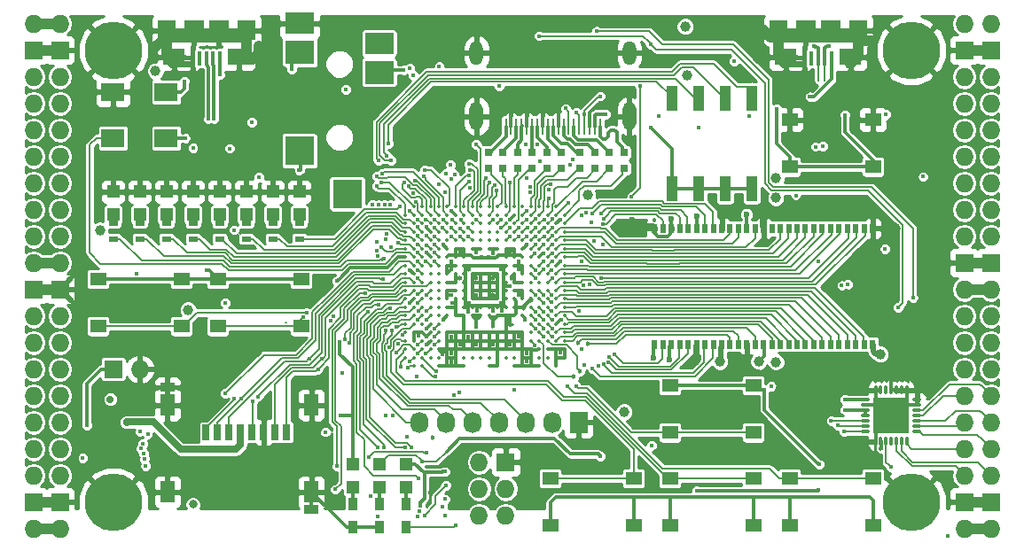
<source format=gtl>
G04 #@! TF.FileFunction,Copper,L1,Top,Signal*
%FSLAX46Y46*%
G04 Gerber Fmt 4.6, Leading zero omitted, Abs format (unit mm)*
G04 Created by KiCad (PCBNEW 4.0.7+dfsg1-1) date Wed Mar  7 12:13:34 2018*
%MOMM*%
%LPD*%
G01*
G04 APERTURE LIST*
%ADD10C,0.100000*%
%ADD11O,1.727200X1.727200*%
%ADD12R,1.727200X1.727200*%
%ADD13C,5.500000*%
%ADD14R,0.900000X1.200000*%
%ADD15R,2.100000X1.600000*%
%ADD16R,1.900000X1.900000*%
%ADD17R,0.400000X1.350000*%
%ADD18R,1.800000X1.900000*%
%ADD19O,0.850000X0.300000*%
%ADD20O,0.300000X0.850000*%
%ADD21R,1.675000X1.675000*%
%ADD22R,1.727200X2.032000*%
%ADD23O,1.727200X2.032000*%
%ADD24R,1.550000X1.300000*%
%ADD25R,1.120000X2.440000*%
%ADD26C,0.350000*%
%ADD27R,1.200000X1.200000*%
%ADD28R,2.800000X2.000000*%
%ADD29R,2.800000X2.200000*%
%ADD30R,2.800000X2.800000*%
%ADD31O,1.300000X2.700000*%
%ADD32O,1.300000X2.300000*%
%ADD33R,0.250000X1.600000*%
%ADD34R,0.700000X1.500000*%
%ADD35R,1.450000X0.900000*%
%ADD36R,1.450000X2.000000*%
%ADD37R,2.200000X1.800000*%
%ADD38R,0.560000X0.900000*%
%ADD39R,0.900000X0.500000*%
%ADD40R,0.750000X0.800000*%
%ADD41C,0.400000*%
%ADD42C,1.000000*%
%ADD43C,0.600000*%
%ADD44C,0.454000*%
%ADD45C,0.800000*%
%ADD46C,0.700000*%
%ADD47C,0.300000*%
%ADD48C,0.190000*%
%ADD49C,1.000000*%
%ADD50C,0.500000*%
%ADD51C,0.600000*%
%ADD52C,0.200000*%
%ADD53C,0.700000*%
%ADD54C,0.127000*%
%ADD55C,0.254000*%
G04 APERTURE END LIST*
D10*
D11*
X97910000Y-62690000D03*
X95370000Y-62690000D03*
D12*
X97910000Y-65230000D03*
X95370000Y-65230000D03*
D11*
X97910000Y-67770000D03*
X95370000Y-67770000D03*
X97910000Y-70310000D03*
X95370000Y-70310000D03*
X97910000Y-72850000D03*
X95370000Y-72850000D03*
X97910000Y-75390000D03*
X95370000Y-75390000D03*
X97910000Y-77930000D03*
X95370000Y-77930000D03*
X97910000Y-80470000D03*
X95370000Y-80470000D03*
X97910000Y-83010000D03*
X95370000Y-83010000D03*
X97910000Y-85550000D03*
X95370000Y-85550000D03*
D12*
X97910000Y-88090000D03*
X95370000Y-88090000D03*
D11*
X97910000Y-90630000D03*
X95370000Y-90630000D03*
X97910000Y-93170000D03*
X95370000Y-93170000D03*
X97910000Y-95710000D03*
X95370000Y-95710000D03*
X97910000Y-98250000D03*
X95370000Y-98250000D03*
X97910000Y-100790000D03*
X95370000Y-100790000D03*
X97910000Y-103330000D03*
X95370000Y-103330000D03*
X97910000Y-105870000D03*
X95370000Y-105870000D03*
D12*
X97910000Y-108410000D03*
X95370000Y-108410000D03*
D11*
X97910000Y-110950000D03*
X95370000Y-110950000D03*
X184270000Y-110950000D03*
X186810000Y-110950000D03*
D12*
X184270000Y-108410000D03*
X186810000Y-108410000D03*
D11*
X184270000Y-105870000D03*
X186810000Y-105870000D03*
X184270000Y-103330000D03*
X186810000Y-103330000D03*
X184270000Y-100790000D03*
X186810000Y-100790000D03*
X184270000Y-98250000D03*
X186810000Y-98250000D03*
X184270000Y-95710000D03*
X186810000Y-95710000D03*
X184270000Y-93170000D03*
X186810000Y-93170000D03*
X184270000Y-90630000D03*
X186810000Y-90630000D03*
X184270000Y-88090000D03*
X186810000Y-88090000D03*
D12*
X184270000Y-85550000D03*
X186810000Y-85550000D03*
D11*
X184270000Y-83010000D03*
X186810000Y-83010000D03*
X184270000Y-80470000D03*
X186810000Y-80470000D03*
X184270000Y-77930000D03*
X186810000Y-77930000D03*
X184270000Y-75390000D03*
X186810000Y-75390000D03*
X184270000Y-72850000D03*
X186810000Y-72850000D03*
X184270000Y-70310000D03*
X186810000Y-70310000D03*
X184270000Y-67770000D03*
X186810000Y-67770000D03*
D12*
X184270000Y-65230000D03*
X186810000Y-65230000D03*
D11*
X184270000Y-62690000D03*
X186810000Y-62690000D03*
D13*
X102990000Y-108410000D03*
X179190000Y-108410000D03*
X179190000Y-65230000D03*
X102990000Y-65230000D03*
D12*
X102990000Y-95710000D03*
D11*
X105530000Y-95710000D03*
D14*
X128390000Y-108580000D03*
X128390000Y-110780000D03*
X130930000Y-110780000D03*
X130930000Y-108580000D03*
D15*
X114980000Y-65875000D03*
X108780000Y-65875000D03*
D16*
X113080000Y-63325000D03*
X110680000Y-63325000D03*
D17*
X113180000Y-66000000D03*
X112530000Y-66000000D03*
X111880000Y-66000000D03*
X111230000Y-66000000D03*
X110580000Y-66000000D03*
D18*
X115680000Y-63325000D03*
X108080000Y-63325000D03*
D15*
X173400000Y-65875000D03*
X167200000Y-65875000D03*
D16*
X171500000Y-63325000D03*
X169100000Y-63325000D03*
D17*
X171600000Y-66000000D03*
X170950000Y-66000000D03*
X170300000Y-66000000D03*
X169650000Y-66000000D03*
X169000000Y-66000000D03*
D18*
X174100000Y-63325000D03*
X166500000Y-63325000D03*
D12*
X140455000Y-104600000D03*
D11*
X137915000Y-104600000D03*
X140455000Y-107140000D03*
X137915000Y-107140000D03*
X140455000Y-109680000D03*
X137915000Y-109680000D03*
D19*
X179735000Y-101655000D03*
X179735000Y-101155000D03*
X179735000Y-100655000D03*
X179735000Y-100155000D03*
X179735000Y-99655000D03*
X179735000Y-99155000D03*
X179735000Y-98655000D03*
D20*
X178785000Y-97705000D03*
X178285000Y-97705000D03*
X177785000Y-97705000D03*
X177285000Y-97705000D03*
X176785000Y-97705000D03*
X176285000Y-97705000D03*
X175785000Y-97705000D03*
D19*
X174835000Y-98655000D03*
X174835000Y-99155000D03*
X174835000Y-99655000D03*
X174835000Y-100155000D03*
X174835000Y-100655000D03*
X174835000Y-101155000D03*
X174835000Y-101655000D03*
D20*
X175785000Y-102605000D03*
X176285000Y-102605000D03*
X176785000Y-102605000D03*
X177285000Y-102605000D03*
X177785000Y-102605000D03*
X178285000Y-102605000D03*
X178785000Y-102605000D03*
D21*
X176447500Y-99317500D03*
X176447500Y-100992500D03*
X178122500Y-99317500D03*
X178122500Y-100992500D03*
D22*
X147440000Y-100790000D03*
D23*
X144900000Y-100790000D03*
X142360000Y-100790000D03*
X139820000Y-100790000D03*
X137280000Y-100790000D03*
X134740000Y-100790000D03*
X132200000Y-100790000D03*
D24*
X175550000Y-71870000D03*
X175550000Y-76370000D03*
X167590000Y-76370000D03*
X167590000Y-71870000D03*
X101550000Y-91610000D03*
X101550000Y-87110000D03*
X109510000Y-87110000D03*
X109510000Y-91610000D03*
X112980000Y-91610000D03*
X112980000Y-87110000D03*
X120940000Y-87110000D03*
X120940000Y-91610000D03*
X156160000Y-101770000D03*
X156160000Y-97270000D03*
X164120000Y-97270000D03*
X164120000Y-101770000D03*
X164120000Y-106160000D03*
X164120000Y-110660000D03*
X156160000Y-110660000D03*
X156160000Y-106160000D03*
X152690000Y-106160000D03*
X152690000Y-110660000D03*
X144730000Y-110660000D03*
X144730000Y-106160000D03*
X175550000Y-106160000D03*
X175550000Y-110660000D03*
X167590000Y-110660000D03*
X167590000Y-106160000D03*
D25*
X156330000Y-78425000D03*
X163950000Y-69815000D03*
X158870000Y-78425000D03*
X161410000Y-69815000D03*
X161410000Y-78425000D03*
X158870000Y-69815000D03*
X163950000Y-78425000D03*
X156330000Y-69815000D03*
D26*
X131680000Y-80200000D03*
X132480000Y-80200000D03*
X133280000Y-80200000D03*
X134080000Y-80200000D03*
X134880000Y-80200000D03*
X135680000Y-80200000D03*
X136480000Y-80200000D03*
X137280000Y-80200000D03*
X138080000Y-80200000D03*
X138880000Y-80200000D03*
X139680000Y-80200000D03*
X140480000Y-80200000D03*
X141280000Y-80200000D03*
X142080000Y-80200000D03*
X142880000Y-80200000D03*
X143680000Y-80200000D03*
X144480000Y-80200000D03*
X145280000Y-80200000D03*
X130880000Y-81000000D03*
X131680000Y-81000000D03*
X132480000Y-81000000D03*
X133280000Y-81000000D03*
X134080000Y-81000000D03*
X134880000Y-81000000D03*
X135680000Y-81000000D03*
X136480000Y-81000000D03*
X137280000Y-81000000D03*
X138080000Y-81000000D03*
X138880000Y-81000000D03*
X139680000Y-81000000D03*
X140480000Y-81000000D03*
X141280000Y-81000000D03*
X142080000Y-81000000D03*
X142880000Y-81000000D03*
X143680000Y-81000000D03*
X144480000Y-81000000D03*
X145280000Y-81000000D03*
X146080000Y-81000000D03*
X130880000Y-81800000D03*
X131680000Y-81800000D03*
X132480000Y-81800000D03*
X133280000Y-81800000D03*
X134080000Y-81800000D03*
X134880000Y-81800000D03*
X135680000Y-81800000D03*
X136480000Y-81800000D03*
X137280000Y-81800000D03*
X138080000Y-81800000D03*
X138880000Y-81800000D03*
X139680000Y-81800000D03*
X140480000Y-81800000D03*
X141280000Y-81800000D03*
X142080000Y-81800000D03*
X142880000Y-81800000D03*
X143680000Y-81800000D03*
X144480000Y-81800000D03*
X145280000Y-81800000D03*
X146080000Y-81800000D03*
X130880000Y-82600000D03*
X131680000Y-82600000D03*
X132480000Y-82600000D03*
X133280000Y-82600000D03*
X134080000Y-82600000D03*
X134880000Y-82600000D03*
X135680000Y-82600000D03*
X136480000Y-82600000D03*
X137280000Y-82600000D03*
X138080000Y-82600000D03*
X138880000Y-82600000D03*
X139680000Y-82600000D03*
X140480000Y-82600000D03*
X141280000Y-82600000D03*
X142080000Y-82600000D03*
X142880000Y-82600000D03*
X143680000Y-82600000D03*
X144480000Y-82600000D03*
X145280000Y-82600000D03*
X146080000Y-82600000D03*
X130880000Y-83400000D03*
X131680000Y-83400000D03*
X132480000Y-83400000D03*
X133280000Y-83400000D03*
X134080000Y-83400000D03*
X134880000Y-83400000D03*
X135680000Y-83400000D03*
X136480000Y-83400000D03*
X137280000Y-83400000D03*
X138080000Y-83400000D03*
X138880000Y-83400000D03*
X139680000Y-83400000D03*
X140480000Y-83400000D03*
X141280000Y-83400000D03*
X142080000Y-83400000D03*
X142880000Y-83400000D03*
X143680000Y-83400000D03*
X144480000Y-83400000D03*
X145280000Y-83400000D03*
X146080000Y-83400000D03*
X130880000Y-84200000D03*
X131680000Y-84200000D03*
X132480000Y-84200000D03*
X133280000Y-84200000D03*
X134080000Y-84200000D03*
X134880000Y-84200000D03*
X135680000Y-84200000D03*
X136480000Y-84200000D03*
X137280000Y-84200000D03*
X138080000Y-84200000D03*
X138880000Y-84200000D03*
X139680000Y-84200000D03*
X140480000Y-84200000D03*
X141280000Y-84200000D03*
X142080000Y-84200000D03*
X142880000Y-84200000D03*
X143680000Y-84200000D03*
X144480000Y-84200000D03*
X145280000Y-84200000D03*
X146080000Y-84200000D03*
X130880000Y-85000000D03*
X131680000Y-85000000D03*
X132480000Y-85000000D03*
X133280000Y-85000000D03*
X134080000Y-85000000D03*
X134880000Y-85000000D03*
X135680000Y-85000000D03*
X136480000Y-85000000D03*
X137280000Y-85000000D03*
X138080000Y-85000000D03*
X138880000Y-85000000D03*
X139680000Y-85000000D03*
X140480000Y-85000000D03*
X141280000Y-85000000D03*
X142080000Y-85000000D03*
X142880000Y-85000000D03*
X143680000Y-85000000D03*
X144480000Y-85000000D03*
X145280000Y-85000000D03*
X146080000Y-85000000D03*
X130880000Y-85800000D03*
X131680000Y-85800000D03*
X132480000Y-85800000D03*
X133280000Y-85800000D03*
X134080000Y-85800000D03*
X134880000Y-85800000D03*
X135680000Y-85800000D03*
X136480000Y-85800000D03*
X137280000Y-85800000D03*
X138080000Y-85800000D03*
X138880000Y-85800000D03*
X139680000Y-85800000D03*
X140480000Y-85800000D03*
X141280000Y-85800000D03*
X142080000Y-85800000D03*
X142880000Y-85800000D03*
X143680000Y-85800000D03*
X144480000Y-85800000D03*
X145280000Y-85800000D03*
X146080000Y-85800000D03*
X130880000Y-86600000D03*
X131680000Y-86600000D03*
X132480000Y-86600000D03*
X133280000Y-86600000D03*
X134080000Y-86600000D03*
X134880000Y-86600000D03*
X135680000Y-86600000D03*
X136480000Y-86600000D03*
X137280000Y-86600000D03*
X138080000Y-86600000D03*
X138880000Y-86600000D03*
X139680000Y-86600000D03*
X140480000Y-86600000D03*
X141280000Y-86600000D03*
X142080000Y-86600000D03*
X142880000Y-86600000D03*
X143680000Y-86600000D03*
X144480000Y-86600000D03*
X145280000Y-86600000D03*
X146080000Y-86600000D03*
X130880000Y-87400000D03*
X131680000Y-87400000D03*
X132480000Y-87400000D03*
X133280000Y-87400000D03*
X134080000Y-87400000D03*
X134880000Y-87400000D03*
X135680000Y-87400000D03*
X136480000Y-87400000D03*
X137280000Y-87400000D03*
X138080000Y-87400000D03*
X138880000Y-87400000D03*
X139680000Y-87400000D03*
X140480000Y-87400000D03*
X141280000Y-87400000D03*
X142080000Y-87400000D03*
X142880000Y-87400000D03*
X143680000Y-87400000D03*
X144480000Y-87400000D03*
X145280000Y-87400000D03*
X146080000Y-87400000D03*
X130880000Y-88200000D03*
X131680000Y-88200000D03*
X132480000Y-88200000D03*
X133280000Y-88200000D03*
X134080000Y-88200000D03*
X134880000Y-88200000D03*
X135680000Y-88200000D03*
X136480000Y-88200000D03*
X137280000Y-88200000D03*
X138080000Y-88200000D03*
X138880000Y-88200000D03*
X139680000Y-88200000D03*
X140480000Y-88200000D03*
X141280000Y-88200000D03*
X142080000Y-88200000D03*
X142880000Y-88200000D03*
X143680000Y-88200000D03*
X144480000Y-88200000D03*
X145280000Y-88200000D03*
X146080000Y-88200000D03*
X130880000Y-89000000D03*
X131680000Y-89000000D03*
X132480000Y-89000000D03*
X133280000Y-89000000D03*
X134080000Y-89000000D03*
X134880000Y-89000000D03*
X135680000Y-89000000D03*
X136480000Y-89000000D03*
X137280000Y-89000000D03*
X138080000Y-89000000D03*
X138880000Y-89000000D03*
X139680000Y-89000000D03*
X140480000Y-89000000D03*
X141280000Y-89000000D03*
X142080000Y-89000000D03*
X142880000Y-89000000D03*
X143680000Y-89000000D03*
X144480000Y-89000000D03*
X145280000Y-89000000D03*
X146080000Y-89000000D03*
X130880000Y-89800000D03*
X131680000Y-89800000D03*
X132480000Y-89800000D03*
X133280000Y-89800000D03*
X134080000Y-89800000D03*
X134880000Y-89800000D03*
X135680000Y-89800000D03*
X136480000Y-89800000D03*
X137280000Y-89800000D03*
X138080000Y-89800000D03*
X138880000Y-89800000D03*
X139680000Y-89800000D03*
X140480000Y-89800000D03*
X141280000Y-89800000D03*
X142080000Y-89800000D03*
X142880000Y-89800000D03*
X143680000Y-89800000D03*
X144480000Y-89800000D03*
X145280000Y-89800000D03*
X146080000Y-89800000D03*
X130880000Y-90600000D03*
X131680000Y-90600000D03*
X132480000Y-90600000D03*
X133280000Y-90600000D03*
X134080000Y-90600000D03*
X134880000Y-90600000D03*
X135680000Y-90600000D03*
X136480000Y-90600000D03*
X137280000Y-90600000D03*
X138080000Y-90600000D03*
X138880000Y-90600000D03*
X139680000Y-90600000D03*
X140480000Y-90600000D03*
X141280000Y-90600000D03*
X142080000Y-90600000D03*
X142880000Y-90600000D03*
X143680000Y-90600000D03*
X144480000Y-90600000D03*
X145280000Y-90600000D03*
X146080000Y-90600000D03*
X130880000Y-91400000D03*
X131680000Y-91400000D03*
X132480000Y-91400000D03*
X133280000Y-91400000D03*
X134080000Y-91400000D03*
X142880000Y-91400000D03*
X143680000Y-91400000D03*
X144480000Y-91400000D03*
X145280000Y-91400000D03*
X146080000Y-91400000D03*
X130880000Y-92200000D03*
X131680000Y-92200000D03*
X132480000Y-92200000D03*
X133280000Y-92200000D03*
X134080000Y-92200000D03*
X134880000Y-92200000D03*
X135680000Y-92200000D03*
X136480000Y-92200000D03*
X137280000Y-92200000D03*
X138080000Y-92200000D03*
X138880000Y-92200000D03*
X139680000Y-92200000D03*
X140480000Y-92200000D03*
X141280000Y-92200000D03*
X142080000Y-92200000D03*
X142880000Y-92200000D03*
X143680000Y-92200000D03*
X144480000Y-92200000D03*
X145280000Y-92200000D03*
X146080000Y-92200000D03*
X130880000Y-93000000D03*
X131680000Y-93000000D03*
X132480000Y-93000000D03*
X133280000Y-93000000D03*
X134080000Y-93000000D03*
X134880000Y-93000000D03*
X135680000Y-93000000D03*
X136480000Y-93000000D03*
X137280000Y-93000000D03*
X138080000Y-93000000D03*
X138880000Y-93000000D03*
X139680000Y-93000000D03*
X140480000Y-93000000D03*
X141280000Y-93000000D03*
X142080000Y-93000000D03*
X142880000Y-93000000D03*
X143680000Y-93000000D03*
X144480000Y-93000000D03*
X145280000Y-93000000D03*
X146080000Y-93000000D03*
X130880000Y-93800000D03*
X131680000Y-93800000D03*
X132480000Y-93800000D03*
X133280000Y-93800000D03*
X134080000Y-93800000D03*
X134880000Y-93800000D03*
X135680000Y-93800000D03*
X136480000Y-93800000D03*
X137280000Y-93800000D03*
X138080000Y-93800000D03*
X138880000Y-93800000D03*
X139680000Y-93800000D03*
X140480000Y-93800000D03*
X141280000Y-93800000D03*
X142080000Y-93800000D03*
X142880000Y-93800000D03*
X143680000Y-93800000D03*
X144480000Y-93800000D03*
X145280000Y-93800000D03*
X146080000Y-93800000D03*
X130880000Y-94600000D03*
X131680000Y-94600000D03*
X132480000Y-94600000D03*
X133280000Y-94600000D03*
X134080000Y-94600000D03*
X134880000Y-94600000D03*
X135680000Y-94600000D03*
X136480000Y-94600000D03*
X137280000Y-94600000D03*
X138080000Y-94600000D03*
X138880000Y-94600000D03*
X139680000Y-94600000D03*
X140480000Y-94600000D03*
X141280000Y-94600000D03*
X142080000Y-94600000D03*
X142880000Y-94600000D03*
X143680000Y-94600000D03*
X144480000Y-94600000D03*
X145280000Y-94600000D03*
X146080000Y-94600000D03*
X131680000Y-95400000D03*
X132480000Y-95400000D03*
X134080000Y-95400000D03*
X134880000Y-95400000D03*
X135680000Y-95400000D03*
X136480000Y-95400000D03*
X138880000Y-95400000D03*
X139680000Y-95400000D03*
X141280000Y-95400000D03*
X142080000Y-95400000D03*
X142880000Y-95400000D03*
X143680000Y-95400000D03*
X145280000Y-95400000D03*
D27*
X125850000Y-104770000D03*
X125850000Y-106970000D03*
D14*
X125850000Y-108580000D03*
X125850000Y-110780000D03*
D27*
X128390000Y-104770000D03*
X128390000Y-106970000D03*
X120770000Y-80935000D03*
X120770000Y-78735000D03*
X118230000Y-80935000D03*
X118230000Y-78735000D03*
X115690000Y-80935000D03*
X115690000Y-78735000D03*
X113150000Y-80935000D03*
X113150000Y-78735000D03*
X110610000Y-80935000D03*
X110610000Y-78735000D03*
X108070000Y-80935000D03*
X108070000Y-78735000D03*
X105530000Y-80935000D03*
X105530000Y-78735000D03*
X102990000Y-80935000D03*
X102990000Y-78735000D03*
X130930000Y-104770000D03*
X130930000Y-106970000D03*
D28*
X120780000Y-62648000D03*
D29*
X120780000Y-65448000D03*
D30*
X120780000Y-74848000D03*
X125330000Y-78948000D03*
D29*
X128380000Y-67348000D03*
D28*
X128380000Y-64548000D03*
D31*
X152280000Y-71550000D03*
X137680000Y-71550000D03*
D32*
X137680000Y-65500000D03*
D33*
X140480000Y-72500000D03*
X140980000Y-72500000D03*
X141480000Y-72500000D03*
X141980000Y-72500000D03*
X142480000Y-72500000D03*
X142980000Y-72500000D03*
X143480000Y-72500000D03*
X143980000Y-72500000D03*
X144480000Y-72500000D03*
X144980000Y-72500000D03*
X145480000Y-72500000D03*
X145980000Y-72500000D03*
X146480000Y-72500000D03*
X146980000Y-72500000D03*
X147480000Y-72500000D03*
X147980000Y-72500000D03*
X148480000Y-72500000D03*
X148980000Y-72500000D03*
X149480000Y-72500000D03*
D32*
X152280000Y-65500000D03*
D34*
X111850000Y-101750000D03*
X112950000Y-101750000D03*
X114050000Y-101750000D03*
X115150000Y-101750000D03*
X116250000Y-101750000D03*
X117350000Y-101750000D03*
X118450000Y-101750000D03*
X119550000Y-101750000D03*
D35*
X108175000Y-97450000D03*
X121925000Y-109150000D03*
D36*
X121925000Y-99150000D03*
X108175000Y-99150000D03*
X108175000Y-107450000D03*
X121925000Y-107450000D03*
D37*
X108040000Y-69220000D03*
X102960000Y-69220000D03*
X102960000Y-73620000D03*
X108040000Y-73620000D03*
D38*
X175493000Y-82270000D03*
X154693000Y-93330000D03*
X155493000Y-93330000D03*
X156293000Y-93330000D03*
X157093000Y-93330000D03*
X157893000Y-93330000D03*
X158693000Y-93330000D03*
X159493000Y-93330000D03*
X160293000Y-93330000D03*
X161093000Y-93330000D03*
X161893000Y-93330000D03*
X162693000Y-93330000D03*
X163493000Y-93330000D03*
X164293000Y-93330000D03*
X165093000Y-93330000D03*
X165893000Y-93330000D03*
X166693000Y-93330000D03*
X167493000Y-93330000D03*
X168293000Y-93330000D03*
X169093000Y-93330000D03*
X169893000Y-93330000D03*
X170693000Y-93330000D03*
X171493000Y-93330000D03*
X172293000Y-93330000D03*
X173093000Y-93330000D03*
X173893000Y-93330000D03*
X174693000Y-93330000D03*
X175493000Y-93330000D03*
X174693000Y-82270000D03*
X173893000Y-82270000D03*
X173093000Y-82270000D03*
X172293000Y-82270000D03*
X171493000Y-82270000D03*
X170693000Y-82270000D03*
X169893000Y-82270000D03*
X169093000Y-82270000D03*
X168293000Y-82270000D03*
X167493000Y-82270000D03*
X166693000Y-82270000D03*
X165893000Y-82270000D03*
X165093000Y-82270000D03*
X164293000Y-82270000D03*
X163493000Y-82270000D03*
X162693000Y-82270000D03*
X161893000Y-82270000D03*
X161093000Y-82270000D03*
X160293000Y-82270000D03*
X159493000Y-82270000D03*
X158693000Y-82270000D03*
X157893000Y-82270000D03*
X157093000Y-82270000D03*
X156293000Y-82270000D03*
X155493000Y-82270000D03*
X154693000Y-82270000D03*
D39*
X120770000Y-83252000D03*
X120770000Y-81752000D03*
X118230000Y-83252000D03*
X118230000Y-81752000D03*
X115690000Y-83252000D03*
X115690000Y-81752000D03*
X113150000Y-83252000D03*
X113150000Y-81752000D03*
X110610000Y-83252000D03*
X110610000Y-81752000D03*
X108070000Y-83252000D03*
X108070000Y-81752000D03*
X105530000Y-83252000D03*
X105530000Y-81752000D03*
X102990000Y-83252000D03*
X102990000Y-81752000D03*
D40*
X150361000Y-75021000D03*
X150361000Y-76521000D03*
X151758000Y-75021000D03*
X151758000Y-76521000D03*
X140201000Y-75021000D03*
X140201000Y-76521000D03*
X142995000Y-75021000D03*
X142995000Y-76521000D03*
X145789000Y-75021000D03*
X145789000Y-76521000D03*
X148964000Y-75021000D03*
X148964000Y-76521000D03*
X138804000Y-75021000D03*
X138804000Y-76521000D03*
X141598000Y-75021000D03*
X141598000Y-76521000D03*
X144392000Y-75021000D03*
X144392000Y-76521000D03*
X147567000Y-75009000D03*
X147567000Y-76509000D03*
D41*
X173856000Y-71538990D03*
D42*
X164947008Y-63194069D03*
X175494572Y-64322557D03*
D41*
X135342764Y-89381630D03*
X144103496Y-84660400D03*
D42*
X177658444Y-82281349D03*
D41*
X145680000Y-81405125D03*
X145691238Y-94166752D03*
X145759873Y-91010176D03*
D43*
X152525938Y-81463870D03*
D42*
X162956098Y-95078488D03*
X158539988Y-94868772D03*
D43*
X161075765Y-80992022D03*
X164882869Y-80938986D03*
X156262773Y-81349374D03*
X123437000Y-108972000D03*
D41*
X132871770Y-84533979D03*
X132862998Y-82124544D03*
X131278306Y-86213101D03*
X135281276Y-80583119D03*
X131279502Y-89407325D03*
X170309539Y-85441529D03*
X145672808Y-85396062D03*
X133216000Y-107465000D03*
X137680000Y-88600000D03*
X142480000Y-95000000D03*
X141680000Y-92600000D03*
X140836000Y-84534000D03*
X135284627Y-94985297D03*
X135288625Y-94225619D03*
X134455822Y-94267172D03*
X136095958Y-93369652D03*
D44*
X139264636Y-91615205D03*
D42*
X116880503Y-64802940D03*
X106974809Y-64953974D03*
D41*
X177285000Y-95710000D03*
X140880000Y-81400000D03*
X140874194Y-91433353D03*
X142480000Y-94200000D03*
X140880000Y-93400000D03*
X139280000Y-93400000D03*
X137680000Y-93400000D03*
X136880000Y-92600000D03*
X135280000Y-92600000D03*
X132880000Y-91800000D03*
X132880000Y-93400000D03*
D44*
X141042859Y-86994997D03*
X139280000Y-87000000D03*
X136110990Y-86995403D03*
X137680000Y-87000000D03*
X136080000Y-84600000D03*
X139280000Y-88600000D03*
D42*
X166255545Y-79350736D03*
X166275426Y-77452540D03*
X157807568Y-67669269D03*
X101707889Y-82423180D03*
X107021491Y-67228122D03*
X166284693Y-95025145D03*
D41*
X172564535Y-87722010D03*
X150030853Y-71331848D03*
D42*
X157600000Y-62944000D03*
D41*
X113660608Y-89375718D03*
D42*
X148268387Y-79050018D03*
D41*
X134124945Y-66775980D03*
X139864366Y-68665673D03*
X137659051Y-91638034D03*
X135273306Y-88618602D03*
X135280000Y-86200000D03*
X135280000Y-85440000D03*
X158870000Y-72596000D03*
X114513935Y-82409431D03*
X116912932Y-77355158D03*
X109760378Y-68177900D03*
X109840000Y-73620000D03*
X132110753Y-92527478D03*
X165803369Y-97344883D03*
D42*
X160905403Y-95006436D03*
D43*
X158731133Y-81048929D03*
X154593901Y-94607945D03*
X156088245Y-94762980D03*
D42*
X164625730Y-94982471D03*
D43*
X163462982Y-80942429D03*
D42*
X176254940Y-94288458D03*
D45*
X110593913Y-108636458D03*
D41*
X180340784Y-77316932D03*
X173137949Y-87594275D03*
D46*
X102710050Y-98594954D03*
D41*
X129005202Y-100174798D03*
X172834633Y-99599920D03*
X172879922Y-98618650D03*
X176305593Y-103279812D03*
X100080000Y-104200000D03*
X139272517Y-84611349D03*
X137680556Y-84534085D03*
X141680000Y-86200000D03*
X132880000Y-92600000D03*
X141680000Y-88600000D03*
X141680000Y-85400000D03*
X129983242Y-91668979D03*
X121431221Y-90311593D03*
X121088335Y-90753785D03*
X130583026Y-92475628D03*
X146394787Y-97333919D03*
X143300000Y-86220000D03*
X147175985Y-97333919D03*
X147700000Y-93820000D03*
X144900000Y-91820000D03*
X142277990Y-91000000D03*
D42*
X110128890Y-90028152D03*
D41*
X142480000Y-83800000D03*
X134480000Y-83800000D03*
X134480000Y-91000000D03*
X125193541Y-68962993D03*
X155115280Y-71563465D03*
X105245010Y-86595559D03*
X169517039Y-69686488D03*
X170362901Y-107286196D03*
X158716651Y-107325176D03*
X136028224Y-97922729D03*
X128216338Y-109760338D03*
X132708000Y-109680000D03*
X134750646Y-106810513D03*
X133680000Y-91800000D03*
X135517016Y-98167170D03*
X134675868Y-108131585D03*
D44*
X133449289Y-102232615D03*
D41*
X133680000Y-92600000D03*
X127419091Y-104077728D03*
X132936956Y-103711000D03*
X133685482Y-93402296D03*
X134463998Y-108841973D03*
X131986331Y-96404793D03*
X131039072Y-102187000D03*
X134636872Y-109719950D03*
X132846234Y-94197073D03*
X176700000Y-84220000D03*
X143260000Y-84620000D03*
X120739932Y-76694083D03*
X130704878Y-67105564D03*
X147983153Y-71347080D03*
X149475951Y-69619684D03*
X147186000Y-71200000D03*
X121687479Y-94718249D03*
X128776655Y-87127857D03*
X132083026Y-86260405D03*
X113700000Y-98020000D03*
X116325960Y-98790853D03*
X122932649Y-94724357D03*
X124849021Y-96102869D03*
X122527919Y-95725900D03*
X116198000Y-72088000D03*
X127586603Y-107875044D03*
X113157250Y-67567056D03*
X146180000Y-70800000D03*
X131453853Y-103208291D03*
X149771692Y-81825658D03*
X144080000Y-86200000D03*
X149553145Y-86989440D03*
X144894316Y-86977564D03*
X144896700Y-83835368D03*
X149549750Y-80868432D03*
D44*
X147343891Y-93217126D03*
D41*
X144113248Y-92588762D03*
X144875155Y-86292748D03*
X149846468Y-81303978D03*
X148696112Y-80861847D03*
X144916886Y-82991356D03*
D44*
X148349010Y-93322307D03*
D41*
X144882352Y-92577990D03*
X144902941Y-90956495D03*
X148747982Y-95669626D03*
X144867244Y-90112484D03*
X149795895Y-95251084D03*
X144855814Y-89268481D03*
X150278898Y-95040253D03*
X150345974Y-94517527D03*
X144877648Y-88622010D03*
X150889207Y-94332565D03*
X143280000Y-87000000D03*
X130211351Y-93284273D03*
X131084713Y-95564177D03*
X130422000Y-95456000D03*
X131316164Y-94959140D03*
X130053332Y-94113207D03*
X132031990Y-93400000D03*
X129371747Y-93601166D03*
X141280657Y-97642010D03*
X133852393Y-95875797D03*
X133762848Y-96395146D03*
X132080000Y-94200000D03*
X128620507Y-84068219D03*
X105895603Y-103765816D03*
X130839477Y-103208987D03*
X129449238Y-89873934D03*
X132075624Y-89410644D03*
X128806823Y-103185900D03*
X128312094Y-89556924D03*
X132162861Y-106185868D03*
X132880000Y-88600000D03*
X127040053Y-88426410D03*
X124322162Y-105002357D03*
X132080000Y-87000000D03*
X125525099Y-93236764D03*
X124202418Y-107207639D03*
X110599084Y-74589383D03*
X132024412Y-109766775D03*
X114104080Y-74612196D03*
X132219727Y-109277292D03*
X115190634Y-98572389D03*
X131842869Y-79696186D03*
X132080000Y-81400000D03*
X132080007Y-82103333D03*
X132872609Y-82968555D03*
X133627359Y-81414685D03*
X133648389Y-82190597D03*
X131827191Y-77674473D03*
X130790435Y-77852626D03*
X129555604Y-91985990D03*
X132880000Y-91000000D03*
X129028593Y-91985999D03*
X132077338Y-91002010D03*
X130384804Y-80146728D03*
X131275302Y-80595752D03*
X128823114Y-85153560D03*
X132072985Y-85377990D03*
X134049369Y-78047133D03*
X163703220Y-71542164D03*
X134433979Y-82180155D03*
X135656559Y-110610712D03*
X149495225Y-104009099D03*
X132468001Y-104503413D03*
D46*
X104260000Y-100790000D03*
D41*
X114560994Y-98539563D03*
X116800000Y-98320000D03*
X111895217Y-86253790D03*
X170383147Y-104803648D03*
X165170594Y-97666317D03*
X169506589Y-107953726D03*
X170026483Y-74446860D03*
X142571021Y-82204353D03*
X143287402Y-83042010D03*
X154425580Y-102987766D03*
X168166438Y-79108038D03*
X112614274Y-71803529D03*
X112074854Y-71810535D03*
X143269694Y-93414905D03*
X177274002Y-105079115D03*
X172761273Y-101651681D03*
X143280000Y-91800000D03*
X172193360Y-101105663D03*
X144064831Y-91877646D03*
X144080000Y-90956495D03*
X171540304Y-100645743D03*
X135277990Y-82193851D03*
X129493343Y-75737814D03*
X136124555Y-82260038D03*
X129125079Y-75315804D03*
X135175257Y-76183471D03*
X136080000Y-83000000D03*
X129252218Y-74142461D03*
X170739071Y-74406366D03*
X142452365Y-77452681D03*
X142460000Y-83020000D03*
X143280000Y-83800000D03*
X169919000Y-64849000D03*
X171316000Y-64849000D03*
X125110333Y-92897638D03*
X124361185Y-87274371D03*
X124361184Y-87274370D03*
X182675150Y-111637626D03*
X172853718Y-71407275D03*
X166353476Y-70835462D03*
X123273881Y-101715917D03*
X129660000Y-100155000D03*
X127308270Y-90221456D03*
X132084049Y-88558274D03*
X128280000Y-103200000D03*
X120008000Y-67008000D03*
X129455999Y-79997190D03*
X133680000Y-83000000D03*
X128910793Y-79997190D03*
X133680000Y-83800000D03*
X128332138Y-79997190D03*
X130204628Y-83599483D03*
X127753104Y-79997190D03*
X133680000Y-85400000D03*
X140896226Y-87816226D03*
X140038941Y-89350966D03*
X136944530Y-89373464D03*
D44*
X136938110Y-86196311D03*
D41*
X140014602Y-86192969D03*
X139285803Y-90177691D03*
X137689001Y-90122990D03*
D42*
X151758000Y-99774000D03*
D41*
X136885174Y-90194826D03*
X140094890Y-90122990D03*
X134683391Y-78819000D03*
X128333179Y-75769807D03*
X135280000Y-83022010D03*
X154298000Y-72596000D03*
X100450000Y-101044000D03*
X132285867Y-108754446D03*
X134707351Y-105508447D03*
X139280000Y-81400000D03*
X139597952Y-78621954D03*
X139377921Y-78143072D03*
X138917428Y-77886776D03*
X138599052Y-77466803D03*
X137620226Y-74221760D03*
X137680000Y-81400000D03*
X136970301Y-76084594D03*
X137008313Y-76692245D03*
X136991219Y-77219258D03*
X136991219Y-77746651D03*
X135567466Y-77078127D03*
X136160979Y-81416027D03*
X135235465Y-77548522D03*
X135316968Y-81442010D03*
X134723455Y-77051522D03*
X134471370Y-81406751D03*
D44*
X146942280Y-96452058D03*
X147534467Y-95913260D03*
D41*
X147928857Y-95339016D03*
X143322010Y-91000657D03*
X149284391Y-95377990D03*
X144077013Y-90266968D03*
X147430953Y-90112484D03*
X144076240Y-89395301D03*
X143322010Y-90201951D03*
X147910791Y-87683418D03*
X144082832Y-88584510D03*
X148483539Y-87623462D03*
X143322010Y-88595030D03*
X144102010Y-85397219D03*
X144889349Y-85448737D03*
X147687390Y-85374093D03*
X149732494Y-83807694D03*
X144912409Y-84635817D03*
X148921512Y-83442010D03*
X144103186Y-83777990D03*
X144131413Y-83000000D03*
X148610661Y-81705858D03*
X144888125Y-82147345D03*
X144176662Y-82199998D03*
X148175253Y-80781550D03*
X147688311Y-80983115D03*
X144880008Y-81303333D03*
X142773842Y-78808575D03*
X142460000Y-81420000D03*
X142766742Y-78281611D03*
X142460000Y-80620000D03*
X144568886Y-78517622D03*
X144175043Y-81398770D03*
X144786095Y-78037454D03*
X146587441Y-76174058D03*
X143332651Y-82197990D03*
X146901448Y-75654906D03*
X143331031Y-81377293D03*
X143708879Y-75817300D03*
X141727010Y-82998875D03*
X141727010Y-82194937D03*
X140028978Y-82200000D03*
X140880009Y-77894044D03*
X142390990Y-74236149D03*
X140861329Y-83041266D03*
X143457010Y-74219135D03*
X140872990Y-82177164D03*
X132628086Y-77275272D03*
X132737245Y-76676207D03*
X128644933Y-77050030D03*
X128152012Y-77257840D03*
X128125571Y-78233647D03*
X128590544Y-77894041D03*
X131163088Y-78225280D03*
X131629452Y-78852314D03*
X132783339Y-81400004D03*
X129118989Y-82763469D03*
X132079024Y-82984045D03*
X105572759Y-101661319D03*
X129040659Y-83284628D03*
X106276126Y-101893466D03*
X132880889Y-83897835D03*
X129487667Y-84079929D03*
X132083682Y-83828056D03*
X105813763Y-102819336D03*
X128165458Y-83509725D03*
X132062099Y-84533979D03*
X105627254Y-103312241D03*
X128178867Y-84355787D03*
X105992720Y-104283802D03*
X133671942Y-84595200D03*
X128207789Y-84882005D03*
X106088753Y-104974041D03*
X132834641Y-85377990D03*
X124707442Y-100126977D03*
X124632693Y-93120351D03*
X123714874Y-91057383D03*
X132900000Y-90180000D03*
X124022612Y-90627600D03*
X132100000Y-90157990D03*
X137020172Y-78350165D03*
X162271466Y-66284958D03*
X136900000Y-82220000D03*
X131329207Y-66928055D03*
X176797084Y-71341791D03*
X136900000Y-83020000D03*
X131644095Y-67620000D03*
X177926984Y-89812061D03*
X153297112Y-68665673D03*
X154329326Y-64643767D03*
X152497066Y-79193467D03*
X146481406Y-79819384D03*
X143650666Y-63862520D03*
X179351513Y-88868327D03*
X149134122Y-63424051D03*
X140035989Y-81400000D03*
X144597053Y-79361633D03*
D47*
X154680000Y-81486121D02*
X154657528Y-81463649D01*
D48*
X119425148Y-91210000D02*
X119484873Y-91269725D01*
D47*
X152525938Y-81463870D02*
X152982068Y-81920000D01*
X155023970Y-83029572D02*
X155962030Y-83029572D01*
X152982068Y-81920000D02*
X154589000Y-81920000D01*
X154589000Y-81920000D02*
X154589000Y-82585157D01*
X154589000Y-82585157D02*
X154820092Y-82816249D01*
X154820092Y-82816249D02*
X154820092Y-82825694D01*
X154820092Y-82825694D02*
X155023970Y-83029572D01*
X155962030Y-83029572D02*
X156205000Y-82786602D01*
X156205000Y-82786602D02*
X156205000Y-81920000D01*
X174055999Y-71738989D02*
X173856000Y-71538990D01*
X174187010Y-71870000D02*
X174055999Y-71738989D01*
X175550000Y-71870000D02*
X174187010Y-71870000D01*
D49*
X165447007Y-63694068D02*
X164947008Y-63194069D01*
X165712939Y-63960000D02*
X165447007Y-63694068D01*
X166500000Y-63960000D02*
X165712939Y-63960000D01*
X174787466Y-64322557D02*
X175494572Y-64322557D01*
X174462557Y-64322557D02*
X174787466Y-64322557D01*
X174100000Y-63960000D02*
X174462557Y-64322557D01*
D47*
X135661630Y-89381630D02*
X135625606Y-89381630D01*
X135625606Y-89381630D02*
X135342764Y-89381630D01*
X135680000Y-89400000D02*
X135661630Y-89381630D01*
X139505001Y-90774999D02*
X139680000Y-90600000D01*
X139054999Y-90774999D02*
X139505001Y-90774999D01*
X138880000Y-90600000D02*
X139054999Y-90774999D01*
X105530000Y-78735000D02*
X102990000Y-78735000D01*
X108070000Y-78735000D02*
X105530000Y-78735000D01*
X110610000Y-78735000D02*
X108070000Y-78735000D01*
X113150000Y-78735000D02*
X110610000Y-78735000D01*
X115690000Y-78735000D02*
X113150000Y-78735000D01*
X118230000Y-78735000D02*
X115690000Y-78735000D01*
X120770000Y-78735000D02*
X118230000Y-78735000D01*
X144019600Y-84660400D02*
X144103496Y-84660400D01*
X143680000Y-85000000D02*
X144019600Y-84660400D01*
X177252609Y-82281349D02*
X177658444Y-82281349D01*
X177241260Y-82270000D02*
X177252609Y-82281349D01*
X145280000Y-81800000D02*
X145674875Y-81405125D01*
X145674875Y-81405125D02*
X145680000Y-81405125D01*
X145691238Y-93811238D02*
X145691238Y-93883910D01*
X145680000Y-93800000D02*
X145691238Y-93811238D01*
X145691238Y-93883910D02*
X145691238Y-94166752D01*
X145280000Y-91400000D02*
X145669824Y-91010176D01*
X145669824Y-91010176D02*
X145759873Y-91010176D01*
X121925000Y-107450000D02*
X121925000Y-109150000D01*
X163456097Y-94578489D02*
X162956098Y-95078488D01*
X163480000Y-94554586D02*
X163456097Y-94578489D01*
X163480000Y-93330000D02*
X163480000Y-94554586D01*
X158539988Y-93470012D02*
X158539988Y-94161666D01*
X158680000Y-93330000D02*
X158539988Y-93470012D01*
X158539988Y-94161666D02*
X158539988Y-94868772D01*
X161075765Y-81416286D02*
X161075765Y-80992022D01*
X161075765Y-82265765D02*
X161075765Y-81416286D01*
X161080000Y-82270000D02*
X161075765Y-82265765D01*
X164882869Y-82072869D02*
X164882869Y-81363250D01*
X165080000Y-82270000D02*
X164882869Y-82072869D01*
X164882869Y-81363250D02*
X164882869Y-80938986D01*
X156280000Y-82270000D02*
X156280000Y-81366601D01*
X156280000Y-81366601D02*
X156262773Y-81349374D01*
D50*
X175480000Y-82270000D02*
X177241260Y-82270000D01*
D47*
X148480000Y-71200000D02*
X149230000Y-70450000D01*
X148480000Y-72500000D02*
X148480000Y-71200000D01*
X145480000Y-72500000D02*
X145480000Y-71200000D01*
X143980000Y-72500000D02*
X143980000Y-71200000D01*
X142480000Y-72500000D02*
X142480000Y-71450000D01*
X142480000Y-71200000D02*
X142480000Y-71450000D01*
X140980000Y-72500000D02*
X140980000Y-71200000D01*
X134455822Y-94267172D02*
X134455822Y-94224178D01*
X134455822Y-94224178D02*
X134880000Y-93800000D01*
X123437000Y-108972000D02*
X125245000Y-110780000D01*
X125245000Y-110780000D02*
X125850000Y-110780000D01*
X125850000Y-110780000D02*
X125889531Y-110819531D01*
X125889531Y-110819531D02*
X126234488Y-110819531D01*
X126234488Y-110819531D02*
X126274019Y-110780000D01*
X126274019Y-110780000D02*
X127640000Y-110780000D01*
X127640000Y-110780000D02*
X128390000Y-110780000D01*
X121930000Y-107465000D02*
X123437000Y-108972000D01*
D49*
X184270000Y-65230000D02*
X186810000Y-65230000D01*
X184270000Y-85550000D02*
X186810000Y-85550000D01*
X184270000Y-108410000D02*
X186810000Y-108410000D01*
X95370000Y-108410000D02*
X97910000Y-108410000D01*
D50*
X97910000Y-88090000D02*
X98956608Y-87043392D01*
D47*
X98956608Y-87043392D02*
X98974574Y-87043392D01*
D50*
X97910000Y-88090000D02*
X99013590Y-89193590D01*
D47*
X99013590Y-89193590D02*
X99060056Y-89193590D01*
D49*
X95370000Y-88090000D02*
X97910000Y-88090000D01*
X95370000Y-65230000D02*
X97910000Y-65230000D01*
D47*
X139264636Y-90984636D02*
X139295364Y-90984636D01*
X139295364Y-90984636D02*
X139680000Y-90600000D01*
X132871770Y-84591770D02*
X132871770Y-84533979D01*
X133280000Y-85000000D02*
X132871770Y-84591770D01*
X133280000Y-82600000D02*
X132862998Y-82182998D01*
X132862998Y-82182998D02*
X132862998Y-82124544D01*
X131293101Y-86213101D02*
X131278306Y-86213101D01*
X131680000Y-86600000D02*
X131293101Y-86213101D01*
X140480000Y-90600000D02*
X140480000Y-92200000D01*
X135281276Y-80601276D02*
X135281276Y-80583119D01*
X135680000Y-81000000D02*
X135281276Y-80601276D01*
X131279502Y-89400498D02*
X131279502Y-89407325D01*
X131680000Y-89000000D02*
X131279502Y-89400498D01*
X145672808Y-85407192D02*
X145672808Y-85396062D01*
X145280000Y-85800000D02*
X145672808Y-85407192D01*
X137280000Y-89000000D02*
X137680000Y-88600000D01*
X142480000Y-94600000D02*
X142880000Y-94600000D01*
X142080000Y-94600000D02*
X142480000Y-94600000D01*
X142480000Y-94600000D02*
X142480000Y-95000000D01*
X141680000Y-92200000D02*
X142080000Y-92200000D01*
X141280000Y-92200000D02*
X141680000Y-92200000D01*
X141680000Y-92200000D02*
X141680000Y-92600000D01*
X141280000Y-84200000D02*
X141170000Y-84200000D01*
X141170000Y-84200000D02*
X140836000Y-84534000D01*
X135284627Y-95395373D02*
X135284627Y-95268139D01*
X135280000Y-95400000D02*
X135284627Y-95395373D01*
X135284627Y-95268139D02*
X135284627Y-94985297D01*
X135288625Y-93942777D02*
X135288625Y-94225619D01*
X135288625Y-93808625D02*
X135288625Y-93942777D01*
X135280000Y-93800000D02*
X135288625Y-93808625D01*
X134455822Y-94175822D02*
X134455822Y-94267172D01*
X134080000Y-93800000D02*
X134455822Y-94175822D01*
X145280000Y-94600000D02*
X145280000Y-95400000D01*
X143498655Y-93891906D02*
X143590561Y-93800000D01*
X143040733Y-93891906D02*
X143498655Y-93891906D01*
X142880000Y-93800000D02*
X142948827Y-93800000D01*
X142948827Y-93800000D02*
X143040733Y-93891906D01*
X143590561Y-93800000D02*
X143680000Y-93800000D01*
X145280000Y-93800000D02*
X144480000Y-93800000D01*
X146080000Y-94600000D02*
X146080000Y-93800000D01*
X145280000Y-94600000D02*
X146080000Y-94600000D01*
X142080000Y-95400000D02*
X142080000Y-94600000D01*
X142880000Y-95400000D02*
X142880000Y-94600000D01*
X142880000Y-95400000D02*
X143680000Y-95400000D01*
X142080000Y-95400000D02*
X142880000Y-95400000D01*
X141280000Y-95400000D02*
X142080000Y-95400000D01*
X142080000Y-93000000D02*
X142080000Y-93800000D01*
X138880000Y-92200000D02*
X138880000Y-93000000D01*
X139680000Y-92200000D02*
X139680000Y-93000000D01*
X140480000Y-93000000D02*
X140480000Y-92200000D01*
X141280000Y-93000000D02*
X141280000Y-92200000D01*
X142080000Y-93000000D02*
X141280000Y-93000000D01*
X142080000Y-92200000D02*
X142080000Y-93000000D01*
X140480000Y-92200000D02*
X141280000Y-92200000D01*
X139680000Y-92200000D02*
X140480000Y-92200000D01*
X138880000Y-92200000D02*
X139680000Y-92200000D01*
X138080000Y-92200000D02*
X138880000Y-92200000D01*
X136095958Y-93086810D02*
X136095958Y-93369652D01*
X136080000Y-93000000D02*
X136095958Y-93015958D01*
X136095958Y-93015958D02*
X136095958Y-93086810D01*
X139264636Y-91294179D02*
X139264636Y-91615205D01*
X139264636Y-90984636D02*
X139264636Y-91294179D01*
X138880000Y-90600000D02*
X139264636Y-90984636D01*
D49*
X116880503Y-65510046D02*
X116880503Y-64802940D01*
X116265561Y-66124988D02*
X116880503Y-65510046D01*
X115680000Y-65910000D02*
X115894988Y-66124988D01*
X115680000Y-63960000D02*
X115680000Y-65910000D01*
X115894988Y-66124988D02*
X116265561Y-66124988D01*
X107474808Y-64453975D02*
X106974809Y-64953974D01*
X107968783Y-63960000D02*
X107474808Y-64453975D01*
X108080000Y-63960000D02*
X107968783Y-63960000D01*
D47*
X175495631Y-72230631D02*
X175495631Y-71740274D01*
X175535000Y-72270000D02*
X175495631Y-72230631D01*
D51*
X108780000Y-66510000D02*
X110455000Y-66510000D01*
D47*
X110455000Y-66510000D02*
X110580000Y-66635000D01*
D49*
X108080000Y-63960000D02*
X108080000Y-65810000D01*
X108080000Y-65810000D02*
X108780000Y-66510000D01*
X115680000Y-63960000D02*
X115680000Y-65810000D01*
D47*
X115680000Y-65810000D02*
X114980000Y-66510000D01*
D49*
X113080000Y-63960000D02*
X115680000Y-63960000D01*
X110680000Y-63960000D02*
X113080000Y-63960000D01*
X108080000Y-63960000D02*
X110680000Y-63960000D01*
D51*
X167200000Y-66510000D02*
X168875000Y-66510000D01*
D47*
X168875000Y-66510000D02*
X169000000Y-66635000D01*
D49*
X174100000Y-63960000D02*
X174100000Y-65810000D01*
X174100000Y-65810000D02*
X173400000Y-66510000D01*
X166500000Y-63960000D02*
X166500000Y-65810000D01*
X166500000Y-65810000D02*
X167200000Y-66510000D01*
X171500000Y-63960000D02*
X174100000Y-63960000D01*
X169100000Y-63960000D02*
X171500000Y-63960000D01*
X166500000Y-63960000D02*
X169100000Y-63960000D01*
D47*
X178785000Y-97705000D02*
X178785000Y-98655000D01*
X178785000Y-98655000D02*
X178122500Y-99317500D01*
X176285000Y-97705000D02*
X175785000Y-97705000D01*
X175785000Y-102605000D02*
X175785000Y-101655000D01*
X175785000Y-101655000D02*
X176447500Y-100992500D01*
X178122500Y-99317500D02*
X178122500Y-100992500D01*
X176447500Y-99317500D02*
X178122500Y-99317500D01*
X176447500Y-100992500D02*
X178122500Y-100992500D01*
X177285000Y-97705000D02*
X177285000Y-95710000D01*
X178122500Y-99317500D02*
X178285000Y-99155000D01*
X178285000Y-99155000D02*
X179735000Y-99155000D01*
X179735000Y-98655000D02*
X179735000Y-99155000D01*
X177785000Y-97705000D02*
X177920000Y-97705000D01*
X177920000Y-97705000D02*
X178285000Y-97705000D01*
X178285000Y-97705000D02*
X178785000Y-97705000D01*
X177285000Y-97705000D02*
X177785000Y-97705000D01*
X175785000Y-97705000D02*
X175785000Y-98655000D01*
X175785000Y-98655000D02*
X176447500Y-99317500D01*
X174835000Y-99155000D02*
X176285000Y-99155000D01*
X176285000Y-99155000D02*
X176447500Y-99317500D01*
X141280000Y-81000000D02*
X140880000Y-81400000D01*
X135054999Y-84825001D02*
X137080000Y-84825001D01*
X137280000Y-85000000D02*
X137105001Y-84825001D01*
X137105001Y-84825001D02*
X137080000Y-84825001D01*
X138280000Y-85088351D02*
X137368351Y-85088351D01*
X137368351Y-85088351D02*
X137280000Y-85000000D01*
X139680000Y-86600000D02*
X139280000Y-87000000D01*
X139680000Y-88200000D02*
X139680000Y-89000000D01*
X139680000Y-87400000D02*
X139680000Y-88200000D01*
X139680000Y-86600000D02*
X139680000Y-87400000D01*
X137280000Y-88200000D02*
X137280000Y-89000000D01*
X137280000Y-87400000D02*
X137280000Y-88200000D01*
X137280000Y-86600000D02*
X137280000Y-87400000D01*
X138880000Y-87400000D02*
X138880000Y-88200000D01*
X138880000Y-86600000D02*
X138880000Y-87400000D01*
X138080000Y-87400000D02*
X138080000Y-86600000D01*
X138080000Y-88200000D02*
X138080000Y-87400000D01*
X138080000Y-89000000D02*
X138080000Y-88200000D01*
X138080000Y-88200000D02*
X138880000Y-88200000D01*
X138080000Y-87400000D02*
X138880000Y-87400000D01*
X137280000Y-87400000D02*
X138080000Y-87400000D01*
X141480000Y-89800000D02*
X141480000Y-89200000D01*
X141480000Y-89200000D02*
X141280000Y-89000000D01*
X141280000Y-89800000D02*
X141480000Y-89800000D01*
X141480000Y-89800000D02*
X142080000Y-89800000D01*
X141454999Y-90425001D02*
X141454999Y-89825001D01*
X141454999Y-89825001D02*
X141480000Y-89800000D01*
X140874194Y-90605806D02*
X140874194Y-91150511D01*
X140880000Y-90600000D02*
X140874194Y-90605806D01*
X140874194Y-91150511D02*
X140874194Y-91433353D01*
X140480000Y-90600000D02*
X140880000Y-90600000D01*
X140880000Y-90600000D02*
X141280000Y-90600000D01*
X139680000Y-90600000D02*
X140480000Y-90600000D01*
X141280000Y-85000000D02*
X141280000Y-84800000D01*
X141280000Y-84200000D02*
X141280000Y-85000000D01*
X140480000Y-84200000D02*
X141280000Y-84200000D01*
X141280000Y-84800000D02*
X141280000Y-84200000D01*
X141905001Y-84825001D02*
X141305001Y-84825001D01*
X141305001Y-84825001D02*
X141280000Y-84800000D01*
X140480000Y-85000000D02*
X140480000Y-84200000D01*
X139680000Y-85000000D02*
X139680000Y-84898347D01*
X139680000Y-84898347D02*
X139753346Y-84825001D01*
X138280000Y-85088351D02*
X138680000Y-85088351D01*
X138280000Y-85088351D02*
X139489996Y-85088351D01*
X138080000Y-85000000D02*
X138191649Y-85000000D01*
X138191649Y-85000000D02*
X138280000Y-85088351D01*
X138880000Y-85000000D02*
X138768351Y-85000000D01*
X138768351Y-85000000D02*
X138680000Y-85088351D01*
X135680000Y-84200000D02*
X135680000Y-84800000D01*
X135680000Y-84800000D02*
X135680000Y-85000000D01*
X135054999Y-84825001D02*
X135654999Y-84825001D01*
X135654999Y-84825001D02*
X135680000Y-84800000D01*
X136480000Y-85000000D02*
X136480000Y-84200000D01*
X134880000Y-85000000D02*
X135054999Y-84825001D01*
X138880000Y-87400000D02*
X139680000Y-87400000D01*
X138880000Y-88200000D02*
X138880000Y-89000000D01*
X138880000Y-88200000D02*
X139680000Y-88200000D01*
X137280000Y-88200000D02*
X138080000Y-88200000D01*
X141280000Y-90600000D02*
X141454999Y-90425001D01*
X142080000Y-89800000D02*
X142880000Y-89000000D01*
X145680000Y-93800000D02*
X145280000Y-93800000D01*
X146080000Y-93800000D02*
X145680000Y-93800000D01*
X135680000Y-89400000D02*
X135680000Y-89800000D01*
X135680000Y-89000000D02*
X135680000Y-89400000D01*
X135280000Y-95400000D02*
X135680000Y-95400000D01*
X134880000Y-95400000D02*
X135280000Y-95400000D01*
X135280000Y-93800000D02*
X135680000Y-93800000D01*
X134880000Y-93800000D02*
X135280000Y-93800000D01*
X142480000Y-93800000D02*
X142080000Y-93800000D01*
X142880000Y-93800000D02*
X142480000Y-93800000D01*
X142480000Y-93800000D02*
X142480000Y-94200000D01*
X140880000Y-93000000D02*
X141280000Y-93000000D01*
X140480000Y-93000000D02*
X140880000Y-93000000D01*
X140880000Y-93000000D02*
X140880000Y-93400000D01*
X139280000Y-93000000D02*
X138880000Y-93000000D01*
X139680000Y-93000000D02*
X139280000Y-93000000D01*
X139280000Y-93000000D02*
X139280000Y-93400000D01*
X137680000Y-93000000D02*
X137280000Y-93000000D01*
X137680000Y-93000000D02*
X137680000Y-93400000D01*
X138080000Y-93000000D02*
X137680000Y-93000000D01*
X136080000Y-93000000D02*
X135680000Y-93000000D01*
X136480000Y-93000000D02*
X136080000Y-93000000D01*
X136880000Y-93000000D02*
X136480000Y-93000000D01*
X137280000Y-93000000D02*
X136880000Y-93000000D01*
X136880000Y-93000000D02*
X136880000Y-92600000D01*
X135280000Y-93000000D02*
X135680000Y-93000000D01*
X134880000Y-93000000D02*
X135280000Y-93000000D01*
X135280000Y-93000000D02*
X135280000Y-92600000D01*
X133280000Y-91400000D02*
X132880000Y-91800000D01*
X133280000Y-93000000D02*
X132880000Y-93400000D01*
X139753346Y-84825001D02*
X141905001Y-84825001D01*
X139489996Y-85088351D02*
X139753346Y-84825001D01*
X141905001Y-84825001D02*
X142080000Y-85000000D01*
X141042859Y-86837141D02*
X141042859Y-86994997D01*
X141280000Y-86600000D02*
X141042859Y-86837141D01*
X135684597Y-86995403D02*
X135789964Y-86995403D01*
X135680000Y-87000000D02*
X135684597Y-86995403D01*
X135789964Y-86995403D02*
X136110990Y-86995403D01*
X135680000Y-87000000D02*
X135680000Y-86600000D01*
X135680000Y-87400000D02*
X135680000Y-87000000D01*
X136480000Y-90600000D02*
X136480000Y-92200000D01*
X139680000Y-89000000D02*
X139280000Y-88600000D01*
X137280000Y-86600000D02*
X137680000Y-87000000D01*
X136480000Y-84200000D02*
X136080000Y-84600000D01*
X141280000Y-86600000D02*
X141280000Y-87400000D01*
X142080000Y-87400000D02*
X141280000Y-87400000D01*
X135680000Y-84200000D02*
X136480000Y-84200000D01*
X134880000Y-87400000D02*
X135680000Y-87400000D01*
X138880000Y-86600000D02*
X139680000Y-86600000D01*
X138080000Y-86600000D02*
X138880000Y-86600000D01*
X137280000Y-86600000D02*
X138080000Y-86600000D01*
X138880000Y-89000000D02*
X139680000Y-89000000D01*
X138080000Y-89000000D02*
X138880000Y-89000000D01*
X137280000Y-89000000D02*
X138080000Y-89000000D01*
X135680000Y-89800000D02*
X134880000Y-89800000D01*
X135680000Y-90600000D02*
X135680000Y-89800000D01*
X135680000Y-90600000D02*
X136480000Y-90600000D01*
X140480000Y-93000000D02*
X139680000Y-93000000D01*
X139680000Y-93800000D02*
X140480000Y-93800000D01*
X139680000Y-93800000D02*
X139680000Y-94600000D01*
X139680000Y-95400000D02*
X139680000Y-94600000D01*
X138880000Y-95400000D02*
X139680000Y-95400000D01*
X135680000Y-95400000D02*
X136480000Y-95400000D01*
X135680000Y-95400000D02*
X135680000Y-94600000D01*
X134880000Y-95400000D02*
X134080000Y-95400000D01*
X134880000Y-94600000D02*
X134880000Y-95400000D01*
X134080000Y-93800000D02*
X134880000Y-93800000D01*
X134880000Y-94600000D02*
X134880000Y-93800000D01*
X135680000Y-94600000D02*
X134880000Y-94600000D01*
X135680000Y-93800000D02*
X135680000Y-94600000D01*
X134880000Y-93000000D02*
X134880000Y-93800000D01*
X134880000Y-92200000D02*
X134880000Y-93000000D01*
X135680000Y-92200000D02*
X134880000Y-92200000D01*
X135680000Y-93800000D02*
X136480000Y-93800000D01*
X135680000Y-93000000D02*
X135680000Y-93800000D01*
X135680000Y-92200000D02*
X135680000Y-93000000D01*
X135680000Y-92200000D02*
X136480000Y-92200000D01*
X136480000Y-92200000D02*
X137280000Y-92200000D01*
X137280000Y-93800000D02*
X137280000Y-93000000D01*
X136480000Y-93800000D02*
X137280000Y-93800000D01*
X136480000Y-93000000D02*
X136480000Y-93800000D01*
X136480000Y-92200000D02*
X136480000Y-93000000D01*
X137280000Y-92200000D02*
X138080000Y-92200000D01*
X137280000Y-93800000D02*
X138080000Y-93800000D01*
X137280000Y-92200000D02*
X137280000Y-93000000D01*
X138080000Y-92200000D02*
X138080000Y-93000000D01*
X138080000Y-93000000D02*
X138880000Y-93000000D01*
X138080000Y-93800000D02*
X138080000Y-93000000D01*
X138880000Y-93800000D02*
X138080000Y-93800000D01*
X138880000Y-93000000D02*
X138880000Y-93800000D01*
X139680000Y-93800000D02*
X139680000Y-93000000D01*
X138880000Y-93800000D02*
X139680000Y-93800000D01*
X140480000Y-93000000D02*
X140480000Y-93800000D01*
X141280000Y-93000000D02*
X141280000Y-93800000D01*
X141280000Y-93800000D02*
X142080000Y-93800000D01*
X140480000Y-93800000D02*
X141280000Y-93800000D01*
X142080000Y-93800000D02*
X142080000Y-94600000D01*
X142880000Y-94600000D02*
X142880000Y-93800000D01*
X145280000Y-93800000D02*
X145280000Y-94600000D01*
X149048152Y-71331848D02*
X149748011Y-71331848D01*
X148980000Y-72500000D02*
X148980000Y-71400000D01*
X148980000Y-71400000D02*
X149048152Y-71331848D01*
X149748011Y-71331848D02*
X150030853Y-71331848D01*
X186810000Y-62877865D02*
X186810000Y-62690000D01*
X135280000Y-85800000D02*
X135280000Y-85440000D01*
X109760378Y-68460742D02*
X109760378Y-68177900D01*
X109760378Y-68899622D02*
X109760378Y-68460742D01*
X109440000Y-69220000D02*
X109760378Y-68899622D01*
X108040000Y-69220000D02*
X109440000Y-69220000D01*
X108040000Y-73620000D02*
X109840000Y-73620000D01*
X132110753Y-92244636D02*
X132110753Y-92527478D01*
X132110753Y-92230753D02*
X132110753Y-92244636D01*
X132080000Y-92200000D02*
X132110753Y-92230753D01*
D50*
X161044112Y-93600355D02*
X161044112Y-94816963D01*
X161044112Y-94816963D02*
X160905403Y-94955672D01*
X160905403Y-94955672D02*
X160905403Y-95006436D01*
D47*
X158731133Y-82218867D02*
X158731133Y-81473193D01*
X158731133Y-81473193D02*
X158731133Y-81048929D01*
X158680000Y-82270000D02*
X158731133Y-82218867D01*
X154593901Y-93416099D02*
X154593901Y-94183681D01*
X154593901Y-94183681D02*
X154593901Y-94607945D01*
X154680000Y-93330000D02*
X154593901Y-93416099D01*
X156088245Y-93521755D02*
X156088245Y-94338716D01*
X156280000Y-93330000D02*
X156088245Y-93521755D01*
X156088245Y-94338716D02*
X156088245Y-94762980D01*
X165125729Y-94482472D02*
X164625730Y-94982471D01*
X165125729Y-93375729D02*
X165125729Y-94482472D01*
X165080000Y-93330000D02*
X165125729Y-93375729D01*
X163462982Y-81366693D02*
X163462982Y-80942429D01*
X163462982Y-82252982D02*
X163462982Y-81366693D01*
X163480000Y-82270000D02*
X163462982Y-82252982D01*
D50*
X175548724Y-93398724D02*
X175548724Y-94034638D01*
X175802544Y-94288458D02*
X176254940Y-94288458D01*
X175548724Y-94034638D02*
X175802544Y-94288458D01*
D49*
X184270000Y-88090000D02*
X186810000Y-88090000D01*
X184270000Y-110950000D02*
X186810000Y-110950000D01*
X95370000Y-110950000D02*
X97910000Y-110950000D01*
X95370000Y-85550000D02*
X97910000Y-85550000D01*
X95370000Y-62690000D02*
X97910000Y-62690000D01*
D47*
X137280000Y-90600000D02*
X138080000Y-90600000D01*
X137659051Y-91355192D02*
X137659051Y-91638034D01*
X137659051Y-90820949D02*
X137659051Y-91355192D01*
X137680000Y-90800000D02*
X137659051Y-90820949D01*
X172889713Y-99655000D02*
X172834633Y-99599920D01*
X174835000Y-99655000D02*
X172889713Y-99655000D01*
X172916272Y-98655000D02*
X172879922Y-98618650D01*
X174835000Y-98655000D02*
X172916272Y-98655000D01*
X176305593Y-102996970D02*
X176305593Y-103279812D01*
X176285000Y-102605000D02*
X176305593Y-102625593D01*
X176285000Y-103300405D02*
X176305593Y-103279812D01*
X176285000Y-103330000D02*
X176285000Y-103300405D01*
X176305593Y-102625593D02*
X176305593Y-102996970D01*
X176280000Y-103335000D02*
X176285000Y-103330000D01*
X174835000Y-99655000D02*
X174835000Y-100155000D01*
X134880000Y-86600000D02*
X135280000Y-86200000D01*
X135280000Y-85800000D02*
X135280000Y-86200000D01*
X134880000Y-85800000D02*
X134880000Y-86600000D01*
X137680000Y-90800000D02*
X137880000Y-90800000D01*
X137480000Y-90800000D02*
X137680000Y-90800000D01*
X137880000Y-90800000D02*
X138080000Y-90600000D01*
X137280000Y-90600000D02*
X137480000Y-90800000D01*
X132880000Y-92600000D02*
X133280000Y-92200000D01*
X132480000Y-92200000D02*
X132880000Y-92600000D01*
X134990464Y-88618602D02*
X135273306Y-88618602D01*
X134898602Y-88618602D02*
X134990464Y-88618602D01*
X134880000Y-88600000D02*
X134898602Y-88618602D01*
X139272517Y-84328507D02*
X139272517Y-84611349D01*
X139272517Y-84207483D02*
X139272517Y-84328507D01*
X139280000Y-84200000D02*
X139272517Y-84207483D01*
X137680556Y-84200556D02*
X137680556Y-84251243D01*
X137680000Y-84200000D02*
X137680556Y-84200556D01*
X137680556Y-84251243D02*
X137680556Y-84534085D01*
X142080000Y-88600000D02*
X142080000Y-89000000D01*
X142080000Y-88200000D02*
X142080000Y-88600000D01*
X141680000Y-85800000D02*
X141680000Y-86200000D01*
X135280000Y-85800000D02*
X135680000Y-85800000D01*
X134880000Y-85800000D02*
X135280000Y-85800000D01*
X132080000Y-92200000D02*
X132480000Y-92200000D01*
X131680000Y-92200000D02*
X132080000Y-92200000D01*
X131680000Y-93000000D02*
X131680000Y-92200000D01*
X134880000Y-88600000D02*
X134880000Y-89000000D01*
X134880000Y-88200000D02*
X134880000Y-88600000D01*
X141680000Y-88200000D02*
X142080000Y-88200000D01*
X141280000Y-88200000D02*
X141680000Y-88200000D01*
X141680000Y-88200000D02*
X141680000Y-88600000D01*
X141680000Y-85800000D02*
X142080000Y-85800000D01*
X141280000Y-85800000D02*
X141680000Y-85800000D01*
X141680000Y-85800000D02*
X141680000Y-85400000D01*
X139280000Y-84200000D02*
X139680000Y-84200000D01*
X138880000Y-84200000D02*
X139280000Y-84200000D01*
X137680000Y-84200000D02*
X138080000Y-84200000D01*
X137280000Y-84200000D02*
X137680000Y-84200000D01*
X142080000Y-85800000D02*
X142080000Y-86600000D01*
X134880000Y-88200000D02*
X135680000Y-88200000D01*
D48*
X129999999Y-94791102D02*
X130705001Y-94086100D01*
X144481958Y-96859974D02*
X136018451Y-96859974D01*
X130865089Y-96859974D02*
X129999999Y-95994884D01*
X130705001Y-94086100D02*
X130705001Y-93974999D01*
X135332201Y-96859974D02*
X130865089Y-96859974D01*
X135341455Y-96850720D02*
X135332201Y-96859974D01*
X136009197Y-96850720D02*
X135341455Y-96850720D01*
X129999999Y-95994884D02*
X129999999Y-94791102D01*
X145980952Y-98358968D02*
X144481958Y-96859974D01*
X148153982Y-98358968D02*
X145980952Y-98358968D01*
X130705001Y-93974999D02*
X130880000Y-93800000D01*
X156355014Y-106560000D02*
X148153982Y-98358968D01*
X136018451Y-96859974D02*
X136009197Y-96850720D01*
X156690000Y-106560000D02*
X156355014Y-106560000D01*
X156160000Y-106160000D02*
X164120000Y-106160000D01*
X109510000Y-91610000D02*
X101550000Y-91610000D01*
X130489025Y-91400000D02*
X130220046Y-91668979D01*
X130880000Y-91400000D02*
X130489025Y-91400000D01*
X130220046Y-91668979D02*
X129983242Y-91668979D01*
X110978071Y-90311593D02*
X121148379Y-90311593D01*
X121148379Y-90311593D02*
X121431221Y-90311593D01*
X110079664Y-91210000D02*
X110978071Y-90311593D01*
X120888336Y-90953784D02*
X121088335Y-90753785D01*
X120234765Y-91607355D02*
X120888336Y-90953784D01*
X112980537Y-91607355D02*
X120234765Y-91607355D01*
X130880000Y-92200000D02*
X130604372Y-92475628D01*
X130604372Y-92475628D02*
X130583026Y-92475628D01*
X152690000Y-103343306D02*
X152690000Y-105320000D01*
X152690000Y-105320000D02*
X152690000Y-106160000D01*
X148022673Y-98675979D02*
X152690000Y-103343306D01*
X144350648Y-97176985D02*
X145849642Y-98675979D01*
X145849642Y-98675979D02*
X148022673Y-98675979D01*
X135887141Y-97176985D02*
X144350648Y-97176985D01*
X130880000Y-93000000D02*
X130551640Y-93000000D01*
X135877887Y-97167731D02*
X135887141Y-97176985D01*
X129795615Y-93509329D02*
X129795615Y-93774111D01*
X135463511Y-97176985D02*
X135472765Y-97167731D01*
X135472765Y-97167731D02*
X135877887Y-97167731D01*
X129513368Y-94056358D02*
X129513368Y-95956574D01*
X130733779Y-97176985D02*
X135463511Y-97176985D01*
X129795615Y-93774111D02*
X129513368Y-94056358D01*
X129789350Y-93081712D02*
X129789350Y-93503064D01*
X130008790Y-92862272D02*
X129789350Y-93081712D01*
X130413912Y-92862272D02*
X130008790Y-92862272D01*
X129789350Y-93503064D02*
X129795615Y-93509329D01*
X129513368Y-95956574D02*
X130733779Y-97176985D01*
X130551640Y-93000000D02*
X130413912Y-92862272D01*
X144730000Y-106160000D02*
X152690000Y-106160000D01*
X146394787Y-97333919D02*
X147056868Y-97996000D01*
X147056868Y-97996000D02*
X148239334Y-97996000D01*
X148239334Y-97996000D02*
X155454005Y-105210671D01*
X155454005Y-105210671D02*
X165675671Y-105210671D01*
X165675671Y-105210671D02*
X166625000Y-106160000D01*
X166625000Y-106160000D02*
X167590000Y-106160000D01*
X142880000Y-85800000D02*
X143300000Y-86220000D01*
X167590000Y-106160000D02*
X175550000Y-106160000D01*
X152461654Y-101770000D02*
X148225572Y-97533918D01*
X156160000Y-101770000D02*
X152461654Y-101770000D01*
X148225572Y-97533918D02*
X147375984Y-97533918D01*
X147375984Y-97533918D02*
X147175985Y-97333919D01*
X144480000Y-91400000D02*
X144900000Y-91820000D01*
X164120000Y-101770000D02*
X156160000Y-101770000D01*
D47*
X142277990Y-90797990D02*
X142277990Y-91000000D01*
X142080000Y-90600000D02*
X142277990Y-90797990D01*
X142254999Y-84025001D02*
X142480000Y-83800000D01*
X142080000Y-84200000D02*
X142254999Y-84025001D01*
X134880000Y-84200000D02*
X134480000Y-83800000D01*
X134880000Y-90600000D02*
X134480000Y-91000000D01*
X169920981Y-69686488D02*
X169799881Y-69686488D01*
X171600000Y-66635000D02*
X171600000Y-68007469D01*
X169799881Y-69686488D02*
X169517039Y-69686488D01*
X171600000Y-68007469D02*
X169920981Y-69686488D01*
X170323921Y-107325176D02*
X170362901Y-107286196D01*
X158716651Y-107325176D02*
X170323921Y-107325176D01*
D48*
X132708000Y-109680000D02*
X133755686Y-108632314D01*
X133755686Y-108632314D02*
X133755686Y-107805473D01*
X133755686Y-107805473D02*
X134550647Y-107010512D01*
X134550647Y-107010512D02*
X134750646Y-106810513D01*
X134080000Y-91400000D02*
X133680000Y-91800000D01*
X134080000Y-92200000D02*
X133680000Y-92600000D01*
X127619090Y-103877729D02*
X127419091Y-104077728D01*
X132574103Y-103630989D02*
X127865830Y-103630989D01*
X132654114Y-103711000D02*
X132574103Y-103630989D01*
X132936956Y-103711000D02*
X132654114Y-103711000D01*
X127865830Y-103630989D02*
X127619090Y-103877729D01*
X134080000Y-93000000D02*
X133685482Y-93394518D01*
X133685482Y-93394518D02*
X133685482Y-93402296D01*
X133280000Y-93800000D02*
X132882927Y-94197073D01*
X132882927Y-94197073D02*
X132846234Y-94197073D01*
X142880000Y-85000000D02*
X143260000Y-84620000D01*
D47*
X120833651Y-76694083D02*
X120739932Y-76694083D01*
X120880000Y-76647734D02*
X120833651Y-76694083D01*
X120880000Y-76647734D02*
X120885889Y-76653623D01*
X120880000Y-74840000D02*
X120880000Y-76647734D01*
X130422036Y-67105564D02*
X130704878Y-67105564D01*
X128280000Y-67340000D02*
X128514436Y-67105564D01*
X128514436Y-67105564D02*
X130422036Y-67105564D01*
D48*
X149475951Y-69619684D02*
X149346123Y-69619684D01*
X149346123Y-69619684D02*
X147983153Y-70982654D01*
X147983153Y-70982654D02*
X147983153Y-71347080D01*
X147980000Y-72500000D02*
X147980000Y-71350233D01*
X147980000Y-71350233D02*
X147983153Y-71347080D01*
X147480000Y-71450000D02*
X147230000Y-71200000D01*
X147230000Y-71200000D02*
X147186000Y-71200000D01*
X147480000Y-72500000D02*
X147480000Y-71450000D01*
X121687479Y-94718249D02*
X122625636Y-93780092D01*
X122625636Y-90531123D02*
X126103387Y-87053375D01*
X122625636Y-93780092D02*
X122625636Y-90531123D01*
X126103387Y-87053375D02*
X128419331Y-87053375D01*
X128419331Y-87053375D02*
X128493813Y-87127857D01*
X128493813Y-87127857D02*
X128776655Y-87127857D01*
X119386776Y-94974866D02*
X121430862Y-94974866D01*
X114055000Y-100306642D02*
X119386776Y-94974866D01*
X114055000Y-101765000D02*
X114055000Y-100306642D01*
X121430862Y-94974866D02*
X121487480Y-94918248D01*
X121487480Y-94918248D02*
X121687479Y-94718249D01*
X132140405Y-86260405D02*
X132083026Y-86260405D01*
X132480000Y-86600000D02*
X132140405Y-86260405D01*
X129317274Y-86388844D02*
X130306118Y-85400000D01*
X123503006Y-88757113D02*
X125871279Y-86388843D01*
X113700000Y-98020000D02*
X117379156Y-94340844D01*
X121991614Y-90268505D02*
X123503006Y-88757113D01*
X131280000Y-85400000D02*
X131505001Y-85625001D01*
X121991614Y-92809294D02*
X121991614Y-90268505D01*
X117379156Y-94340844D02*
X120460064Y-94340844D01*
X130306118Y-85400000D02*
X131280000Y-85400000D01*
X120460064Y-94340844D02*
X121991614Y-92809294D01*
X125871279Y-86388843D02*
X129317274Y-86388844D01*
X131505001Y-85625001D02*
X131680000Y-85800000D01*
X116325960Y-99073695D02*
X116325960Y-98790853D01*
X116325960Y-101694040D02*
X116325960Y-99073695D01*
X116255000Y-101765000D02*
X116325960Y-101694040D01*
X130519342Y-87000000D02*
X129652464Y-87866878D01*
X123132648Y-94524358D02*
X122932649Y-94724357D01*
X131280000Y-87000000D02*
X130519342Y-87000000D01*
X131680000Y-87400000D02*
X131280000Y-87000000D01*
X123259658Y-94397348D02*
X123132648Y-94524358D01*
X126366005Y-87687397D02*
X123259658Y-90793741D01*
X127373925Y-87687397D02*
X126366005Y-87687397D01*
X127553406Y-87866878D02*
X127373925Y-87687397D01*
X123259658Y-90793741D02*
X123259658Y-94397348D01*
X129652464Y-87866878D02*
X127553406Y-87866878D01*
X122048118Y-95608888D02*
X122732650Y-94924356D01*
X120012768Y-95608888D02*
X122048118Y-95608888D01*
X118455000Y-97166656D02*
X120012768Y-95608888D01*
X118455000Y-101765000D02*
X118455000Y-97166656D01*
X122732650Y-94924356D02*
X122932649Y-94724357D01*
X126497315Y-88004408D02*
X124717174Y-89784548D01*
X123576669Y-94677150D02*
X122727918Y-95525901D01*
X127422096Y-88183889D02*
X127242615Y-88004408D01*
X127242615Y-88004408D02*
X126497315Y-88004408D01*
X129783774Y-88183889D02*
X127422096Y-88183889D01*
X130880000Y-87400000D02*
X130567663Y-87400000D01*
X124717174Y-89784548D02*
X124717174Y-90752243D01*
X130567663Y-87400000D02*
X129783774Y-88183889D01*
X124717174Y-90752243D02*
X123576669Y-91892746D01*
X122727918Y-95525901D02*
X122527919Y-95725900D01*
X123576669Y-91892746D02*
X123576669Y-94677150D01*
X120144078Y-95925899D02*
X122327920Y-95925899D01*
X119550000Y-101750000D02*
X119550000Y-96519977D01*
X119550000Y-96519977D02*
X120144078Y-95925899D01*
X122327920Y-95925899D02*
X122527919Y-95725900D01*
D47*
X113157250Y-67284214D02*
X113157250Y-67567056D01*
X113157250Y-66657750D02*
X113157250Y-67284214D01*
X113180000Y-66635000D02*
X113157250Y-66657750D01*
D48*
X146480000Y-72500000D02*
X146480000Y-71100000D01*
X146480000Y-71100000D02*
X146180000Y-70800000D01*
X131253854Y-103008292D02*
X131453853Y-103208291D01*
X129940790Y-102786977D02*
X131032539Y-102786977D01*
X127490055Y-94679420D02*
X127490055Y-100336242D01*
X127570273Y-92536472D02*
X127215145Y-92891600D01*
X129790839Y-90295944D02*
X129162215Y-90295944D01*
X131032539Y-102786977D02*
X131253854Y-103008292D01*
X128845204Y-90612956D02*
X128410226Y-90612956D01*
X127570273Y-91452909D02*
X127570273Y-92536472D01*
X129162215Y-90295944D02*
X128845204Y-90612956D01*
X127215145Y-92891600D02*
X127215145Y-94404510D01*
X127215145Y-94404510D02*
X127490055Y-94679420D01*
X130880000Y-89800000D02*
X130286783Y-89800000D01*
X130286783Y-89800000D02*
X129790839Y-90295944D01*
X128410226Y-90612956D02*
X127570273Y-91452909D01*
X127490055Y-100336242D02*
X129940790Y-102786977D01*
X166517936Y-84982375D02*
X168280000Y-83220311D01*
X156772672Y-84986638D02*
X156776935Y-84982375D01*
X148835255Y-84982375D02*
X154209065Y-84982375D01*
X148052881Y-84200000D02*
X148835255Y-84982375D01*
X168280000Y-83220311D02*
X168280000Y-82270000D01*
X146080000Y-84200000D02*
X148052881Y-84200000D01*
X154209065Y-84982375D02*
X154213328Y-84986638D01*
X156776935Y-84982375D02*
X166517936Y-84982375D01*
X154213328Y-84986638D02*
X156772672Y-84986638D01*
X146327487Y-86600000D02*
X146080000Y-86600000D01*
X146360057Y-86567430D02*
X146327487Y-86600000D01*
X153552515Y-86567430D02*
X146360057Y-86567430D01*
X157433485Y-86567430D02*
X157429222Y-86571693D01*
X172363670Y-82762836D02*
X168559076Y-86567430D01*
X168559076Y-86567430D02*
X157433485Y-86567430D01*
X153556778Y-86571693D02*
X153552515Y-86567430D01*
X172363670Y-81986643D02*
X172363670Y-82762836D01*
X157429222Y-86571693D02*
X153556778Y-86571693D01*
X154866009Y-80933893D02*
X150946299Y-80933893D01*
X150054534Y-81825658D02*
X149771692Y-81825658D01*
X155480000Y-82270000D02*
X155480000Y-81547884D01*
X150946299Y-80933893D02*
X150054534Y-81825658D01*
X155480000Y-81547884D02*
X154866009Y-80933893D01*
X143680000Y-86600000D02*
X144080000Y-86200000D01*
X170680000Y-92690000D02*
X170680000Y-93330000D01*
X150614913Y-89690483D02*
X150754361Y-89551035D01*
X147228392Y-89690483D02*
X150614913Y-89690483D01*
X147118875Y-89800000D02*
X147228392Y-89690483D01*
X167541035Y-89551035D02*
X170680000Y-92690000D01*
X150754361Y-89551035D02*
X167541035Y-89551035D01*
X146080000Y-89800000D02*
X147118875Y-89800000D01*
X150887353Y-92556290D02*
X151673531Y-91770112D01*
X163467738Y-91770112D02*
X164280000Y-92582374D01*
X151673531Y-91770112D02*
X163467738Y-91770112D01*
X164280000Y-92582374D02*
X164280000Y-93330000D01*
X146080000Y-93000000D02*
X146881538Y-93000000D01*
X147325250Y-92556290D02*
X150887353Y-92556290D01*
X146881538Y-93000000D02*
X147325250Y-92556290D01*
X173182410Y-81935472D02*
X173182410Y-83165471D01*
X149835987Y-86989440D02*
X149553145Y-86989440D01*
X169358441Y-86989440D02*
X149835987Y-86989440D01*
X173182410Y-83165471D02*
X169358441Y-86989440D01*
X144894316Y-86985684D02*
X144894316Y-86977564D01*
X144480000Y-87400000D02*
X144894316Y-86985684D01*
X148966565Y-84665364D02*
X154340375Y-84665364D01*
X156645625Y-84665364D02*
X166042849Y-84665364D01*
X156641362Y-84669627D02*
X156645625Y-84665364D01*
X154340375Y-84665364D02*
X154344638Y-84669627D01*
X148103369Y-83802167D02*
X148966565Y-84665364D01*
X145677833Y-83802167D02*
X148103369Y-83802167D01*
X145280000Y-84200000D02*
X145677833Y-83802167D01*
X154344638Y-84669627D02*
X156641362Y-84669627D01*
X167480000Y-83228213D02*
X167480000Y-82270000D01*
X166042849Y-84665364D02*
X167480000Y-83228213D01*
D52*
X144480000Y-84200000D02*
X144844632Y-83835368D01*
X144844632Y-83835368D02*
X144896700Y-83835368D01*
D48*
X157821798Y-81957260D02*
X157821798Y-81134824D01*
X157821798Y-81134824D02*
X157187996Y-80501022D01*
X157187996Y-80501022D02*
X155329777Y-80501022D01*
X155329777Y-80501022D02*
X155128628Y-80299871D01*
X155128628Y-80299871D02*
X150118311Y-80299871D01*
X150118311Y-80299871D02*
X149749749Y-80668433D01*
X149749749Y-80668433D02*
X149549750Y-80868432D01*
X150885671Y-89868046D02*
X166760648Y-89868046D01*
X146775564Y-90201396D02*
X147228392Y-90654224D01*
X166760648Y-89868046D02*
X169880000Y-92987398D01*
X150099493Y-90654224D02*
X150885671Y-89868046D01*
X145280000Y-90600000D02*
X145678604Y-90201396D01*
X147228392Y-90654224D02*
X150099493Y-90654224D01*
X169880000Y-92987398D02*
X169880000Y-93330000D01*
X145678604Y-90201396D02*
X146775564Y-90201396D01*
X151018663Y-92873301D02*
X147687716Y-92873301D01*
X162680000Y-92531580D02*
X162235543Y-92087123D01*
X151804841Y-92087123D02*
X151018663Y-92873301D01*
X162680000Y-93330000D02*
X162680000Y-92531580D01*
X147687716Y-92873301D02*
X147570890Y-92990127D01*
X147570890Y-92990127D02*
X147343891Y-93217126D01*
X162235543Y-92087123D02*
X151804841Y-92087123D01*
X144068762Y-92588762D02*
X144113248Y-92588762D01*
X143680000Y-92200000D02*
X144068762Y-92588762D01*
X169760530Y-87331958D02*
X173981000Y-83111488D01*
X147116207Y-86884441D02*
X148823582Y-86884441D01*
X145280000Y-87400000D02*
X145680000Y-87000000D01*
X173981000Y-83111488D02*
X173981000Y-82660000D01*
X149835191Y-87331958D02*
X169760530Y-87331958D01*
X145680000Y-87000000D02*
X147000648Y-87000000D01*
X173981000Y-82660000D02*
X173981000Y-81920000D01*
X149755707Y-87411442D02*
X149835191Y-87331958D01*
X147000648Y-87000000D02*
X147116207Y-86884441D01*
X149350583Y-87411442D02*
X149755707Y-87411442D01*
X148823582Y-86884441D02*
X149350583Y-87411442D01*
X144787252Y-86292748D02*
X144875155Y-86292748D01*
X144480000Y-86600000D02*
X144787252Y-86292748D01*
X157080000Y-82270000D02*
X157080000Y-81181531D01*
X157080000Y-81181531D02*
X156716500Y-80818031D01*
X156716500Y-80818031D02*
X155198465Y-80818031D01*
X150046467Y-81103979D02*
X149846468Y-81303978D01*
X155198465Y-80818031D02*
X154997318Y-80616882D01*
X150533564Y-80616882D02*
X150046467Y-81103979D01*
X154997318Y-80616882D02*
X150533564Y-80616882D01*
X167279886Y-85616397D02*
X169880000Y-83016283D01*
X169880000Y-83016283D02*
X169880000Y-82270000D01*
X157035292Y-85620660D02*
X157039555Y-85616397D01*
X147333801Y-85000000D02*
X147423756Y-84910045D01*
X148572635Y-85616397D02*
X153946445Y-85616397D01*
X157039555Y-85616397D02*
X167279886Y-85616397D01*
X146080000Y-85000000D02*
X147333801Y-85000000D01*
X147423756Y-84910045D02*
X147866283Y-84910045D01*
X153950708Y-85620660D02*
X157035292Y-85620660D01*
X153946445Y-85616397D02*
X153950708Y-85620660D01*
X147866283Y-84910045D02*
X148572635Y-85616397D01*
X159445423Y-80965423D02*
X158664012Y-80184012D01*
X158664012Y-80184012D02*
X155461089Y-80184012D01*
X149575099Y-79982860D02*
X148896111Y-80661848D01*
X155259938Y-79982860D02*
X149575099Y-79982860D01*
X155461089Y-80184012D02*
X155259938Y-79982860D01*
X159445423Y-81946101D02*
X159445423Y-80965423D01*
X148896111Y-80661848D02*
X148696112Y-80861847D01*
D52*
X144480000Y-83400000D02*
X144888644Y-82991356D01*
X144888644Y-82991356D02*
X144916886Y-82991356D01*
D48*
X148670036Y-93322307D02*
X148349010Y-93322307D01*
X161880000Y-92661103D02*
X161623031Y-92404134D01*
X161880000Y-93330000D02*
X161880000Y-92661103D01*
X151017978Y-93322307D02*
X148670036Y-93322307D01*
X151936151Y-92404134D02*
X151017978Y-93322307D01*
X161623031Y-92404134D02*
X151936151Y-92404134D01*
X144857990Y-92577990D02*
X144882352Y-92577990D01*
X144480000Y-92200000D02*
X144857990Y-92577990D01*
X149219273Y-87728453D02*
X149887017Y-87728453D01*
X146080000Y-87400000D02*
X147590703Y-87400000D01*
X174789000Y-82955019D02*
X174789000Y-82660000D01*
X174789000Y-82660000D02*
X174789000Y-81920000D01*
X147590703Y-87400000D02*
X147789251Y-87201452D01*
X149887017Y-87728453D02*
X149966501Y-87648969D01*
X148692272Y-87201452D02*
X149219273Y-87728453D01*
X149966501Y-87648969D02*
X170095050Y-87648969D01*
X147789251Y-87201452D02*
X148692272Y-87201452D01*
X170095050Y-87648969D02*
X174789000Y-82955019D01*
X147097082Y-89373472D02*
X150483603Y-89373472D01*
X168144708Y-89234024D02*
X171480000Y-92569316D01*
X171480000Y-92569316D02*
X171480000Y-92690000D01*
X150623051Y-89234024D02*
X168144708Y-89234024D01*
X145680000Y-89400000D02*
X147070554Y-89400000D01*
X145280000Y-89800000D02*
X145680000Y-89400000D01*
X150483603Y-89373472D02*
X150623051Y-89234024D01*
X147070554Y-89400000D02*
X147097082Y-89373472D01*
X171480000Y-92690000D02*
X171480000Y-93330000D01*
X146080000Y-81800000D02*
X147562191Y-80317809D01*
X147562191Y-80317809D02*
X148766442Y-80317809D01*
X148766442Y-80317809D02*
X149418402Y-79665849D01*
X160280000Y-81630000D02*
X160280000Y-82270000D01*
X149418402Y-79665849D02*
X155391248Y-79665849D01*
X155391248Y-79665849D02*
X155592399Y-79867001D01*
X155592399Y-79867001D02*
X159447001Y-79867001D01*
X159447001Y-79867001D02*
X160280000Y-80700000D01*
X160280000Y-80700000D02*
X160280000Y-81630000D01*
X174680000Y-93330000D02*
X174680000Y-92622471D01*
X145454999Y-88025001D02*
X145280000Y-88200000D01*
X147588498Y-88105428D02*
X147283070Y-87800000D01*
X149958363Y-88105428D02*
X147588498Y-88105428D01*
X174680000Y-92622471D02*
X170023509Y-87965980D01*
X150097811Y-87965980D02*
X149958363Y-88105428D01*
X145680000Y-87800000D02*
X145454999Y-88025001D01*
X147283070Y-87800000D02*
X145680000Y-87800000D01*
X170023509Y-87965980D02*
X150097811Y-87965980D01*
X144836495Y-90956495D02*
X144902941Y-90956495D01*
X144480000Y-90600000D02*
X144836495Y-90956495D01*
X160280000Y-94645645D02*
X158527646Y-96397999D01*
X160280000Y-93330000D02*
X160280000Y-94645645D01*
X158527646Y-96397999D02*
X149476355Y-96397999D01*
X149476355Y-96397999D02*
X148947981Y-95869625D01*
X148947981Y-95869625D02*
X148747982Y-95669626D01*
X161880000Y-82816264D02*
X161880000Y-82270000D01*
X156120385Y-83397320D02*
X161298944Y-83397320D01*
X161298944Y-83397320D02*
X161880000Y-82816264D01*
X156116122Y-83401583D02*
X156120385Y-83397320D01*
X154869878Y-83401583D02*
X156116122Y-83401583D01*
X151129076Y-83397320D02*
X154865615Y-83397320D01*
X150014745Y-82282989D02*
X151129076Y-83397320D01*
X145682999Y-82197001D02*
X149532206Y-82197001D01*
X145280000Y-82600000D02*
X145682999Y-82197001D01*
X154865615Y-83397320D02*
X154869878Y-83401583D01*
X149618194Y-82282989D02*
X150014745Y-82282989D01*
X149532206Y-82197001D02*
X149618194Y-82282989D01*
X146080000Y-82600000D02*
X149883435Y-82600000D01*
X156247432Y-83718594D02*
X156251695Y-83714331D01*
X162680000Y-83139269D02*
X162680000Y-82270000D01*
X154738568Y-83718594D02*
X156247432Y-83718594D01*
X154734305Y-83714331D02*
X154738568Y-83718594D01*
X149883435Y-82600000D02*
X150997766Y-83714331D01*
X156251695Y-83714331D02*
X162104938Y-83714331D01*
X162104938Y-83714331D02*
X162680000Y-83139269D01*
X150997766Y-83714331D02*
X154734305Y-83714331D01*
X157170865Y-85933408D02*
X167656592Y-85933408D01*
X170770053Y-82819947D02*
X170770053Y-82059745D01*
X148441325Y-85933408D02*
X153815135Y-85933408D01*
X146080000Y-85800000D02*
X148307917Y-85800000D01*
X157166602Y-85937671D02*
X157170865Y-85933408D01*
X153815135Y-85933408D02*
X153819398Y-85937671D01*
X153819398Y-85937671D02*
X157166602Y-85937671D01*
X148307917Y-85800000D02*
X148441325Y-85933408D01*
X167656592Y-85933408D02*
X170770053Y-82819947D01*
X144792484Y-90112484D02*
X144867244Y-90112484D01*
X144480000Y-89800000D02*
X144792484Y-90112484D01*
X159435241Y-95026373D02*
X158380626Y-96080988D01*
X159435241Y-93374759D02*
X159435241Y-95026373D01*
X158380626Y-96080988D02*
X150625799Y-96080988D01*
X150625799Y-96080988D02*
X149995894Y-95451083D01*
X149995894Y-95451083D02*
X149795895Y-95251084D01*
X154607258Y-84035605D02*
X156378742Y-84035605D01*
X163418361Y-84031342D02*
X164280000Y-83169703D01*
X156383005Y-84031342D02*
X163418361Y-84031342D01*
X145677001Y-83002999D02*
X149552361Y-83002999D01*
X145280000Y-83400000D02*
X145677001Y-83002999D01*
X150580704Y-84031342D02*
X154602995Y-84031342D01*
X154602995Y-84031342D02*
X154607258Y-84035605D01*
X164280000Y-83169703D02*
X164280000Y-82270000D01*
X149552361Y-83002999D02*
X150580704Y-84031342D01*
X156378742Y-84035605D02*
X156383005Y-84031342D01*
X171552241Y-82837759D02*
X171552241Y-81942782D01*
X168139581Y-86250419D02*
X171552241Y-82837759D01*
X157297912Y-86254682D02*
X157302175Y-86250419D01*
X148256597Y-86197001D02*
X148310015Y-86250419D01*
X145682999Y-86197001D02*
X148256597Y-86197001D01*
X148310015Y-86250419D02*
X153683825Y-86250419D01*
X157302175Y-86250419D02*
X168139581Y-86250419D01*
X153688088Y-86254682D02*
X157297912Y-86254682D01*
X145280000Y-86600000D02*
X145682999Y-86197001D01*
X153683825Y-86250419D02*
X153688088Y-86254682D01*
X169629942Y-88282991D02*
X150229121Y-88282991D01*
X173880000Y-92533049D02*
X169629942Y-88282991D01*
X147234749Y-88200000D02*
X146327487Y-88200000D01*
X146327487Y-88200000D02*
X146080000Y-88200000D01*
X150229121Y-88282991D02*
X150089673Y-88422439D01*
X173880000Y-93330000D02*
X173880000Y-92533049D01*
X147457188Y-88422439D02*
X147234749Y-88200000D01*
X150089673Y-88422439D02*
X147457188Y-88422439D01*
X150360431Y-88600002D02*
X169280002Y-88600002D01*
X145280000Y-89000000D02*
X145680000Y-88600000D01*
X150220983Y-88739450D02*
X150360431Y-88600002D01*
X147186428Y-88600000D02*
X147325878Y-88739450D01*
X169280002Y-88600002D02*
X173080000Y-92400000D01*
X147325878Y-88739450D02*
X150220983Y-88739450D01*
X173080000Y-92400000D02*
X173080000Y-93330000D01*
X145680000Y-88600000D02*
X147186428Y-88600000D01*
X150352293Y-89056461D02*
X150491741Y-88917013D01*
X172280000Y-92465340D02*
X172280000Y-93330000D01*
X146327487Y-89000000D02*
X146383948Y-89056461D01*
X150491741Y-88917013D02*
X168731673Y-88917013D01*
X168731673Y-88917013D02*
X172280000Y-92465340D01*
X146383948Y-89056461D02*
X150352293Y-89056461D01*
X146080000Y-89000000D02*
X146327487Y-89000000D01*
X144480000Y-89000000D02*
X144748481Y-89268481D01*
X144748481Y-89268481D02*
X144855814Y-89268481D01*
X151002622Y-95763977D02*
X150478897Y-95240252D01*
X156301979Y-95763977D02*
X151002622Y-95763977D01*
X157880000Y-94185956D02*
X156301979Y-95763977D01*
X157880000Y-93330000D02*
X157880000Y-94185956D01*
X150478897Y-95240252D02*
X150278898Y-95040253D01*
X157016553Y-93393447D02*
X157016553Y-94601082D01*
X157016553Y-94601082D02*
X156170669Y-95446966D01*
X156170669Y-95446966D02*
X151298899Y-95446966D01*
X151298899Y-95446966D02*
X150369460Y-94517527D01*
X150369460Y-94517527D02*
X150345974Y-94517527D01*
X144877648Y-88597648D02*
X144877648Y-88622010D01*
X144480000Y-88200000D02*
X144877648Y-88597648D01*
X155394473Y-93415527D02*
X155394473Y-94738726D01*
X155394473Y-94738726D02*
X155003244Y-95129955D01*
X155003244Y-95129955D02*
X151686597Y-95129955D01*
X151686597Y-95129955D02*
X150889207Y-94332565D01*
X142880000Y-86600000D02*
X143280000Y-87000000D01*
X146833217Y-92600000D02*
X147193940Y-92239279D01*
X165880000Y-92736984D02*
X165880000Y-93330000D01*
X151542221Y-91453101D02*
X164596117Y-91453101D01*
X147193940Y-92239279D02*
X150756043Y-92239279D01*
X145280000Y-93000000D02*
X145680000Y-92600000D01*
X164596117Y-91453101D02*
X165880000Y-92736984D01*
X150756043Y-92239279D02*
X151542221Y-91453101D01*
X145680000Y-92600000D02*
X146833217Y-92600000D01*
X166277659Y-90185057D02*
X169080000Y-92987398D01*
X151016981Y-90185057D02*
X166277659Y-90185057D01*
X146080000Y-90600000D02*
X146451235Y-90971235D01*
X169080000Y-92987398D02*
X169080000Y-93330000D01*
X146451235Y-90971235D02*
X150230803Y-90971235D01*
X150230803Y-90971235D02*
X151016981Y-90185057D01*
X146080000Y-91400000D02*
X146327487Y-91400000D01*
X146439241Y-91288246D02*
X150362113Y-91288246D01*
X151148291Y-90502068D02*
X165794670Y-90502068D01*
X146327487Y-91400000D02*
X146439241Y-91288246D01*
X165794670Y-90502068D02*
X168280000Y-92987398D01*
X150362113Y-91288246D02*
X151148291Y-90502068D01*
X168280000Y-92987398D02*
X168280000Y-93330000D01*
X165599133Y-84348353D02*
X166680000Y-83267486D01*
X156510052Y-84352616D02*
X156514315Y-84348353D01*
X146080000Y-83400000D02*
X148149522Y-83400000D01*
X148149522Y-83400000D02*
X149097875Y-84348353D01*
X149097875Y-84348353D02*
X154471685Y-84348353D01*
X166680000Y-83267486D02*
X166680000Y-82270000D01*
X156514315Y-84348353D02*
X165599133Y-84348353D01*
X154471685Y-84348353D02*
X154475948Y-84352616D01*
X154475948Y-84352616D02*
X156510052Y-84352616D01*
X146931320Y-91605257D02*
X150493423Y-91605257D01*
X167480000Y-92987398D02*
X167480000Y-93330000D01*
X151279601Y-90819079D02*
X165311681Y-90819079D01*
X150493423Y-91605257D02*
X151279601Y-90819079D01*
X165311681Y-90819079D02*
X167480000Y-92987398D01*
X146736576Y-91800000D02*
X146931320Y-91605257D01*
X145680000Y-91800000D02*
X146736576Y-91800000D01*
X145280000Y-92200000D02*
X145680000Y-91800000D01*
X147062630Y-91922268D02*
X150624733Y-91922268D01*
X166680000Y-92987398D02*
X166680000Y-93330000D01*
X151410911Y-91136090D02*
X164828692Y-91136090D01*
X146080000Y-92200000D02*
X146784897Y-92200000D01*
X146784897Y-92200000D02*
X147062630Y-91922268D01*
X164828692Y-91136090D02*
X166680000Y-92987398D01*
X150624733Y-91922268D02*
X151410911Y-91136090D01*
X131248890Y-95400000D02*
X131084713Y-95564177D01*
X131680000Y-95400000D02*
X131248890Y-95400000D01*
X130422000Y-95456000D02*
X130422000Y-95058000D01*
X130422000Y-95058000D02*
X130880000Y-94600000D01*
X131680000Y-94600000D02*
X131320860Y-94959140D01*
X131320860Y-94959140D02*
X131316164Y-94959140D01*
X130253331Y-93913208D02*
X130053332Y-94113207D01*
X131280000Y-93400000D02*
X130713361Y-93400000D01*
X131680000Y-93800000D02*
X131280000Y-93400000D01*
X130253331Y-93860030D02*
X130253331Y-93913208D01*
X130713361Y-93400000D02*
X130253331Y-93860030D01*
X132080000Y-93400000D02*
X132031990Y-93400000D01*
X132480000Y-93000000D02*
X132080000Y-93400000D01*
X129472339Y-93500574D02*
X129371747Y-93601166D01*
X131680000Y-91400000D02*
X131280000Y-91800000D01*
X129472339Y-92950402D02*
X129472339Y-93500574D01*
X130622742Y-91800000D02*
X129472339Y-92950402D01*
X131280000Y-91800000D02*
X130622742Y-91800000D01*
X132480000Y-94600000D02*
X133755797Y-95875797D01*
X133755797Y-95875797D02*
X133852393Y-95875797D01*
X133762848Y-96395146D02*
X133475146Y-96395146D01*
X133475146Y-96395146D02*
X132480000Y-95400000D01*
X132480000Y-93800000D02*
X132080000Y-94200000D01*
X137280000Y-100637600D02*
X136226400Y-99584000D01*
X131121391Y-99234979D02*
X128441088Y-96554676D01*
X128521306Y-91846839D02*
X128804156Y-91563989D01*
X129287420Y-91563989D02*
X129604431Y-91246977D01*
X128441088Y-94285490D02*
X128166178Y-94010580D01*
X129604431Y-91246977D02*
X130184769Y-91246977D01*
X130434659Y-90997087D02*
X131282913Y-90997087D01*
X131505001Y-90774999D02*
X131680000Y-90600000D01*
X128804156Y-91563989D02*
X129287420Y-91563989D01*
X128521306Y-92930402D02*
X128521306Y-91846839D01*
X128166178Y-94010580D02*
X128166178Y-93285530D01*
X130184769Y-91246977D02*
X130434659Y-90997087D01*
X137280000Y-100790000D02*
X137280000Y-100637600D01*
X136226400Y-99584000D02*
X135400617Y-99584000D01*
X128441088Y-96554676D02*
X128441088Y-94285490D01*
X135400617Y-99584000D02*
X135051596Y-99234979D01*
X135051596Y-99234979D02*
X131121391Y-99234979D01*
X131282913Y-90997087D02*
X131505001Y-90774999D01*
X128166178Y-93285530D02*
X128521306Y-92930402D01*
X128124077Y-94416800D02*
X127849167Y-94141890D01*
X133654390Y-99551990D02*
X130525354Y-99551990D01*
X130632513Y-90600000D02*
X130880000Y-90600000D01*
X130525354Y-99551990D02*
X128124077Y-97150713D01*
X128204295Y-91715529D02*
X128672846Y-91246978D01*
X130383425Y-90600000D02*
X130632513Y-90600000D01*
X128204295Y-92799092D02*
X128204295Y-91715529D01*
X129156110Y-91246978D02*
X129473121Y-90929966D01*
X130053459Y-90929966D02*
X130383425Y-90600000D01*
X127849167Y-93154220D02*
X128204295Y-92799092D01*
X128672846Y-91246978D02*
X129156110Y-91246978D01*
X129473121Y-90929966D02*
X130053459Y-90929966D01*
X128124077Y-97150713D02*
X128124077Y-94416800D01*
X134740000Y-100790000D02*
X134740000Y-100637600D01*
X134740000Y-100637600D02*
X133654390Y-99551990D01*
X127849167Y-94141890D02*
X127849167Y-93154220D01*
X128976514Y-90929967D02*
X128541536Y-90929967D01*
X131146400Y-100790000D02*
X132200000Y-100790000D01*
X131277001Y-90202999D02*
X130332105Y-90202999D01*
X127807066Y-97637481D02*
X130959585Y-100790000D01*
X130332105Y-90202999D02*
X129922149Y-90612955D01*
X127807066Y-94548110D02*
X127807066Y-97637481D01*
X127887284Y-91584219D02*
X127887284Y-92667782D01*
X127887284Y-92667782D02*
X127532156Y-93022910D01*
X127532156Y-94273200D02*
X127807066Y-94548110D01*
X129293525Y-90612955D02*
X128976514Y-90929967D01*
X129922149Y-90612955D02*
X129293525Y-90612955D01*
X127532156Y-93022910D02*
X127532156Y-94273200D01*
X130959585Y-100790000D02*
X131146400Y-100790000D01*
X128541536Y-90929967D02*
X127887284Y-91584219D01*
X131680000Y-89800000D02*
X131277001Y-90202999D01*
X129687703Y-84504416D02*
X129056704Y-84504416D01*
X130880000Y-84200000D02*
X129992119Y-84200000D01*
X129992119Y-84200000D02*
X129687703Y-84504416D01*
X129056704Y-84504416D02*
X128820506Y-84268218D01*
X128820506Y-84268218D02*
X128620507Y-84068219D01*
X127173044Y-100467552D02*
X129914479Y-103208987D01*
X127253262Y-92405162D02*
X126898134Y-92760290D01*
X127173044Y-94810730D02*
X127173044Y-100467552D01*
X129914479Y-103208987D02*
X130556635Y-103208987D01*
X129449238Y-89873934D02*
X129135905Y-89873934D01*
X130556635Y-103208987D02*
X130839477Y-103208987D01*
X126898134Y-94535820D02*
X127173044Y-94810730D01*
X129135905Y-89873934D02*
X128713894Y-90295945D01*
X126898134Y-92760290D02*
X126898134Y-94535820D01*
X127253262Y-91321599D02*
X127253262Y-92405162D01*
X128278916Y-90295945D02*
X127253262Y-91321599D01*
X128713894Y-90295945D02*
X128278916Y-90295945D01*
X132075624Y-89404376D02*
X132075624Y-89410644D01*
X132480000Y-89000000D02*
X132075624Y-89404376D01*
X128582584Y-89978934D02*
X128147606Y-89978934D01*
X126936251Y-92273852D02*
X126581123Y-92628980D01*
X129109586Y-89451932D02*
X128582584Y-89978934D01*
X130428068Y-89451932D02*
X129109586Y-89451932D01*
X126856033Y-100952268D02*
X128806823Y-102903058D01*
X128147606Y-89978934D02*
X127229586Y-90896954D01*
X127229586Y-90896954D02*
X127050810Y-91043226D01*
X126856033Y-94942040D02*
X126856033Y-100952268D01*
X128806823Y-102903058D02*
X128806823Y-103185900D01*
X126936251Y-91157785D02*
X126936251Y-92273852D01*
X126581123Y-92628980D02*
X126581123Y-94667130D01*
X130880000Y-89000000D02*
X130428068Y-89451932D01*
X127050810Y-91043226D02*
X126936251Y-91157785D01*
X126581123Y-94667130D02*
X126856033Y-94942040D01*
X127830135Y-105870000D02*
X126941521Y-104981386D01*
X125947101Y-94929750D02*
X125947101Y-92366361D01*
X126302229Y-90602935D02*
X127105709Y-89799455D01*
X126302229Y-92011233D02*
X126302229Y-90602935D01*
X128029252Y-89556924D02*
X128312094Y-89556924D01*
X126222011Y-95204661D02*
X125947101Y-94929750D01*
X127105709Y-89799455D02*
X127691188Y-89799455D01*
X126222011Y-101738022D02*
X126222011Y-95204661D01*
X126941521Y-104981386D02*
X126941521Y-102457532D01*
X132162861Y-106185868D02*
X131846993Y-105870000D01*
X127933719Y-89556924D02*
X128029252Y-89556924D01*
X126941521Y-102457532D02*
X126222011Y-101738022D01*
X125947101Y-92366361D02*
X126302229Y-92011233D01*
X131846993Y-105870000D02*
X127830135Y-105870000D01*
X127691188Y-89799455D02*
X127933719Y-89556924D01*
X133280000Y-88200000D02*
X132880000Y-88600000D01*
X124322162Y-105002357D02*
X124322162Y-101177481D01*
X126757211Y-88426410D02*
X127040053Y-88426410D01*
X124322162Y-101177481D02*
X123893680Y-100748999D01*
X125034185Y-90883552D02*
X125034185Y-89915858D01*
X123893680Y-100748999D02*
X123893680Y-92024056D01*
X125034185Y-89915858D02*
X126523633Y-88426410D01*
X123893680Y-92024056D02*
X125034185Y-90883552D01*
X126523633Y-88426410D02*
X126757211Y-88426410D01*
X132480000Y-87400000D02*
X132080000Y-87000000D01*
X127559878Y-89482444D02*
X126873915Y-89482444D01*
X125985218Y-90371141D02*
X125985218Y-91879923D01*
X131280204Y-88599796D02*
X130712830Y-88599796D01*
X125590065Y-92275076D02*
X125590065Y-93171798D01*
X125985218Y-91879923D02*
X125590065Y-92275076D01*
X126873915Y-89482444D02*
X125985218Y-90371141D01*
X130712830Y-88599796D02*
X130177704Y-89134922D01*
X131680000Y-88200000D02*
X131280204Y-88599796D01*
X125590065Y-93171798D02*
X125525099Y-93236764D01*
X130177704Y-89134922D02*
X127907400Y-89134922D01*
X127907400Y-89134922D02*
X127559878Y-89482444D01*
X132880000Y-87800000D02*
X133105001Y-87574999D01*
X127644780Y-88500900D02*
X129915084Y-88500900D01*
X129915084Y-88500900D02*
X130615984Y-87800000D01*
X133105001Y-87574999D02*
X133280000Y-87400000D01*
X126549943Y-88848422D02*
X127297258Y-88848422D01*
X130615984Y-87800000D02*
X132880000Y-87800000D01*
X124210691Y-92155366D02*
X125351196Y-91014862D01*
X124202418Y-107207639D02*
X124782161Y-106627896D01*
X124782161Y-101189159D02*
X124210691Y-100617689D01*
X124210691Y-100617689D02*
X124210691Y-92155366D01*
X124782161Y-106627896D02*
X124782161Y-101189159D01*
X125351196Y-90047169D02*
X126549943Y-88848422D01*
X127297258Y-88848422D02*
X127644780Y-88500900D01*
X125351196Y-91014862D02*
X125351196Y-90047169D01*
X122308625Y-92947922D02*
X120598692Y-94657855D01*
X130632513Y-85800000D02*
X129726658Y-86705855D01*
X115390633Y-98372390D02*
X115190634Y-98572389D01*
X122308625Y-90399814D02*
X122308625Y-92947922D01*
X120598692Y-94657855D02*
X119105168Y-94657855D01*
X126002587Y-86705855D02*
X122308625Y-90399814D01*
X129726658Y-86705855D02*
X126002587Y-86705855D01*
X130880000Y-85800000D02*
X130632513Y-85800000D01*
X119105168Y-94657855D02*
X115390633Y-98372390D01*
X112955000Y-100808023D02*
X114990635Y-98772388D01*
X114990635Y-98772388D02*
X115190634Y-98572389D01*
X112955000Y-101765000D02*
X112955000Y-100808023D01*
X132480000Y-81000000D02*
X132082999Y-80602999D01*
X132082999Y-80602999D02*
X132082999Y-79936316D01*
X132082999Y-79936316D02*
X132042868Y-79896185D01*
X132042868Y-79896185D02*
X131842869Y-79696186D01*
X132480000Y-81800000D02*
X132080000Y-81400000D01*
X132080007Y-82200007D02*
X132080007Y-82103333D01*
X132480000Y-82600000D02*
X132080007Y-82200007D01*
X133280000Y-83400000D02*
X132872609Y-82992609D01*
X132872609Y-82992609D02*
X132872609Y-82968555D01*
X133694685Y-81414685D02*
X133627359Y-81414685D01*
X134080000Y-81800000D02*
X133694685Y-81414685D01*
X133670597Y-82190597D02*
X133648389Y-82190597D01*
X134080000Y-82600000D02*
X133670597Y-82190597D01*
X133677001Y-80597001D02*
X133677001Y-79369322D01*
X131982152Y-77674473D02*
X131827191Y-77674473D01*
X134080000Y-81000000D02*
X133677001Y-80597001D01*
X133677001Y-79369322D02*
X131982152Y-77674473D01*
X130590436Y-78052625D02*
X130790435Y-77852626D01*
X130590436Y-78437860D02*
X130590436Y-78052625D01*
X131832013Y-79274315D02*
X131426891Y-79274315D01*
X132220222Y-79257505D02*
X131848823Y-79257505D01*
X131426891Y-79274315D02*
X130590436Y-78437860D01*
X132480000Y-80200000D02*
X132480000Y-79517283D01*
X132480000Y-79517283D02*
X132220222Y-79257505D01*
X131848823Y-79257505D02*
X131832013Y-79274315D01*
X129155328Y-92819092D02*
X129555604Y-92418816D01*
X128949745Y-93897505D02*
X128949745Y-93398604D01*
X129155328Y-93193021D02*
X129155328Y-92819092D01*
X135719573Y-98601192D02*
X135314451Y-98601192D01*
X131384011Y-98600957D02*
X129075110Y-96292056D01*
X142360000Y-100790000D02*
X142360000Y-100637600D01*
X135719808Y-98600957D02*
X135719573Y-98601192D01*
X128949745Y-93398604D02*
X129155328Y-93193021D01*
X135314216Y-98600957D02*
X131384011Y-98600957D01*
X140323357Y-98600957D02*
X135719808Y-98600957D01*
X129555604Y-92418816D02*
X129555604Y-92268832D01*
X129555604Y-92268832D02*
X129555604Y-91985990D01*
X135314451Y-98601192D02*
X135314216Y-98600957D01*
X142360000Y-100637600D02*
X140323357Y-98600957D01*
X129075110Y-94022870D02*
X128949745Y-93897505D01*
X129075110Y-96292056D02*
X129075110Y-94022870D01*
X133280000Y-90600000D02*
X132880000Y-91000000D01*
X128758099Y-94154180D02*
X128632734Y-94028815D01*
X128838317Y-92459117D02*
X129028593Y-92268841D01*
X129028593Y-92268841D02*
X129028593Y-91985999D01*
X131252701Y-98917968D02*
X128758099Y-96423366D01*
X135183141Y-98918203D02*
X135182906Y-98917968D01*
X138100368Y-98917968D02*
X135851118Y-98917968D01*
X135850883Y-98918203D02*
X135183141Y-98918203D01*
X135851118Y-98917968D02*
X135850883Y-98918203D01*
X135182906Y-98917968D02*
X131252701Y-98917968D01*
X128758099Y-96423366D02*
X128758099Y-94154180D01*
X128632734Y-93267294D02*
X128838317Y-93061711D01*
X139820000Y-100790000D02*
X139820000Y-100637600D01*
X128838317Y-93061711D02*
X128838317Y-92459117D01*
X139820000Y-100637600D02*
X138100368Y-98917968D01*
X128632734Y-94028815D02*
X128632734Y-93267294D01*
X132480000Y-90600000D02*
X132077990Y-91002010D01*
X132077990Y-91002010D02*
X132077338Y-91002010D01*
X139820000Y-100790000D02*
X139820000Y-100942400D01*
X130112332Y-80419200D02*
X130184805Y-80346727D01*
X124154503Y-83252000D02*
X126987303Y-80419200D01*
X120770000Y-83252000D02*
X124154503Y-83252000D01*
X126987303Y-80419200D02*
X130112332Y-80419200D01*
X130184805Y-80346727D02*
X130384804Y-80146728D01*
X131275752Y-80595752D02*
X131275302Y-80595752D01*
X131680000Y-81000000D02*
X131275752Y-80595752D01*
X131680000Y-81800000D02*
X131277001Y-81397001D01*
X123909157Y-83991655D02*
X119609655Y-83991655D01*
X131277001Y-81397001D02*
X130689439Y-81397001D01*
X118870000Y-83252000D02*
X118230000Y-83252000D01*
X130028649Y-80736211D02*
X127164601Y-80736211D01*
X130689439Y-81397001D02*
X130028649Y-80736211D01*
X127164601Y-80736211D02*
X123909157Y-83991655D01*
X119609655Y-83991655D02*
X118870000Y-83252000D01*
X124060230Y-84308666D02*
X127315674Y-81053222D01*
X116330000Y-83252000D02*
X117386666Y-84308666D01*
X130644117Y-81800000D02*
X130880000Y-81800000D01*
X115690000Y-83252000D02*
X116330000Y-83252000D01*
X117386666Y-84308666D02*
X124060230Y-84308666D01*
X127315674Y-81053222D02*
X129897339Y-81053222D01*
X129897339Y-81053222D02*
X130644117Y-81800000D01*
X131505001Y-82425001D02*
X131680000Y-82600000D01*
X129766029Y-81370233D02*
X130597843Y-82202047D01*
X127446984Y-81370233D02*
X129766029Y-81370233D01*
X114750944Y-84652944D02*
X124164273Y-84652944D01*
X130597843Y-82202047D02*
X131282047Y-82202047D01*
X113350000Y-83252000D02*
X114750944Y-84652944D01*
X124164273Y-84652944D02*
X127446984Y-81370233D01*
X131282047Y-82202047D02*
X131505001Y-82425001D01*
X113150000Y-83252000D02*
X113350000Y-83252000D01*
X127578294Y-81687244D02*
X129634720Y-81687244D01*
X110610000Y-83252000D02*
X111250000Y-83252000D01*
X111250000Y-83252000D02*
X112265580Y-84267580D01*
X124295583Y-84969955D02*
X127578294Y-81687244D01*
X130477294Y-82529818D02*
X130809818Y-82529818D01*
X114494952Y-84969955D02*
X124295583Y-84969955D01*
X129634720Y-81687244D02*
X130477294Y-82529818D01*
X113792577Y-84267580D02*
X114494952Y-84969955D01*
X112265580Y-84267580D02*
X113792577Y-84267580D01*
X130809818Y-82529818D02*
X130880000Y-82600000D01*
X129503411Y-82004255D02*
X130345984Y-82846829D01*
X130345984Y-82846829D02*
X130547594Y-82846829D01*
X110042591Y-84584591D02*
X113661268Y-84584591D01*
X130697766Y-82997001D02*
X131277001Y-82997001D01*
X108710000Y-83252000D02*
X110042591Y-84584591D01*
X114363642Y-85286966D02*
X124426893Y-85286966D01*
X131505001Y-83225001D02*
X131680000Y-83400000D01*
X108070000Y-83252000D02*
X108710000Y-83252000D01*
X131277001Y-82997001D02*
X131505001Y-83225001D01*
X124426893Y-85286966D02*
X127709604Y-82004255D01*
X113661268Y-84584591D02*
X114363642Y-85286966D01*
X130547594Y-82846829D02*
X130697766Y-82997001D01*
X127709604Y-82004255D02*
X129503411Y-82004255D01*
X107819599Y-84901599D02*
X113529954Y-84901599D01*
X129372101Y-82321266D02*
X130214674Y-83163840D01*
X114232332Y-85603977D02*
X124558203Y-85603977D01*
X124558203Y-85603977D02*
X127840914Y-82321266D01*
X113529954Y-84901599D02*
X114232332Y-85603977D01*
X105530000Y-83252000D02*
X106170000Y-83252000D01*
X106170000Y-83252000D02*
X107819599Y-84901599D01*
X130214674Y-83163840D02*
X130396353Y-83163840D01*
X130632513Y-83400000D02*
X130880000Y-83400000D01*
X130396353Y-83163840D02*
X130632513Y-83400000D01*
X127840914Y-82321266D02*
X129372101Y-82321266D01*
X125306495Y-85304006D02*
X128389826Y-85304006D01*
X113482162Y-85302124D02*
X114101026Y-85920988D01*
X124689513Y-85920988D02*
X125306495Y-85304006D01*
X102990000Y-83252000D02*
X103630000Y-83252000D01*
X103630000Y-83252000D02*
X105680124Y-85302124D01*
X114101026Y-85920988D02*
X124689513Y-85920988D01*
X105680124Y-85302124D02*
X113482162Y-85302124D01*
X128540272Y-85153560D02*
X128823114Y-85153560D01*
X128389826Y-85304006D02*
X128540272Y-85153560D01*
X128648863Y-85327811D02*
X128823114Y-85153560D01*
X132072985Y-85392985D02*
X132072985Y-85377990D01*
X132480000Y-85800000D02*
X132072985Y-85392985D01*
X134880000Y-82600000D02*
X134460155Y-82180155D01*
X134460155Y-82180155D02*
X134433979Y-82180155D01*
X130930000Y-110780000D02*
X135487271Y-110780000D01*
X135487271Y-110780000D02*
X135656559Y-110610712D01*
D47*
X134805677Y-103568204D02*
X136060066Y-102313815D01*
X146612722Y-103809100D02*
X149295226Y-103809100D01*
X136060066Y-102313815D02*
X145117437Y-102313815D01*
X145117437Y-102313815D02*
X146612722Y-103809100D01*
X149295226Y-103809100D02*
X149495225Y-104009099D01*
D48*
X129262981Y-103947999D02*
X131912587Y-103947999D01*
X131912587Y-103947999D02*
X132268002Y-104303414D01*
X134805677Y-103568204D02*
X133870468Y-104503413D01*
X132750843Y-104503413D02*
X132468001Y-104503413D01*
X132268002Y-104303414D02*
X132468001Y-104503413D01*
X128390000Y-104820980D02*
X129262981Y-103947999D01*
X133870468Y-104503413D02*
X132750843Y-104503413D01*
D47*
X128390000Y-106919020D02*
X128390000Y-108580000D01*
X130930000Y-108580000D02*
X130930000Y-107173020D01*
D53*
X104260000Y-100790000D02*
X104283149Y-100766851D01*
X104283149Y-100766851D02*
X106803383Y-100766851D01*
X106803383Y-100766851D02*
X109417708Y-103381176D01*
X109417708Y-103381176D02*
X114736618Y-103381176D01*
X114736618Y-103381176D02*
X115155000Y-102962794D01*
X115155000Y-102962794D02*
X115155000Y-101765000D01*
D48*
X127764737Y-87370386D02*
X126234696Y-87370386D01*
X116999999Y-98120001D02*
X116800000Y-98320000D01*
X129451443Y-87549867D02*
X127944218Y-87549867D01*
X119828123Y-95291877D02*
X116999999Y-98120001D01*
X122942647Y-94093683D02*
X121744453Y-95291877D01*
X122942647Y-90662432D02*
X122942647Y-94093683D01*
X126234696Y-87370386D02*
X122942647Y-90662432D01*
X130880000Y-86600000D02*
X130401310Y-86600000D01*
X127944218Y-87549867D02*
X127764737Y-87370386D01*
X130401310Y-86600000D02*
X129451443Y-87549867D01*
X121744453Y-95291877D02*
X119828123Y-95291877D01*
X111850000Y-101750000D02*
X111850000Y-101350000D01*
X114560994Y-98639006D02*
X114560994Y-98539563D01*
X111850000Y-101350000D02*
X114560994Y-98639006D01*
X113376540Y-85644822D02*
X101779185Y-85644822D01*
X101670000Y-73620000D02*
X102960000Y-73620000D01*
X100718726Y-74272367D02*
X101371093Y-73620000D01*
X100718726Y-84584363D02*
X100718726Y-74272367D01*
X101779185Y-85644822D02*
X100718726Y-84584363D01*
X130053911Y-84600000D02*
X129009089Y-85644822D01*
X114013028Y-86281310D02*
X113376540Y-85644822D01*
X119944088Y-86281310D02*
X114013028Y-86281310D01*
X119987399Y-86237999D02*
X119944088Y-86281310D01*
X124820823Y-86237999D02*
X119987399Y-86237999D01*
X131680000Y-85000000D02*
X131280000Y-84600000D01*
X131280000Y-84600000D02*
X130053911Y-84600000D01*
X125414000Y-85644822D02*
X124820823Y-86237999D01*
X101371093Y-73620000D02*
X101670000Y-73620000D01*
X129009089Y-85644822D02*
X125414000Y-85644822D01*
D47*
X111895217Y-86253790D02*
X112123790Y-86253790D01*
X112123790Y-86253790D02*
X112980000Y-87110000D01*
X109510000Y-87110000D02*
X101550000Y-87110000D01*
X112980000Y-87110000D02*
X111905000Y-87110000D01*
X111905000Y-87110000D02*
X109510000Y-87110000D01*
X120940000Y-87110000D02*
X112980000Y-87110000D01*
X101520779Y-87110000D02*
X101485717Y-87145062D01*
X170183148Y-104603649D02*
X170383147Y-104803648D01*
X165170594Y-99591095D02*
X170183148Y-104603649D01*
X165170594Y-97666317D02*
X165170594Y-99591095D01*
X164120000Y-97270000D02*
X164516317Y-97666317D01*
X164887752Y-97666317D02*
X165170594Y-97666317D01*
X164516317Y-97666317D02*
X164887752Y-97666317D01*
X167590000Y-110660000D02*
X167590000Y-108063726D01*
X167590000Y-108063726D02*
X167480000Y-107953726D01*
X164120000Y-110660000D02*
X164120000Y-108093726D01*
X164120000Y-108093726D02*
X163980000Y-107953726D01*
X156160000Y-110660000D02*
X156160000Y-108023726D01*
X156160000Y-108023726D02*
X156230000Y-107953726D01*
X152690000Y-110660000D02*
X152690000Y-107993726D01*
X152690000Y-107993726D02*
X152730000Y-107953726D01*
X169506589Y-107953726D02*
X167480000Y-107953726D01*
X167480000Y-107953726D02*
X163980000Y-107953726D01*
X163980000Y-107953726D02*
X156230000Y-107953726D01*
X156230000Y-107953726D02*
X152730000Y-107953726D01*
X152730000Y-107953726D02*
X148447328Y-107953726D01*
X145230000Y-107950000D02*
X144730000Y-108450000D01*
X144730000Y-108450000D02*
X144730000Y-110660000D01*
X148443602Y-107950000D02*
X145230000Y-107950000D01*
X148447328Y-107953726D02*
X148443602Y-107950000D01*
X175233726Y-107953726D02*
X175550000Y-108270000D01*
X175550000Y-108270000D02*
X175550000Y-110660000D01*
X169506589Y-107953726D02*
X175233726Y-107953726D01*
X164120000Y-97270000D02*
X156160000Y-97270000D01*
D48*
X142475647Y-82204353D02*
X142571021Y-82204353D01*
X142080000Y-82600000D02*
X142475647Y-82204353D01*
X142880000Y-83400000D02*
X143237990Y-83042010D01*
X143237990Y-83042010D02*
X143287402Y-83042010D01*
D47*
X120770000Y-80935000D02*
X120770000Y-81752000D01*
X118230000Y-80935000D02*
X118230000Y-81752000D01*
X115690000Y-80935000D02*
X115690000Y-81752000D01*
X113150000Y-80935000D02*
X113150000Y-81752000D01*
X110610000Y-80935000D02*
X110610000Y-81752000D01*
X108070000Y-80935000D02*
X108070000Y-81752000D01*
X105530000Y-80935000D02*
X105530000Y-81752000D01*
X102990000Y-80935000D02*
X102990000Y-81752000D01*
X112614274Y-71520687D02*
X112614274Y-71803529D01*
X112614274Y-66719274D02*
X112614274Y-71520687D01*
X112530000Y-66635000D02*
X112614274Y-66719274D01*
X111880000Y-66635000D02*
X112074854Y-66829854D01*
X112074854Y-66829854D02*
X112074854Y-71527693D01*
X112074854Y-71527693D02*
X112074854Y-71810535D01*
D48*
X142880000Y-93000000D02*
X143269694Y-93389694D01*
X143269694Y-93389694D02*
X143269694Y-93414905D01*
X176785000Y-104590113D02*
X177074003Y-104879116D01*
X177074003Y-104879116D02*
X177274002Y-105079115D01*
X176785000Y-102605000D02*
X176785000Y-104590113D01*
X172764592Y-101655000D02*
X172761273Y-101651681D01*
X174835000Y-101655000D02*
X172764592Y-101655000D01*
X142880000Y-91400000D02*
X143280000Y-91800000D01*
X172242697Y-101155000D02*
X172193360Y-101105663D01*
X174835000Y-101155000D02*
X172242697Y-101155000D01*
X144064831Y-91784831D02*
X144064831Y-91877646D01*
X143680000Y-91400000D02*
X144064831Y-91784831D01*
X144036495Y-90956495D02*
X144080000Y-90956495D01*
X143680000Y-90600000D02*
X144036495Y-90956495D01*
X171549561Y-100655000D02*
X171540304Y-100645743D01*
X174835000Y-100655000D02*
X171549561Y-100655000D01*
X128443747Y-75283561D02*
X128898000Y-75737814D01*
X161382213Y-69808178D02*
X158402493Y-66828458D01*
X158402493Y-66828458D02*
X157282112Y-66828458D01*
X157282112Y-66828458D02*
X156500929Y-67609641D01*
X156500929Y-67609641D02*
X133046541Y-67609641D01*
X133046541Y-67609641D02*
X128443747Y-72212435D01*
X128443747Y-72212435D02*
X128443747Y-75283561D01*
X128898000Y-75737814D02*
X129210501Y-75737814D01*
X129210501Y-75737814D02*
X129493343Y-75737814D01*
X135277990Y-82197990D02*
X135277990Y-82193851D01*
X135680000Y-82600000D02*
X135277990Y-82197990D01*
X158880218Y-69712473D02*
X158479731Y-69712473D01*
X158479731Y-69712473D02*
X156693910Y-67926652D01*
X156693910Y-67926652D02*
X133177851Y-67926652D01*
X133177851Y-67926652D02*
X128810253Y-72294250D01*
X128810253Y-72294250D02*
X128810253Y-75000978D01*
X128810253Y-75000978D02*
X128925080Y-75115805D01*
X128925080Y-75115805D02*
X129125079Y-75315804D01*
X136480000Y-82600000D02*
X136140038Y-82260038D01*
X136140038Y-82260038D02*
X136124555Y-82260038D01*
X129252218Y-72351835D02*
X129252218Y-73859619D01*
X129252218Y-73859619D02*
X129252218Y-74142461D01*
X154868397Y-68243663D02*
X133360390Y-68243663D01*
X156309863Y-69685129D02*
X154868397Y-68243663D01*
X133360390Y-68243663D02*
X129252218Y-72351835D01*
X136480000Y-83400000D02*
X136080000Y-83000000D01*
X142080000Y-83400000D02*
X142460000Y-83020000D01*
X142880000Y-84200000D02*
X143280000Y-83800000D01*
D47*
X170173000Y-64898000D02*
X169968000Y-64898000D01*
X169968000Y-64898000D02*
X169919000Y-64849000D01*
X170300000Y-66000000D02*
X170300000Y-65025000D01*
X170300000Y-65025000D02*
X170173000Y-64898000D01*
D48*
X170300000Y-66635000D02*
X170300000Y-68151000D01*
D47*
X171126000Y-64849000D02*
X171316000Y-64849000D01*
X170950000Y-66000000D02*
X170950000Y-65025000D01*
X170950000Y-65025000D02*
X171126000Y-64849000D01*
D48*
X170950000Y-66635000D02*
X170950000Y-68125562D01*
X126681253Y-89165433D02*
X125668207Y-90178479D01*
X130880000Y-88200000D02*
X130664305Y-88200000D01*
X127428568Y-89165433D02*
X126681253Y-89165433D01*
X125110333Y-92614796D02*
X125110333Y-92897638D01*
X125668207Y-91748610D02*
X125110333Y-92306484D01*
X130046394Y-88817911D02*
X127776090Y-88817911D01*
X130664305Y-88200000D02*
X130046394Y-88817911D01*
X125110333Y-92306484D02*
X125110333Y-92614796D01*
X125668207Y-90178479D02*
X125668207Y-91748610D01*
X127776090Y-88817911D02*
X127428568Y-89165433D01*
D47*
X124561184Y-87074372D02*
X124361185Y-87274371D01*
X130880000Y-85000000D02*
X130180015Y-85000000D01*
X125618723Y-86016833D02*
X124561184Y-87074372D01*
X129163182Y-86016833D02*
X125618723Y-86016833D01*
X130180015Y-85000000D02*
X129163182Y-86016833D01*
X175550000Y-76370000D02*
X175550000Y-75761070D01*
X175550000Y-75761070D02*
X172862905Y-73073975D01*
X172862905Y-73073975D02*
X172862905Y-71416462D01*
X172862905Y-71416462D02*
X172853718Y-71407275D01*
X166353476Y-74183476D02*
X166353476Y-71118304D01*
X167590000Y-75420000D02*
X166353476Y-74183476D01*
X167590000Y-76370000D02*
X167590000Y-75420000D01*
X166353476Y-71118304D02*
X166353476Y-70835462D01*
X175550000Y-76370000D02*
X167590000Y-76370000D01*
X167590000Y-76370000D02*
X167524219Y-76370000D01*
X167590000Y-76370000D02*
X167715000Y-76370000D01*
D48*
X126619240Y-92142542D02*
X126619240Y-90910486D01*
X126264112Y-94798440D02*
X126264112Y-92497670D01*
X126619240Y-90910486D02*
X127108271Y-90421455D01*
X126539022Y-101459022D02*
X126539022Y-95073350D01*
X127108271Y-90421455D02*
X127308270Y-90221456D01*
X126264112Y-92497670D02*
X126619240Y-92142542D01*
X128280000Y-103200000D02*
X126539022Y-101459022D01*
X126539022Y-95073350D02*
X126264112Y-94798440D01*
X132480000Y-88200000D02*
X132121726Y-88558274D01*
X132121726Y-88558274D02*
X132084049Y-88558274D01*
X156908245Y-85299386D02*
X166922439Y-85299386D01*
X169080000Y-83141825D02*
X169080000Y-82270000D01*
X166922439Y-85299386D02*
X169080000Y-83141825D01*
X148703945Y-85299386D02*
X154077755Y-85299386D01*
X147997593Y-84593034D02*
X148703945Y-85299386D01*
X145680000Y-84600000D02*
X147014311Y-84600000D01*
X145280000Y-85000000D02*
X145680000Y-84600000D01*
X156903982Y-85303649D02*
X156908245Y-85299386D01*
X154077755Y-85299386D02*
X154082018Y-85303649D01*
X147021277Y-84593034D02*
X147997593Y-84593034D01*
X147014311Y-84600000D02*
X147021277Y-84593034D01*
X154082018Y-85303649D02*
X156903982Y-85303649D01*
D47*
X120008000Y-67008000D02*
X120008000Y-66312000D01*
X120008000Y-66312000D02*
X120880000Y-65440000D01*
D48*
X134080000Y-83400000D02*
X133680000Y-83000000D01*
X134080000Y-84200000D02*
X133680000Y-83800000D01*
X131680000Y-84200000D02*
X131280000Y-83800000D01*
X131280000Y-83800000D02*
X130405145Y-83800000D01*
X130404627Y-83799482D02*
X130204628Y-83599483D01*
D54*
X130405145Y-83800000D02*
X130404627Y-83799482D01*
D48*
X134080000Y-85800000D02*
X133680000Y-85400000D01*
D47*
X125850000Y-106970000D02*
X125850000Y-108580000D01*
X140613384Y-87816226D02*
X140896226Y-87816226D01*
X140321227Y-87816226D02*
X140613384Y-87816226D01*
X140305001Y-87800000D02*
X140321227Y-87816226D01*
X140087975Y-89400000D02*
X140038941Y-89350966D01*
X140305001Y-89400000D02*
X140087975Y-89400000D01*
X136906536Y-89373464D02*
X136944530Y-89373464D01*
X136480000Y-89800000D02*
X136906536Y-89373464D01*
X136660686Y-85969312D02*
X136711111Y-85969312D01*
X136654999Y-85974999D02*
X136660686Y-85969312D01*
X136711111Y-85969312D02*
X136938110Y-86196311D01*
X136480000Y-85800000D02*
X136654999Y-85974999D01*
X140214601Y-85992970D02*
X140014602Y-86192969D01*
X140232572Y-85974999D02*
X140214601Y-85992970D01*
X140305001Y-85974999D02*
X140232572Y-85974999D01*
X140480000Y-85800000D02*
X140305001Y-85974999D01*
X139285803Y-89894849D02*
X139285803Y-90177691D01*
X139285803Y-89630804D02*
X139285803Y-89894849D01*
X139280000Y-89625001D02*
X139285803Y-89630804D01*
X137689001Y-89840148D02*
X137689001Y-90122990D01*
X137689001Y-89634002D02*
X137689001Y-89840148D01*
X137680000Y-89625001D02*
X137689001Y-89634002D01*
X136654999Y-86800000D02*
X136654999Y-87200000D01*
X136654999Y-86600000D02*
X136654999Y-86800000D01*
X136654999Y-86800000D02*
X136654999Y-86774999D01*
X136654999Y-86774999D02*
X136480000Y-86600000D01*
X136654999Y-87200000D02*
X136654999Y-88200000D01*
X136480000Y-87400000D02*
X136654999Y-87225001D01*
X136654999Y-87225001D02*
X136654999Y-87200000D01*
X136885174Y-89911984D02*
X136885174Y-90194826D01*
X136880000Y-89800000D02*
X136885174Y-89805174D01*
X136885174Y-89805174D02*
X136885174Y-89911984D01*
X138080000Y-89625001D02*
X138880000Y-89625001D01*
X138880000Y-89625001D02*
X139280000Y-89625001D01*
X138880000Y-89800000D02*
X138880000Y-89625001D01*
X138080000Y-89800000D02*
X138080000Y-89625001D01*
X137054999Y-89625001D02*
X137280000Y-89625001D01*
X137280000Y-89625001D02*
X137680000Y-89625001D01*
X137280000Y-89800000D02*
X137280000Y-89625001D01*
X137680000Y-89625001D02*
X138080000Y-89625001D01*
X136480000Y-89000000D02*
X136654999Y-89000000D01*
X136654999Y-88200000D02*
X136654999Y-89000000D01*
X136480000Y-88200000D02*
X136654999Y-88200000D01*
X140094890Y-89840148D02*
X140094890Y-90122990D01*
X140094890Y-89639891D02*
X140094890Y-89840148D01*
X140080000Y-89625001D02*
X140094890Y-89639891D01*
X139280000Y-89625001D02*
X139680000Y-89625001D01*
X139680000Y-89625001D02*
X140080000Y-89625001D01*
X140080000Y-89625001D02*
X140305001Y-89625001D01*
X139680000Y-89800000D02*
X139680000Y-89625001D01*
X140305001Y-89400000D02*
X140305001Y-89000000D01*
X140305001Y-89000000D02*
X140305001Y-88200000D01*
X140480000Y-89000000D02*
X140305001Y-89000000D01*
X140305001Y-88200000D02*
X140305001Y-87800000D01*
X140480000Y-88200000D02*
X140305001Y-88200000D01*
X140305001Y-87800000D02*
X140305001Y-87400000D01*
X140305001Y-87400000D02*
X140305001Y-86600000D01*
X140480000Y-87400000D02*
X140305001Y-87400000D01*
X140305001Y-86600000D02*
X140305001Y-85974999D01*
X140480000Y-86600000D02*
X140305001Y-86600000D01*
X140480000Y-85800000D02*
X139480000Y-85800000D01*
X139480000Y-85800000D02*
X138680000Y-85800000D01*
X139680000Y-85800000D02*
X139480000Y-85800000D01*
X138680000Y-85800000D02*
X137880000Y-85800000D01*
X138880000Y-85800000D02*
X138680000Y-85800000D01*
X137880000Y-85800000D02*
X137080000Y-85800000D01*
X138080000Y-85800000D02*
X137880000Y-85800000D01*
X137080000Y-85800000D02*
X136480000Y-85800000D01*
X137280000Y-85800000D02*
X137080000Y-85800000D01*
X136654999Y-85974999D02*
X136654999Y-86600000D01*
X136654999Y-89000000D02*
X136654999Y-89625001D01*
X136880000Y-89800000D02*
X137054999Y-89625001D01*
X140305001Y-89625001D02*
X140480000Y-89800000D01*
X140305001Y-89625001D02*
X140305001Y-89400000D01*
X136480000Y-89800000D02*
X136880000Y-89800000D01*
X136654999Y-89625001D02*
X136480000Y-89800000D01*
D48*
X128133180Y-75569808D02*
X128333179Y-75769807D01*
X128126736Y-72081125D02*
X128126736Y-75563364D01*
X132915231Y-67292630D02*
X128126736Y-72081125D01*
X156369620Y-67292630D02*
X132915231Y-67292630D01*
X157150802Y-66511447D02*
X156369620Y-67292630D01*
X162490232Y-68685623D02*
X160316056Y-66511447D01*
X164014181Y-68685623D02*
X162490232Y-68685623D01*
X160316056Y-66511447D02*
X157150802Y-66511447D01*
X128126736Y-75563364D02*
X128133180Y-75569808D01*
X163950000Y-69815000D02*
X163950000Y-68621442D01*
X135302010Y-83022010D02*
X135280000Y-83022010D01*
X135680000Y-83400000D02*
X135302010Y-83022010D01*
D47*
X156330000Y-78425000D02*
X156330000Y-74628000D01*
X156330000Y-74628000D02*
X154298000Y-72596000D01*
X161410000Y-78425000D02*
X163950000Y-78425000D01*
X158870000Y-78425000D02*
X161410000Y-78425000D01*
X156330000Y-78425000D02*
X158870000Y-78425000D01*
X100450000Y-101044000D02*
X100450000Y-97086400D01*
X100450000Y-97086400D02*
X101826400Y-95710000D01*
X101826400Y-95710000D02*
X102990000Y-95710000D01*
X130930000Y-104770000D02*
X131830000Y-104770000D01*
X131830000Y-104770000D02*
X132612318Y-105552318D01*
X132612318Y-105552318D02*
X132835000Y-105552318D01*
X132698095Y-108059376D02*
X132285867Y-108471604D01*
X132698095Y-105689223D02*
X132698095Y-108059376D01*
X132285867Y-108471604D02*
X132285867Y-108754446D01*
X132835000Y-105552318D02*
X132698095Y-105689223D01*
X132835000Y-105552318D02*
X134380638Y-105552318D01*
X134380638Y-105552318D02*
X134424509Y-105508447D01*
X134424509Y-105508447D02*
X134707351Y-105508447D01*
D48*
X139280000Y-81400000D02*
X138880000Y-81800000D01*
X139597952Y-79136536D02*
X139597952Y-78904796D01*
X138880000Y-81000000D02*
X139280000Y-80600000D01*
X139597952Y-78904796D02*
X139597952Y-78621954D01*
X139280000Y-80600000D02*
X139280000Y-79454488D01*
X139280000Y-79454488D02*
X139597952Y-79136536D01*
X138880000Y-80200000D02*
X138880000Y-79406165D01*
X139177922Y-78343071D02*
X139377921Y-78143072D01*
X139175951Y-78345042D02*
X139177922Y-78343071D01*
X138880000Y-79406165D02*
X139175951Y-79110214D01*
X139175951Y-79110214D02*
X139175951Y-78345042D01*
X138720853Y-78083351D02*
X138917428Y-77886776D01*
X138080000Y-79757845D02*
X138720853Y-79116992D01*
X138080000Y-80200000D02*
X138080000Y-79757845D01*
X138720853Y-79116992D02*
X138720853Y-78083351D01*
X138403004Y-78986521D02*
X138403004Y-77662851D01*
X137682630Y-80602630D02*
X137682630Y-79706895D01*
X138080000Y-81000000D02*
X137682630Y-80602630D01*
X137682630Y-79706895D02*
X138403004Y-78986521D01*
X138403004Y-77662851D02*
X138599052Y-77466803D01*
X137820225Y-74421759D02*
X137620226Y-74221760D01*
X137280000Y-80200000D02*
X137280000Y-79661204D01*
X137280000Y-79661204D02*
X138085993Y-78855211D01*
X138085993Y-78855211D02*
X138085993Y-74687527D01*
X138085993Y-74687527D02*
X137820225Y-74421759D01*
X137680000Y-81400000D02*
X138080000Y-81800000D01*
X136880000Y-80600000D02*
X136880000Y-79612883D01*
X137280000Y-81000000D02*
X136880000Y-80600000D01*
X137768982Y-76600433D02*
X137253143Y-76084594D01*
X137253143Y-76084594D02*
X136970301Y-76084594D01*
X136880000Y-79612883D02*
X137768982Y-78723901D01*
X137768982Y-78723901D02*
X137768982Y-76600433D01*
X137451971Y-76853061D02*
X137291155Y-76692245D01*
X137291155Y-76692245D02*
X137008313Y-76692245D01*
X136480000Y-79564562D02*
X137451971Y-78592591D01*
X136480000Y-80200000D02*
X136480000Y-79564562D01*
X137451971Y-78592591D02*
X137451971Y-76853061D01*
X135680000Y-80200000D02*
X135680000Y-78247635D01*
X135680000Y-78247635D02*
X136708377Y-77219258D01*
X136708377Y-77219258D02*
X136991219Y-77219258D01*
X136480000Y-81000000D02*
X136077561Y-80597561D01*
X136077561Y-80597561D02*
X136077561Y-78660309D01*
X136791220Y-77946650D02*
X136991219Y-77746651D01*
X136077561Y-78660309D02*
X136791220Y-77946650D01*
X136480000Y-81800000D02*
X136160979Y-81480979D01*
X136160979Y-81480979D02*
X136160979Y-81416027D01*
X135680000Y-81800000D02*
X135322010Y-81442010D01*
X135322010Y-81442010D02*
X135316968Y-81442010D01*
X134486751Y-81406751D02*
X134471370Y-81406751D01*
X134880000Y-81800000D02*
X134486751Y-81406751D01*
X145388058Y-96452058D02*
X146621254Y-96452058D01*
X146621254Y-96452058D02*
X146942280Y-96452058D01*
X144082999Y-95146999D02*
X145388058Y-96452058D01*
X143680000Y-93000000D02*
X144082999Y-93402999D01*
X144082999Y-93402999D02*
X144082999Y-95146999D01*
X183406401Y-105006401D02*
X184270000Y-105870000D01*
X179287017Y-105006401D02*
X183406401Y-105006401D01*
X177785000Y-103504384D02*
X179287017Y-105006401D01*
X177785000Y-102605000D02*
X177785000Y-103504384D01*
X146280000Y-93400000D02*
X147307468Y-94427468D01*
X147307468Y-94427468D02*
X147307468Y-95686261D01*
X147307468Y-95686261D02*
X147534467Y-95913260D01*
X144880000Y-93400000D02*
X146280000Y-93400000D01*
X144480000Y-93000000D02*
X144880000Y-93400000D01*
X178285000Y-102605000D02*
X178285000Y-103556063D01*
X178285000Y-103556063D02*
X179328937Y-104600000D01*
X179328937Y-104600000D02*
X185540000Y-104600000D01*
X185540000Y-104600000D02*
X186810000Y-105870000D01*
X142880000Y-90600000D02*
X143280657Y-91000657D01*
X143280657Y-91000657D02*
X143322010Y-91000657D01*
X178785000Y-102605000D02*
X178785000Y-102880000D01*
X178785000Y-102880000D02*
X179235000Y-103330000D01*
X179235000Y-103330000D02*
X183048686Y-103330000D01*
X183048686Y-103330000D02*
X184270000Y-103330000D01*
X144077013Y-90197013D02*
X144077013Y-90266968D01*
X143680000Y-89800000D02*
X144077013Y-90197013D01*
X179735000Y-101655000D02*
X180010000Y-101655000D01*
X180010000Y-101655000D02*
X180350000Y-101995000D01*
X185475000Y-101995000D02*
X185946401Y-102466401D01*
X180350000Y-101995000D02*
X185475000Y-101995000D01*
X185946401Y-102466401D02*
X186810000Y-103330000D01*
X144075301Y-89395301D02*
X144076240Y-89395301D01*
X143680000Y-89000000D02*
X144075301Y-89395301D01*
X179735000Y-101155000D02*
X183905000Y-101155000D01*
X183905000Y-101155000D02*
X184270000Y-100790000D01*
X143281951Y-90201951D02*
X143322010Y-90201951D01*
X142880000Y-89800000D02*
X143281951Y-90201951D01*
X179735000Y-100655000D02*
X182460641Y-100655000D01*
X182460641Y-100655000D02*
X183411242Y-99704399D01*
X183411242Y-99704399D02*
X185724399Y-99704399D01*
X185724399Y-99704399D02*
X185946401Y-99926401D01*
X185946401Y-99926401D02*
X186810000Y-100790000D01*
X179735000Y-100155000D02*
X180350000Y-100155000D01*
X180350000Y-100155000D02*
X182255000Y-98250000D01*
X182255000Y-98250000D02*
X183048686Y-98250000D01*
X183048686Y-98250000D02*
X184270000Y-98250000D01*
X144064510Y-88584510D02*
X144082832Y-88584510D01*
X143680000Y-88200000D02*
X144064510Y-88584510D01*
X142880000Y-88200000D02*
X143275030Y-88595030D01*
X143275030Y-88595030D02*
X143322010Y-88595030D01*
X179735000Y-99655000D02*
X180350000Y-99655000D01*
X180350000Y-99655000D02*
X182840601Y-97164399D01*
X182840601Y-97164399D02*
X185724399Y-97164399D01*
X185724399Y-97164399D02*
X185946401Y-97386401D01*
X185946401Y-97386401D02*
X186810000Y-98250000D01*
X143680000Y-85800000D02*
X144082781Y-85397219D01*
X144082781Y-85397219D02*
X144102010Y-85397219D01*
X144831263Y-85448737D02*
X144889349Y-85448737D01*
X144480000Y-85800000D02*
X144831263Y-85448737D01*
X144480000Y-85000000D02*
X144844183Y-84635817D01*
X144844183Y-84635817D02*
X144912409Y-84635817D01*
X144102010Y-83777990D02*
X144103186Y-83777990D01*
X143680000Y-84200000D02*
X144102010Y-83777990D01*
X144080000Y-83000000D02*
X144131413Y-83000000D01*
X143680000Y-83400000D02*
X144080000Y-83000000D01*
X144480000Y-82600000D02*
X144888125Y-82191875D01*
X144888125Y-82191875D02*
X144888125Y-82147345D01*
X143680000Y-82600000D02*
X144080002Y-82199998D01*
X144080002Y-82199998D02*
X144176662Y-82199998D01*
X144880008Y-81399992D02*
X144880008Y-81303333D01*
X144480000Y-81800000D02*
X144880008Y-81399992D01*
X142080000Y-81800000D02*
X142460000Y-81420000D01*
X142080000Y-81000000D02*
X142460000Y-80620000D01*
X144081230Y-81398770D02*
X144175043Y-81398770D01*
X143680000Y-81800000D02*
X144081230Y-81398770D01*
X144082999Y-79590698D02*
X144146876Y-79526821D01*
X144425496Y-78037454D02*
X144503253Y-78037454D01*
X144146876Y-79526821D02*
X144146876Y-78316074D01*
X144503253Y-78037454D02*
X144786095Y-78037454D01*
X144082999Y-80597001D02*
X144082999Y-79590698D01*
X144146876Y-78316074D02*
X144425496Y-78037454D01*
X143680000Y-81000000D02*
X144082999Y-80597001D01*
X142880000Y-82600000D02*
X143282010Y-82197990D01*
X143282010Y-82197990D02*
X143332651Y-82197990D01*
X143302707Y-81377293D02*
X143331031Y-81377293D01*
X142880000Y-81800000D02*
X143302707Y-81377293D01*
X141681125Y-82998875D02*
X141727010Y-82998875D01*
X141280000Y-83400000D02*
X141681125Y-82998875D01*
X141685063Y-82194937D02*
X141727010Y-82194937D01*
X141280000Y-82600000D02*
X141685063Y-82194937D01*
X140080000Y-82200000D02*
X140028978Y-82200000D01*
X140480000Y-81800000D02*
X140080000Y-82200000D01*
X140880009Y-78176886D02*
X140880009Y-77894044D01*
X140480000Y-81000000D02*
X140880009Y-80599991D01*
X140880009Y-80599991D02*
X140880009Y-78176886D01*
X140838734Y-83041266D02*
X140861329Y-83041266D01*
X140480000Y-83400000D02*
X140838734Y-83041266D01*
X140872990Y-82207010D02*
X140872990Y-82177164D01*
X140480000Y-82600000D02*
X140872990Y-82207010D01*
X132828085Y-77475271D02*
X132628086Y-77275272D01*
X132828085Y-77623764D02*
X132828085Y-77475271D01*
X134480099Y-80600099D02*
X134480099Y-79275778D01*
X134880000Y-81000000D02*
X134480099Y-80600099D01*
X134480099Y-79275778D02*
X132828085Y-77623764D01*
X135105392Y-78420592D02*
X133361007Y-76676207D01*
X133020087Y-76676207D02*
X132737245Y-76676207D01*
X134880000Y-80200000D02*
X135105392Y-79974608D01*
X133361007Y-76676207D02*
X133020087Y-76676207D01*
X135105392Y-79974608D02*
X135105392Y-78420592D01*
X128844932Y-76850031D02*
X128644933Y-77050030D01*
X134080000Y-79324000D02*
X131606031Y-76850031D01*
X131606031Y-76850031D02*
X128844932Y-76850031D01*
X134080000Y-80200000D02*
X134080000Y-79324000D01*
X133280000Y-79420640D02*
X131955843Y-78096483D01*
X129194058Y-77364810D02*
X129086828Y-77472040D01*
X128352011Y-77457839D02*
X128152012Y-77257840D01*
X133280000Y-80200000D02*
X133280000Y-79420640D01*
X129086828Y-77472040D02*
X128366212Y-77472040D01*
X131631105Y-78096483D02*
X130899432Y-77364810D01*
X128366212Y-77472040D02*
X128352011Y-77457839D01*
X130899432Y-77364810D02*
X129194058Y-77364810D01*
X131955843Y-78096483D02*
X131631105Y-78096483D01*
X130880000Y-81000000D02*
X130880000Y-80752513D01*
X130880000Y-80752513D02*
X130853300Y-80725813D01*
X130853300Y-79920820D02*
X129366126Y-78433646D01*
X130853300Y-80725813D02*
X130853300Y-79920820D01*
X129366126Y-78433646D02*
X128325570Y-78433646D01*
X128325570Y-78433646D02*
X128125571Y-78233647D01*
X131680000Y-80200000D02*
X129374041Y-77894041D01*
X129374041Y-77894041D02*
X128873386Y-77894041D01*
X128873386Y-77894041D02*
X128590544Y-77894041D01*
X131363087Y-78425279D02*
X131163088Y-78225280D01*
X131836317Y-78425279D02*
X131363087Y-78425279D01*
X132877001Y-79465963D02*
X131836317Y-78425279D01*
X133280000Y-81000000D02*
X132877001Y-80597001D01*
X132877001Y-80597001D02*
X132877001Y-79465963D01*
D52*
X132880004Y-81400004D02*
X132783339Y-81400004D01*
X133280000Y-81800000D02*
X132880004Y-81400004D01*
D48*
X132079024Y-82999024D02*
X132079024Y-82984045D01*
X132480000Y-83400000D02*
X132079024Y-82999024D01*
X132977835Y-83897835D02*
X132880889Y-83897835D01*
X133280000Y-84200000D02*
X132977835Y-83897835D01*
D52*
X132108056Y-83828056D02*
X132083682Y-83828056D01*
X132480000Y-84200000D02*
X132108056Y-83828056D01*
X132062099Y-84582099D02*
X132062099Y-84533979D01*
X132480000Y-85000000D02*
X132062099Y-84582099D01*
X133675200Y-84595200D02*
X133671942Y-84595200D01*
X134080000Y-85000000D02*
X133675200Y-84595200D01*
X133280000Y-85800000D02*
X132857990Y-85377990D01*
X132857990Y-85377990D02*
X132834641Y-85377990D01*
D47*
X125850000Y-100536000D02*
X125850000Y-100202651D01*
X125850000Y-100202651D02*
X125774326Y-100126977D01*
X125774326Y-100126977D02*
X124990284Y-100126977D01*
X124990284Y-100126977D02*
X124707442Y-100126977D01*
X125850000Y-95476802D02*
X124632693Y-94259495D01*
X124632693Y-93403193D02*
X124632693Y-93120351D01*
X125850000Y-99012000D02*
X125850000Y-95476802D01*
X124632693Y-94259495D02*
X124632693Y-93403193D01*
X125850000Y-100536000D02*
X125850000Y-99012000D01*
X125850000Y-104770000D02*
X125850000Y-100536000D01*
X125850000Y-100536000D02*
X125850000Y-100282000D01*
X125850000Y-99012000D02*
X125850000Y-98758000D01*
D48*
X133280000Y-89800000D02*
X132900000Y-90180000D01*
X132122010Y-90157990D02*
X132100000Y-90157990D01*
X132480000Y-89800000D02*
X132122010Y-90157990D01*
X137280000Y-82600000D02*
X136900000Y-82220000D01*
X137280000Y-83400000D02*
X136900000Y-83020000D01*
D47*
X150361000Y-74996000D02*
X149156326Y-73791326D01*
X150361000Y-75021000D02*
X150361000Y-74996000D01*
X149156326Y-73791326D02*
X147393653Y-73791326D01*
X147393653Y-73791326D02*
X146980000Y-73377673D01*
X146980000Y-73377673D02*
X146980000Y-72500000D01*
D48*
X149137551Y-77769449D02*
X150361000Y-76546000D01*
X145280000Y-80200000D02*
X145366428Y-80200000D01*
X145366428Y-80200000D02*
X147796979Y-77769449D01*
X147796979Y-77769449D02*
X149137551Y-77769449D01*
X150361000Y-76546000D02*
X150361000Y-76521000D01*
D47*
X149480000Y-72500000D02*
X149480000Y-73477000D01*
X149480000Y-73477000D02*
X149472000Y-73485000D01*
X149472000Y-73485000D02*
X149728696Y-73741696D01*
X151083183Y-73953183D02*
X151631000Y-74501000D01*
X149728696Y-73741696D02*
X149977304Y-73741696D01*
X150234000Y-73485000D02*
X150234000Y-73104000D01*
X150488000Y-72850000D02*
X150869000Y-72850000D01*
X149977304Y-73741696D02*
X150234000Y-73485000D01*
X150234000Y-73104000D02*
X150488000Y-72850000D01*
X150869000Y-72850000D02*
X151083183Y-73064183D01*
X151083183Y-73064183D02*
X151083183Y-73953183D01*
X151631000Y-74501000D02*
X151631000Y-75009000D01*
X149480000Y-73175000D02*
X149480000Y-72500000D01*
X149480000Y-72500000D02*
X149480000Y-72893923D01*
D48*
X147948000Y-78184000D02*
X147490529Y-78641471D01*
X147490529Y-78641471D02*
X147490529Y-79589471D01*
X150546000Y-78184000D02*
X147948000Y-78184000D01*
X151631000Y-76509000D02*
X151631000Y-77099000D01*
X151631000Y-77099000D02*
X150546000Y-78184000D01*
X146080000Y-81000000D02*
X147490529Y-79589471D01*
D47*
X140328000Y-75009000D02*
X140328000Y-74760247D01*
X140328000Y-74760247D02*
X141480000Y-73608247D01*
X141480000Y-73608247D02*
X141480000Y-73600000D01*
X141480000Y-73600000D02*
X141480000Y-72500000D01*
D48*
X140201000Y-77240679D02*
X140201000Y-76521000D01*
X140435988Y-79908501D02*
X140480000Y-79952513D01*
X140435988Y-77475667D02*
X140435988Y-79908501D01*
X140201000Y-77240679D02*
X140435988Y-77475667D01*
X140480000Y-79952513D02*
X140480000Y-80200000D01*
D47*
X142980000Y-75006000D02*
X142995000Y-75021000D01*
X142980000Y-72500000D02*
X142980000Y-75006000D01*
D48*
X141454999Y-81625001D02*
X141280000Y-81800000D01*
X142778610Y-76521000D02*
X141678144Y-77621466D01*
X141678144Y-81401856D02*
X141454999Y-81625001D01*
X142995000Y-76521000D02*
X142778610Y-76521000D01*
X141678144Y-77621466D02*
X141678144Y-81401856D01*
D47*
X145789000Y-75021000D02*
X145789000Y-74992140D01*
X145789000Y-74992140D02*
X144480000Y-73683140D01*
X144480000Y-73683140D02*
X144480000Y-73600000D01*
X144480000Y-73600000D02*
X144480000Y-72500000D01*
D48*
X143054999Y-80825001D02*
X142880000Y-81000000D01*
X143280000Y-80600000D02*
X143054999Y-80825001D01*
X143280000Y-79496312D02*
X143280000Y-80600000D01*
X143512854Y-79263457D02*
X143280000Y-79496312D01*
X145036559Y-77298441D02*
X144267867Y-77298441D01*
X144267867Y-77298441D02*
X143512854Y-78053454D01*
X145789000Y-76546000D02*
X145036559Y-77298441D01*
X145789000Y-76521000D02*
X145789000Y-76546000D01*
X143512854Y-78053454D02*
X143512854Y-79263457D01*
D47*
X149091000Y-75021000D02*
X148288337Y-74218337D01*
X148288337Y-74218337D02*
X147099178Y-74218337D01*
X147099178Y-74218337D02*
X146605150Y-73724309D01*
X146605150Y-73724309D02*
X146353364Y-73724309D01*
X146353364Y-73724309D02*
X145980000Y-73350945D01*
X145980000Y-73350945D02*
X145980000Y-72500000D01*
D48*
X146025720Y-72782904D02*
X145980000Y-72737184D01*
X144480000Y-81000000D02*
X144882999Y-80597001D01*
X144882999Y-80597001D02*
X144882999Y-80009439D01*
X144882999Y-80009439D02*
X145068969Y-79823469D01*
X145068969Y-79823469D02*
X145068969Y-78523031D01*
X145068969Y-78523031D02*
X145312197Y-78279803D01*
X145312197Y-78279803D02*
X146347187Y-78279803D01*
X146347187Y-78279803D02*
X147174552Y-77452438D01*
X147174552Y-77452438D02*
X148184562Y-77452438D01*
X148184562Y-77452438D02*
X149091000Y-76546000D01*
X149091000Y-76546000D02*
X149091000Y-76521000D01*
D47*
X139058000Y-75021000D02*
X139058000Y-74874232D01*
X139058000Y-74874232D02*
X140480000Y-73452232D01*
X140480000Y-73452232D02*
X140480000Y-72500000D01*
D48*
X139680000Y-80200000D02*
X140077434Y-79802566D01*
X140077434Y-78104200D02*
X139058000Y-77084766D01*
X140077434Y-79802566D02*
X140077434Y-78104200D01*
X139058000Y-77084766D02*
X139058000Y-76521000D01*
D47*
X141980000Y-72500000D02*
X141980000Y-73833206D01*
X141980000Y-73833206D02*
X141598000Y-74215206D01*
X141598000Y-74215206D02*
X141598000Y-74321000D01*
X141598000Y-74321000D02*
X141598000Y-75021000D01*
X142000564Y-72479436D02*
X141980000Y-72500000D01*
D48*
X141302011Y-79930502D02*
X141302011Y-77406989D01*
X141598000Y-77111000D02*
X141598000Y-76521000D01*
X141280000Y-79952513D02*
X141302011Y-79930502D01*
X141302011Y-77406989D02*
X141598000Y-77111000D01*
X141326672Y-79905841D02*
X141280000Y-79952513D01*
X141280000Y-79952513D02*
X141280000Y-80200000D01*
D47*
X143480000Y-73536163D02*
X143480000Y-72500000D01*
X144392000Y-74448163D02*
X143480000Y-73536163D01*
X144392000Y-75021000D02*
X144392000Y-74448163D01*
D48*
X142880000Y-79412689D02*
X143195843Y-79096846D01*
X143195843Y-79096846D02*
X143195843Y-77742157D01*
X144392000Y-76546000D02*
X144392000Y-76521000D01*
X143195843Y-77742157D02*
X144392000Y-76546000D01*
X142880000Y-79412689D02*
X142880000Y-79400000D01*
X142880000Y-80200000D02*
X142880000Y-79412689D01*
D47*
X144980000Y-72500000D02*
X144980000Y-73401248D01*
X144980000Y-73401248D02*
X145762038Y-74183286D01*
X145762038Y-74183286D02*
X146361162Y-74183286D01*
X146361162Y-74183286D02*
X147186876Y-75009000D01*
X147186876Y-75009000D02*
X147567000Y-75009000D01*
D48*
X143680000Y-80200000D02*
X143680000Y-79544632D01*
X143680000Y-79544632D02*
X143829865Y-79394767D01*
X143829865Y-79394767D02*
X143829865Y-78184764D01*
X143829865Y-78184764D02*
X144399177Y-77615452D01*
X144399177Y-77615452D02*
X146342801Y-77615452D01*
X146342801Y-77615452D02*
X147449253Y-76509000D01*
X147449253Y-76509000D02*
X147567000Y-76509000D01*
X154329326Y-64643767D02*
X154855774Y-65170215D01*
X154855774Y-65170215D02*
X162039916Y-65170215D01*
X162039916Y-65170215D02*
X165226475Y-68356774D01*
X178380446Y-81934787D02*
X178380446Y-89358599D01*
X165226475Y-68356774D02*
X165226475Y-77994026D01*
X165226475Y-77994026D02*
X165858857Y-78626408D01*
X165858857Y-78626408D02*
X175072067Y-78626408D01*
X175072067Y-78626408D02*
X178380446Y-81934787D01*
X178380446Y-89358599D02*
X178126983Y-89612062D01*
X178126983Y-89612062D02*
X177926984Y-89812061D01*
X153297112Y-78393421D02*
X153297112Y-68948515D01*
X153297112Y-68948515D02*
X153297112Y-68665673D01*
X152497066Y-79193467D02*
X153297112Y-78393421D01*
X153548079Y-63862520D02*
X154129327Y-64443768D01*
X143650666Y-63862520D02*
X153548079Y-63862520D01*
X154129327Y-64443768D02*
X154329326Y-64643767D01*
X146460616Y-79819384D02*
X146481406Y-79819384D01*
X145280000Y-81000000D02*
X146460616Y-79819384D01*
X149134122Y-63424051D02*
X154171754Y-63424051D01*
X175401810Y-78309397D02*
X179351513Y-82259100D01*
X179351513Y-88585485D02*
X179351513Y-88868327D01*
X165543486Y-77862716D02*
X165990167Y-78309397D01*
X179351513Y-82259100D02*
X179351513Y-88585485D01*
X155402809Y-64655106D02*
X162171298Y-64655106D01*
X165543486Y-68027294D02*
X165543486Y-77862716D01*
X165990167Y-78309397D02*
X175401810Y-78309397D01*
X162171298Y-64655106D02*
X165543486Y-68027294D01*
X154171754Y-63424051D02*
X155402809Y-64655106D01*
X139680000Y-81800000D02*
X140035989Y-81444011D01*
X140035989Y-81444011D02*
X140035989Y-81400000D01*
X144480000Y-79478686D02*
X144597053Y-79361633D01*
X144480000Y-80200000D02*
X144480000Y-79478686D01*
D55*
G36*
X101079629Y-62355620D02*
X101065487Y-62365068D01*
X100753339Y-62813734D01*
X102990000Y-65050395D01*
X105226661Y-62813734D01*
X104914513Y-62365068D01*
X103921789Y-61951000D01*
X106705974Y-61951000D01*
X106641673Y-62015301D01*
X106545000Y-62248690D01*
X106545000Y-63039250D01*
X106703750Y-63198000D01*
X107953000Y-63198000D01*
X107953000Y-63178000D01*
X108207000Y-63178000D01*
X108207000Y-63198000D01*
X110553000Y-63198000D01*
X110553000Y-63178000D01*
X110807000Y-63178000D01*
X110807000Y-63198000D01*
X112953000Y-63198000D01*
X112953000Y-63178000D01*
X113207000Y-63178000D01*
X113207000Y-63198000D01*
X115553000Y-63198000D01*
X115553000Y-63178000D01*
X115807000Y-63178000D01*
X115807000Y-63198000D01*
X117056250Y-63198000D01*
X117215000Y-63039250D01*
X117215000Y-62933750D01*
X118745000Y-62933750D01*
X118745000Y-63774309D01*
X118841673Y-64007698D01*
X119020301Y-64186327D01*
X119027348Y-64189246D01*
X119022141Y-64196866D01*
X118991536Y-64348000D01*
X118991536Y-66548000D01*
X119018103Y-66689190D01*
X119101546Y-66818865D01*
X119228866Y-66905859D01*
X119380000Y-66936464D01*
X119427063Y-66936464D01*
X119426900Y-67123061D01*
X119515165Y-67336680D01*
X119678460Y-67500260D01*
X119891925Y-67588898D01*
X120123061Y-67589100D01*
X120336680Y-67500835D01*
X120500260Y-67337540D01*
X120588898Y-67124075D01*
X120589062Y-66936464D01*
X122180000Y-66936464D01*
X122321190Y-66909897D01*
X122450865Y-66826454D01*
X122454795Y-66820701D01*
X123202762Y-66820701D01*
X123411956Y-67326989D01*
X123798974Y-67714683D01*
X124304896Y-67924760D01*
X124852701Y-67925238D01*
X125358989Y-67716044D01*
X125746683Y-67329026D01*
X125956760Y-66823104D01*
X125957238Y-66275299D01*
X125748044Y-65769011D01*
X125361026Y-65381317D01*
X124855104Y-65171240D01*
X124307299Y-65170762D01*
X123801011Y-65379956D01*
X123413317Y-65766974D01*
X123203240Y-66272896D01*
X123202762Y-66820701D01*
X122454795Y-66820701D01*
X122537859Y-66699134D01*
X122568464Y-66548000D01*
X122568464Y-64348000D01*
X122541897Y-64206810D01*
X122531028Y-64189919D01*
X122539699Y-64186327D01*
X122718327Y-64007698D01*
X122815000Y-63774309D01*
X122815000Y-62933750D01*
X122656250Y-62775000D01*
X120907000Y-62775000D01*
X120907000Y-62795000D01*
X120653000Y-62795000D01*
X120653000Y-62775000D01*
X118903750Y-62775000D01*
X118745000Y-62933750D01*
X117215000Y-62933750D01*
X117215000Y-62248690D01*
X117118327Y-62015301D01*
X117054026Y-61951000D01*
X118745000Y-61951000D01*
X118745000Y-62362250D01*
X118903750Y-62521000D01*
X120653000Y-62521000D01*
X120653000Y-62501000D01*
X120907000Y-62501000D01*
X120907000Y-62521000D01*
X122656250Y-62521000D01*
X122815000Y-62362250D01*
X122815000Y-61951000D01*
X165125974Y-61951000D01*
X165061673Y-62015301D01*
X164965000Y-62248690D01*
X164965000Y-63039250D01*
X165123750Y-63198000D01*
X166373000Y-63198000D01*
X166373000Y-63178000D01*
X166627000Y-63178000D01*
X166627000Y-63198000D01*
X168973000Y-63198000D01*
X168973000Y-63178000D01*
X169227000Y-63178000D01*
X169227000Y-63198000D01*
X171373000Y-63198000D01*
X171373000Y-63178000D01*
X171627000Y-63178000D01*
X171627000Y-63198000D01*
X173973000Y-63198000D01*
X173973000Y-63178000D01*
X174227000Y-63178000D01*
X174227000Y-63198000D01*
X175476250Y-63198000D01*
X175635000Y-63039250D01*
X175635000Y-62248690D01*
X175538327Y-62015301D01*
X175474026Y-61951000D01*
X178263317Y-61951000D01*
X177279629Y-62355620D01*
X177265487Y-62365068D01*
X176953339Y-62813734D01*
X179190000Y-65050395D01*
X181426661Y-62813734D01*
X181114513Y-62365068D01*
X180121789Y-61951000D01*
X183279386Y-61951000D01*
X183120140Y-62189329D01*
X183025400Y-62665617D01*
X183025400Y-62714383D01*
X183120140Y-63190671D01*
X183389935Y-63594448D01*
X183594898Y-63731400D01*
X183280090Y-63731400D01*
X183046701Y-63828073D01*
X182868073Y-64006702D01*
X182771400Y-64240091D01*
X182771400Y-64944250D01*
X182930150Y-65103000D01*
X184143000Y-65103000D01*
X184143000Y-65083000D01*
X184397000Y-65083000D01*
X184397000Y-65103000D01*
X186683000Y-65103000D01*
X186683000Y-65083000D01*
X186937000Y-65083000D01*
X186937000Y-65103000D01*
X186957000Y-65103000D01*
X186957000Y-65357000D01*
X186937000Y-65357000D01*
X186937000Y-65377000D01*
X186683000Y-65377000D01*
X186683000Y-65357000D01*
X184397000Y-65357000D01*
X184397000Y-65377000D01*
X184143000Y-65377000D01*
X184143000Y-65357000D01*
X182930150Y-65357000D01*
X182771400Y-65515750D01*
X182771400Y-66219909D01*
X182868073Y-66453298D01*
X183046701Y-66631927D01*
X183280090Y-66728600D01*
X183594898Y-66728600D01*
X183389935Y-66865552D01*
X183120140Y-67269329D01*
X183025400Y-67745617D01*
X183025400Y-67794383D01*
X183120140Y-68270671D01*
X183389935Y-68674448D01*
X183793712Y-68944243D01*
X184270000Y-69038983D01*
X184746288Y-68944243D01*
X185150065Y-68674448D01*
X185419860Y-68270671D01*
X185514600Y-67794383D01*
X185514600Y-67745617D01*
X185419860Y-67269329D01*
X185150065Y-66865552D01*
X184945102Y-66728600D01*
X185259910Y-66728600D01*
X185493299Y-66631927D01*
X185540000Y-66585226D01*
X185586701Y-66631927D01*
X185820090Y-66728600D01*
X186134898Y-66728600D01*
X185929935Y-66865552D01*
X185660140Y-67269329D01*
X185565400Y-67745617D01*
X185565400Y-67794383D01*
X185660140Y-68270671D01*
X185929935Y-68674448D01*
X186333712Y-68944243D01*
X186810000Y-69038983D01*
X187286288Y-68944243D01*
X187549000Y-68768705D01*
X187549000Y-69311295D01*
X187286288Y-69135757D01*
X186810000Y-69041017D01*
X186333712Y-69135757D01*
X185929935Y-69405552D01*
X185660140Y-69809329D01*
X185565400Y-70285617D01*
X185565400Y-70334383D01*
X185660140Y-70810671D01*
X185929935Y-71214448D01*
X186333712Y-71484243D01*
X186810000Y-71578983D01*
X187286288Y-71484243D01*
X187549000Y-71308705D01*
X187549000Y-71851295D01*
X187286288Y-71675757D01*
X186810000Y-71581017D01*
X186333712Y-71675757D01*
X185929935Y-71945552D01*
X185660140Y-72349329D01*
X185565400Y-72825617D01*
X185565400Y-72874383D01*
X185660140Y-73350671D01*
X185929935Y-73754448D01*
X186333712Y-74024243D01*
X186810000Y-74118983D01*
X187286288Y-74024243D01*
X187549000Y-73848705D01*
X187549000Y-74391295D01*
X187286288Y-74215757D01*
X186810000Y-74121017D01*
X186333712Y-74215757D01*
X185929935Y-74485552D01*
X185660140Y-74889329D01*
X185565400Y-75365617D01*
X185565400Y-75414383D01*
X185660140Y-75890671D01*
X185929935Y-76294448D01*
X186333712Y-76564243D01*
X186810000Y-76658983D01*
X187286288Y-76564243D01*
X187549000Y-76388705D01*
X187549000Y-76931295D01*
X187286288Y-76755757D01*
X186810000Y-76661017D01*
X186333712Y-76755757D01*
X185929935Y-77025552D01*
X185660140Y-77429329D01*
X185565400Y-77905617D01*
X185565400Y-77954383D01*
X185660140Y-78430671D01*
X185929935Y-78834448D01*
X186333712Y-79104243D01*
X186810000Y-79198983D01*
X187286288Y-79104243D01*
X187549000Y-78928705D01*
X187549000Y-79471295D01*
X187286288Y-79295757D01*
X186810000Y-79201017D01*
X186333712Y-79295757D01*
X185929935Y-79565552D01*
X185660140Y-79969329D01*
X185565400Y-80445617D01*
X185565400Y-80494383D01*
X185660140Y-80970671D01*
X185929935Y-81374448D01*
X186333712Y-81644243D01*
X186810000Y-81738983D01*
X187286288Y-81644243D01*
X187549000Y-81468705D01*
X187549000Y-82011295D01*
X187286288Y-81835757D01*
X186810000Y-81741017D01*
X186333712Y-81835757D01*
X185929935Y-82105552D01*
X185660140Y-82509329D01*
X185565400Y-82985617D01*
X185565400Y-83034383D01*
X185660140Y-83510671D01*
X185929935Y-83914448D01*
X186134898Y-84051400D01*
X185820090Y-84051400D01*
X185586701Y-84148073D01*
X185540000Y-84194774D01*
X185493299Y-84148073D01*
X185259910Y-84051400D01*
X184945102Y-84051400D01*
X185150065Y-83914448D01*
X185419860Y-83510671D01*
X185514600Y-83034383D01*
X185514600Y-82985617D01*
X185419860Y-82509329D01*
X185150065Y-82105552D01*
X184746288Y-81835757D01*
X184270000Y-81741017D01*
X183793712Y-81835757D01*
X183389935Y-82105552D01*
X183120140Y-82509329D01*
X183025400Y-82985617D01*
X183025400Y-83034383D01*
X183120140Y-83510671D01*
X183389935Y-83914448D01*
X183594898Y-84051400D01*
X183280090Y-84051400D01*
X183046701Y-84148073D01*
X182868073Y-84326702D01*
X182771400Y-84560091D01*
X182771400Y-85264250D01*
X182930150Y-85423000D01*
X184143000Y-85423000D01*
X184143000Y-85403000D01*
X184397000Y-85403000D01*
X184397000Y-85423000D01*
X186683000Y-85423000D01*
X186683000Y-85403000D01*
X186937000Y-85403000D01*
X186937000Y-85423000D01*
X186957000Y-85423000D01*
X186957000Y-85677000D01*
X186937000Y-85677000D01*
X186937000Y-85697000D01*
X186683000Y-85697000D01*
X186683000Y-85677000D01*
X184397000Y-85677000D01*
X184397000Y-85697000D01*
X184143000Y-85697000D01*
X184143000Y-85677000D01*
X182930150Y-85677000D01*
X182771400Y-85835750D01*
X182771400Y-86539909D01*
X182868073Y-86773298D01*
X183046701Y-86951927D01*
X183280090Y-87048600D01*
X183594898Y-87048600D01*
X183389935Y-87185552D01*
X183120140Y-87589329D01*
X183025400Y-88065617D01*
X183025400Y-88114383D01*
X183120140Y-88590671D01*
X183389935Y-88994448D01*
X183793712Y-89264243D01*
X184270000Y-89358983D01*
X184746288Y-89264243D01*
X185150065Y-88994448D01*
X185165732Y-88971000D01*
X185914268Y-88971000D01*
X185929935Y-88994448D01*
X186333712Y-89264243D01*
X186810000Y-89358983D01*
X187286288Y-89264243D01*
X187549000Y-89088705D01*
X187549000Y-89631295D01*
X187286288Y-89455757D01*
X186810000Y-89361017D01*
X186333712Y-89455757D01*
X185929935Y-89725552D01*
X185660140Y-90129329D01*
X185565400Y-90605617D01*
X185565400Y-90654383D01*
X185660140Y-91130671D01*
X185929935Y-91534448D01*
X186333712Y-91804243D01*
X186810000Y-91898983D01*
X187286288Y-91804243D01*
X187549000Y-91628705D01*
X187549000Y-92171295D01*
X187286288Y-91995757D01*
X186810000Y-91901017D01*
X186333712Y-91995757D01*
X185929935Y-92265552D01*
X185660140Y-92669329D01*
X185565400Y-93145617D01*
X185565400Y-93194383D01*
X185660140Y-93670671D01*
X185929935Y-94074448D01*
X186333712Y-94344243D01*
X186810000Y-94438983D01*
X187286288Y-94344243D01*
X187549000Y-94168705D01*
X187549000Y-94711295D01*
X187286288Y-94535757D01*
X186810000Y-94441017D01*
X186333712Y-94535757D01*
X185929935Y-94805552D01*
X185660140Y-95209329D01*
X185565400Y-95685617D01*
X185565400Y-95734383D01*
X185660140Y-96210671D01*
X185929935Y-96614448D01*
X186333712Y-96884243D01*
X186810000Y-96978983D01*
X187286288Y-96884243D01*
X187549000Y-96708705D01*
X187549000Y-97251295D01*
X187286288Y-97075757D01*
X186810000Y-96981017D01*
X186333712Y-97075757D01*
X186318852Y-97085686D01*
X186060982Y-96827816D01*
X185906557Y-96724632D01*
X185724399Y-96688399D01*
X185039389Y-96688399D01*
X185150065Y-96614448D01*
X185419860Y-96210671D01*
X185514600Y-95734383D01*
X185514600Y-95685617D01*
X185419860Y-95209329D01*
X185150065Y-94805552D01*
X184746288Y-94535757D01*
X184270000Y-94441017D01*
X183793712Y-94535757D01*
X183389935Y-94805552D01*
X183120140Y-95209329D01*
X183025400Y-95685617D01*
X183025400Y-95734383D01*
X183120140Y-96210671D01*
X183389935Y-96614448D01*
X183500611Y-96688399D01*
X182840601Y-96688399D01*
X182658443Y-96724632D01*
X182504018Y-96827816D01*
X180795000Y-98536834D01*
X180795000Y-98527998D01*
X180691031Y-98527998D01*
X180770056Y-98458684D01*
X180654881Y-98189723D01*
X180427739Y-97978355D01*
X180137000Y-97870000D01*
X179862000Y-97870000D01*
X179862000Y-98802000D01*
X179608000Y-98802000D01*
X179608000Y-97870000D01*
X179570000Y-97870000D01*
X179570000Y-97832000D01*
X177638000Y-97832000D01*
X177638000Y-97578000D01*
X179570000Y-97578000D01*
X179570000Y-97303000D01*
X179461645Y-97012261D01*
X179250277Y-96785119D01*
X178981316Y-96669944D01*
X178860000Y-96808257D01*
X178860000Y-96903030D01*
X178750277Y-96785119D01*
X178653269Y-96743578D01*
X178588684Y-96669944D01*
X178535000Y-96692933D01*
X178481316Y-96669944D01*
X178416731Y-96743578D01*
X178319723Y-96785119D01*
X178285000Y-96822433D01*
X178250277Y-96785119D01*
X178153269Y-96743578D01*
X178088684Y-96669944D01*
X178035000Y-96692933D01*
X177981316Y-96669944D01*
X177916731Y-96743578D01*
X177819723Y-96785119D01*
X177785000Y-96822433D01*
X177750277Y-96785119D01*
X177653269Y-96743578D01*
X177588684Y-96669944D01*
X177535000Y-96692933D01*
X177481316Y-96669944D01*
X177416731Y-96743578D01*
X177319723Y-96785119D01*
X177210000Y-96903030D01*
X177210000Y-96808257D01*
X177088684Y-96669944D01*
X176819723Y-96785119D01*
X176785000Y-96822433D01*
X176750277Y-96785119D01*
X176481316Y-96669944D01*
X176360000Y-96808257D01*
X176360000Y-96903030D01*
X176250277Y-96785119D01*
X176153269Y-96743578D01*
X176088684Y-96669944D01*
X176035000Y-96692933D01*
X175981316Y-96669944D01*
X175916731Y-96743578D01*
X175819723Y-96785119D01*
X175710000Y-96903030D01*
X175710000Y-96808257D01*
X175588684Y-96669944D01*
X175319723Y-96785119D01*
X175108355Y-97012261D01*
X175000000Y-97303000D01*
X175000000Y-97578000D01*
X175932000Y-97578000D01*
X175932000Y-97832000D01*
X175000000Y-97832000D01*
X175000000Y-98107000D01*
X175006336Y-98124000D01*
X173203706Y-98124000D01*
X172995997Y-98037752D01*
X172764861Y-98037550D01*
X172551242Y-98125815D01*
X172387662Y-98289110D01*
X172299024Y-98502575D01*
X172298822Y-98733711D01*
X172387087Y-98947330D01*
X172534705Y-99095205D01*
X172505953Y-99107085D01*
X172342373Y-99270380D01*
X172253735Y-99483845D01*
X172253533Y-99714981D01*
X172341798Y-99928600D01*
X172505093Y-100092180D01*
X172714180Y-100179000D01*
X171895317Y-100179000D01*
X171869844Y-100153483D01*
X171656379Y-100064845D01*
X171425243Y-100064643D01*
X171211624Y-100152908D01*
X171048044Y-100316203D01*
X170959406Y-100529668D01*
X170959204Y-100760804D01*
X171047469Y-100974423D01*
X171210764Y-101138003D01*
X171424229Y-101226641D01*
X171614774Y-101226808D01*
X171700525Y-101434343D01*
X171863820Y-101597923D01*
X172077285Y-101686561D01*
X172180243Y-101686651D01*
X172180173Y-101766742D01*
X172268438Y-101980361D01*
X172431733Y-102143941D01*
X172645198Y-102232579D01*
X172876334Y-102232781D01*
X173089953Y-102144516D01*
X173103493Y-102131000D01*
X174319184Y-102131000D01*
X174341005Y-102145580D01*
X174544210Y-102186000D01*
X175006336Y-102186000D01*
X175000000Y-102203000D01*
X175000000Y-102478000D01*
X175710000Y-102478000D01*
X175710000Y-102465000D01*
X175754000Y-102465000D01*
X175754000Y-102895790D01*
X175774593Y-102999318D01*
X175774593Y-103043569D01*
X175724695Y-103163737D01*
X175724493Y-103394873D01*
X175812758Y-103608492D01*
X175884210Y-103680068D01*
X175904526Y-103710474D01*
X175934666Y-103730613D01*
X175976053Y-103772072D01*
X176030632Y-103794735D01*
X176076795Y-103825580D01*
X176130772Y-103836317D01*
X176189518Y-103860710D01*
X176253687Y-103860766D01*
X176280000Y-103866000D01*
X176306082Y-103860812D01*
X176309000Y-103860814D01*
X176309000Y-104590113D01*
X176345233Y-104772271D01*
X176448417Y-104926696D01*
X176692922Y-105171201D01*
X176692902Y-105194176D01*
X176781167Y-105407795D01*
X176944462Y-105571375D01*
X177157927Y-105660013D01*
X177185500Y-105660037D01*
X176953339Y-105993734D01*
X179190000Y-108230395D01*
X181426661Y-105993734D01*
X181114513Y-105545068D01*
X180964270Y-105482401D01*
X183097648Y-105482401D01*
X183025400Y-105845617D01*
X183025400Y-105894383D01*
X183120140Y-106370671D01*
X183389935Y-106774448D01*
X183594898Y-106911400D01*
X183280090Y-106911400D01*
X183046701Y-107008073D01*
X182868073Y-107186702D01*
X182771400Y-107420091D01*
X182771400Y-108124250D01*
X182930150Y-108283000D01*
X184143000Y-108283000D01*
X184143000Y-108263000D01*
X184397000Y-108263000D01*
X184397000Y-108283000D01*
X186683000Y-108283000D01*
X186683000Y-108263000D01*
X186937000Y-108263000D01*
X186937000Y-108283000D01*
X186957000Y-108283000D01*
X186957000Y-108537000D01*
X186937000Y-108537000D01*
X186937000Y-108557000D01*
X186683000Y-108557000D01*
X186683000Y-108537000D01*
X184397000Y-108537000D01*
X184397000Y-108557000D01*
X184143000Y-108557000D01*
X184143000Y-108537000D01*
X182930150Y-108537000D01*
X182771400Y-108695750D01*
X182771400Y-109045000D01*
X182573446Y-109045000D01*
X182576648Y-107745024D01*
X182064380Y-106499629D01*
X182054932Y-106485487D01*
X181606266Y-106173339D01*
X179369605Y-108410000D01*
X179383748Y-108424143D01*
X179204143Y-108603748D01*
X179190000Y-108589605D01*
X179175858Y-108603748D01*
X178996253Y-108424143D01*
X179010395Y-108410000D01*
X176773734Y-106173339D01*
X176713464Y-106215270D01*
X176713464Y-105510000D01*
X176686897Y-105368810D01*
X176603454Y-105239135D01*
X176476134Y-105152141D01*
X176325000Y-105121536D01*
X174775000Y-105121536D01*
X174633810Y-105148103D01*
X174504135Y-105231546D01*
X174417141Y-105358866D01*
X174386536Y-105510000D01*
X174386536Y-105684000D01*
X168753464Y-105684000D01*
X168753464Y-105510000D01*
X168726897Y-105368810D01*
X168643454Y-105239135D01*
X168516134Y-105152141D01*
X168365000Y-105121536D01*
X166815000Y-105121536D01*
X166673810Y-105148103D01*
X166544135Y-105231546D01*
X166473333Y-105335167D01*
X166012254Y-104874088D01*
X165857829Y-104770904D01*
X165675671Y-104734671D01*
X155651171Y-104734671D01*
X154485318Y-103568818D01*
X154540641Y-103568866D01*
X154754260Y-103480601D01*
X154917840Y-103317306D01*
X155006478Y-103103841D01*
X155006680Y-102872705D01*
X154918415Y-102659086D01*
X154755120Y-102495506D01*
X154541655Y-102406868D01*
X154310519Y-102406666D01*
X154096900Y-102494931D01*
X153933320Y-102658226D01*
X153844682Y-102871691D01*
X153844633Y-102928133D01*
X153162500Y-102246000D01*
X154996536Y-102246000D01*
X154996536Y-102420000D01*
X155023103Y-102561190D01*
X155106546Y-102690865D01*
X155233866Y-102777859D01*
X155385000Y-102808464D01*
X156935000Y-102808464D01*
X157076190Y-102781897D01*
X157205865Y-102698454D01*
X157292859Y-102571134D01*
X157323464Y-102420000D01*
X157323464Y-102246000D01*
X162956536Y-102246000D01*
X162956536Y-102420000D01*
X162983103Y-102561190D01*
X163066546Y-102690865D01*
X163193866Y-102777859D01*
X163345000Y-102808464D01*
X164895000Y-102808464D01*
X165036190Y-102781897D01*
X165165865Y-102698454D01*
X165252859Y-102571134D01*
X165283464Y-102420000D01*
X165283464Y-101120000D01*
X165256897Y-100978810D01*
X165173454Y-100849135D01*
X165046134Y-100762141D01*
X164895000Y-100731536D01*
X163345000Y-100731536D01*
X163203810Y-100758103D01*
X163074135Y-100841546D01*
X162987141Y-100968866D01*
X162956536Y-101120000D01*
X162956536Y-101294000D01*
X157323464Y-101294000D01*
X157323464Y-101120000D01*
X157296897Y-100978810D01*
X157213454Y-100849135D01*
X157086134Y-100762141D01*
X156935000Y-100731536D01*
X155385000Y-100731536D01*
X155243810Y-100758103D01*
X155114135Y-100841546D01*
X155027141Y-100968866D01*
X154996536Y-101120000D01*
X154996536Y-101294000D01*
X152658820Y-101294000D01*
X151994390Y-100629570D01*
X152256395Y-100521311D01*
X152504440Y-100273698D01*
X152638847Y-99950011D01*
X152639153Y-99599527D01*
X152505311Y-99275605D01*
X152257698Y-99027560D01*
X151934011Y-98893153D01*
X151583527Y-98892847D01*
X151259605Y-99026689D01*
X151011560Y-99274302D01*
X150902285Y-99537465D01*
X148562155Y-97197335D01*
X148407730Y-97094151D01*
X148225572Y-97057918D01*
X147690586Y-97057918D01*
X147668820Y-97005239D01*
X147505525Y-96841659D01*
X147439892Y-96814406D01*
X147457416Y-96796912D01*
X147550174Y-96573527D01*
X147550220Y-96521274D01*
X147654875Y-96521365D01*
X147878421Y-96428998D01*
X148049603Y-96258114D01*
X148142361Y-96034729D01*
X148142497Y-95879384D01*
X148196748Y-95856968D01*
X148255147Y-95998306D01*
X148418442Y-96161886D01*
X148631907Y-96250524D01*
X148655735Y-96250545D01*
X149139772Y-96734582D01*
X149294197Y-96837766D01*
X149476355Y-96873999D01*
X154996536Y-96873999D01*
X154996536Y-97920000D01*
X155023103Y-98061190D01*
X155106546Y-98190865D01*
X155233866Y-98277859D01*
X155385000Y-98308464D01*
X156935000Y-98308464D01*
X157076190Y-98281897D01*
X157205865Y-98198454D01*
X157292859Y-98071134D01*
X157323464Y-97920000D01*
X157323464Y-97801000D01*
X162956536Y-97801000D01*
X162956536Y-97920000D01*
X162983103Y-98061190D01*
X163066546Y-98190865D01*
X163193866Y-98277859D01*
X163345000Y-98308464D01*
X164639594Y-98308464D01*
X164639594Y-99591095D01*
X164680014Y-99794300D01*
X164795120Y-99966569D01*
X169840624Y-105012073D01*
X169890312Y-105132328D01*
X170053607Y-105295908D01*
X170267072Y-105384546D01*
X170498208Y-105384748D01*
X170711827Y-105296483D01*
X170875407Y-105133188D01*
X170964045Y-104919723D01*
X170964247Y-104688587D01*
X170875982Y-104474968D01*
X170712687Y-104311388D01*
X170591524Y-104261077D01*
X169062447Y-102732000D01*
X175000000Y-102732000D01*
X175000000Y-103007000D01*
X175108355Y-103297739D01*
X175319723Y-103524881D01*
X175588684Y-103640056D01*
X175710000Y-103501743D01*
X175710000Y-102732000D01*
X175000000Y-102732000D01*
X169062447Y-102732000D01*
X165701594Y-99371147D01*
X165701594Y-97925793D01*
X165918430Y-97925983D01*
X166132049Y-97837718D01*
X166295629Y-97674423D01*
X166384267Y-97460958D01*
X166384469Y-97229822D01*
X166296204Y-97016203D01*
X166132909Y-96852623D01*
X165919444Y-96763985D01*
X165688308Y-96763783D01*
X165474689Y-96852048D01*
X165311109Y-97015343D01*
X165283464Y-97081920D01*
X165283464Y-96620000D01*
X165256897Y-96478810D01*
X165173454Y-96349135D01*
X165046134Y-96262141D01*
X164895000Y-96231536D01*
X163345000Y-96231536D01*
X163203810Y-96258103D01*
X163074135Y-96341546D01*
X162987141Y-96468866D01*
X162956536Y-96620000D01*
X162956536Y-96739000D01*
X158857617Y-96739000D01*
X158864229Y-96734582D01*
X160139347Y-95459464D01*
X160158092Y-95504831D01*
X160405705Y-95752876D01*
X160729392Y-95887283D01*
X161079876Y-95887589D01*
X161403798Y-95753747D01*
X161651843Y-95506134D01*
X161786250Y-95182447D01*
X161786556Y-94831963D01*
X161675112Y-94562248D01*
X161675112Y-94168464D01*
X162173000Y-94168464D01*
X162297404Y-94145056D01*
X162413000Y-94168464D01*
X162703439Y-94168464D01*
X162853301Y-94318327D01*
X163086690Y-94415000D01*
X163207250Y-94415000D01*
X163366000Y-94256250D01*
X163366000Y-93457000D01*
X163361464Y-93457000D01*
X163361464Y-93203000D01*
X163366000Y-93203000D01*
X163366000Y-93183000D01*
X163620000Y-93183000D01*
X163620000Y-93203000D01*
X163624536Y-93203000D01*
X163624536Y-93457000D01*
X163620000Y-93457000D01*
X163620000Y-94256250D01*
X163778750Y-94415000D01*
X163899310Y-94415000D01*
X163981132Y-94381108D01*
X163879290Y-94482773D01*
X163744883Y-94806460D01*
X163744577Y-95156944D01*
X163878419Y-95480866D01*
X164126032Y-95728911D01*
X164449719Y-95863318D01*
X164800203Y-95863624D01*
X165124125Y-95729782D01*
X165372170Y-95482169D01*
X165446412Y-95303376D01*
X165537382Y-95523540D01*
X165784995Y-95771585D01*
X166108682Y-95905992D01*
X166459166Y-95906298D01*
X166783088Y-95772456D01*
X167031133Y-95524843D01*
X167165540Y-95201156D01*
X167165846Y-94850672D01*
X167032004Y-94526750D01*
X166784391Y-94278705D01*
X166518902Y-94168464D01*
X166973000Y-94168464D01*
X167097404Y-94145056D01*
X167213000Y-94168464D01*
X167773000Y-94168464D01*
X167897404Y-94145056D01*
X168013000Y-94168464D01*
X168573000Y-94168464D01*
X168697404Y-94145056D01*
X168813000Y-94168464D01*
X169373000Y-94168464D01*
X169497404Y-94145056D01*
X169613000Y-94168464D01*
X170173000Y-94168464D01*
X170297404Y-94145056D01*
X170413000Y-94168464D01*
X170973000Y-94168464D01*
X171097404Y-94145056D01*
X171213000Y-94168464D01*
X171773000Y-94168464D01*
X171897404Y-94145056D01*
X172013000Y-94168464D01*
X172573000Y-94168464D01*
X172697404Y-94145056D01*
X172813000Y-94168464D01*
X173373000Y-94168464D01*
X173497404Y-94145056D01*
X173613000Y-94168464D01*
X174173000Y-94168464D01*
X174297404Y-94145056D01*
X174413000Y-94168464D01*
X174944344Y-94168464D01*
X174960235Y-94248357D01*
X174965756Y-94276111D01*
X175102540Y-94480822D01*
X175356360Y-94734643D01*
X175561071Y-94871426D01*
X175599731Y-94879116D01*
X175755242Y-95034898D01*
X176078929Y-95169305D01*
X176429413Y-95169611D01*
X176753335Y-95035769D01*
X177001380Y-94788156D01*
X177135787Y-94464469D01*
X177136093Y-94113985D01*
X177002251Y-93790063D01*
X176754638Y-93542018D01*
X176430951Y-93407611D01*
X176179724Y-93407392D01*
X176179724Y-93398724D01*
X176161464Y-93306925D01*
X176161464Y-93145617D01*
X183025400Y-93145617D01*
X183025400Y-93194383D01*
X183120140Y-93670671D01*
X183389935Y-94074448D01*
X183793712Y-94344243D01*
X184270000Y-94438983D01*
X184746288Y-94344243D01*
X185150065Y-94074448D01*
X185419860Y-93670671D01*
X185514600Y-93194383D01*
X185514600Y-93145617D01*
X185419860Y-92669329D01*
X185150065Y-92265552D01*
X184746288Y-91995757D01*
X184270000Y-91901017D01*
X183793712Y-91995757D01*
X183389935Y-92265552D01*
X183120140Y-92669329D01*
X183025400Y-93145617D01*
X176161464Y-93145617D01*
X176161464Y-92880000D01*
X176134897Y-92738810D01*
X176051454Y-92609135D01*
X175924134Y-92522141D01*
X175773000Y-92491536D01*
X175213000Y-92491536D01*
X175132952Y-92506598D01*
X175119767Y-92440313D01*
X175016583Y-92285888D01*
X173336312Y-90605617D01*
X183025400Y-90605617D01*
X183025400Y-90654383D01*
X183120140Y-91130671D01*
X183389935Y-91534448D01*
X183793712Y-91804243D01*
X184270000Y-91898983D01*
X184746288Y-91804243D01*
X185150065Y-91534448D01*
X185419860Y-91130671D01*
X185514600Y-90654383D01*
X185514600Y-90605617D01*
X185419860Y-90129329D01*
X185150065Y-89725552D01*
X184746288Y-89455757D01*
X184270000Y-89361017D01*
X183793712Y-89455757D01*
X183389935Y-89725552D01*
X183120140Y-90129329D01*
X183025400Y-90605617D01*
X173336312Y-90605617D01*
X170573940Y-87843245D01*
X170580114Y-87837071D01*
X171983435Y-87837071D01*
X172071700Y-88050690D01*
X172234995Y-88214270D01*
X172448460Y-88302908D01*
X172679596Y-88303110D01*
X172893215Y-88214845D01*
X172959077Y-88149098D01*
X173021874Y-88175173D01*
X173253010Y-88175375D01*
X173466629Y-88087110D01*
X173630209Y-87923815D01*
X173718847Y-87710350D01*
X173719049Y-87479214D01*
X173630784Y-87265595D01*
X173467489Y-87102015D01*
X173254024Y-87013377D01*
X173022888Y-87013175D01*
X172809269Y-87101440D01*
X172743407Y-87167187D01*
X172680610Y-87141112D01*
X172449474Y-87140910D01*
X172235855Y-87229175D01*
X172072275Y-87392470D01*
X171983637Y-87605935D01*
X171983435Y-87837071D01*
X170580114Y-87837071D01*
X174082124Y-84335061D01*
X176118900Y-84335061D01*
X176207165Y-84548680D01*
X176370460Y-84712260D01*
X176583925Y-84800898D01*
X176815061Y-84801100D01*
X177028680Y-84712835D01*
X177192260Y-84549540D01*
X177280898Y-84336075D01*
X177281100Y-84104939D01*
X177192835Y-83891320D01*
X177029540Y-83727740D01*
X176816075Y-83639102D01*
X176584939Y-83638900D01*
X176371320Y-83727165D01*
X176207740Y-83890460D01*
X176119102Y-84103925D01*
X176118900Y-84335061D01*
X174082124Y-84335061D01*
X175069362Y-83347823D01*
X175086690Y-83355000D01*
X175207250Y-83355000D01*
X175366000Y-83196250D01*
X175366000Y-82397000D01*
X175620000Y-82397000D01*
X175620000Y-83196250D01*
X175778750Y-83355000D01*
X175899310Y-83355000D01*
X176132699Y-83258327D01*
X176311327Y-83079698D01*
X176408000Y-82846309D01*
X176408000Y-82555750D01*
X176249250Y-82397000D01*
X175620000Y-82397000D01*
X175366000Y-82397000D01*
X175361464Y-82397000D01*
X175361464Y-82143000D01*
X175366000Y-82143000D01*
X175366000Y-81343750D01*
X175620000Y-81343750D01*
X175620000Y-82143000D01*
X176249250Y-82143000D01*
X176408000Y-81984250D01*
X176408000Y-81693691D01*
X176311327Y-81460302D01*
X176132699Y-81281673D01*
X175899310Y-81185000D01*
X175778750Y-81185000D01*
X175620000Y-81343750D01*
X175366000Y-81343750D01*
X175207250Y-81185000D01*
X175086690Y-81185000D01*
X174853301Y-81281673D01*
X174703439Y-81431536D01*
X174413000Y-81431536D01*
X174288596Y-81454944D01*
X174173000Y-81431536D01*
X173613000Y-81431536D01*
X173488596Y-81454944D01*
X173373000Y-81431536D01*
X172813000Y-81431536D01*
X172688596Y-81454944D01*
X172573000Y-81431536D01*
X172013000Y-81431536D01*
X171888596Y-81454944D01*
X171773000Y-81431536D01*
X171213000Y-81431536D01*
X171088596Y-81454944D01*
X170973000Y-81431536D01*
X170413000Y-81431536D01*
X170288596Y-81454944D01*
X170173000Y-81431536D01*
X169613000Y-81431536D01*
X169488596Y-81454944D01*
X169373000Y-81431536D01*
X168813000Y-81431536D01*
X168688596Y-81454944D01*
X168573000Y-81431536D01*
X168013000Y-81431536D01*
X167888596Y-81454944D01*
X167773000Y-81431536D01*
X167213000Y-81431536D01*
X167088596Y-81454944D01*
X166973000Y-81431536D01*
X166413000Y-81431536D01*
X166288596Y-81454944D01*
X166173000Y-81431536D01*
X165882561Y-81431536D01*
X165732699Y-81281673D01*
X165499310Y-81185000D01*
X165378750Y-81185000D01*
X165220000Y-81343750D01*
X165220000Y-82143000D01*
X165224536Y-82143000D01*
X165224536Y-82397000D01*
X165220000Y-82397000D01*
X165220000Y-83196250D01*
X165378750Y-83355000D01*
X165499310Y-83355000D01*
X165732699Y-83258327D01*
X165882561Y-83108464D01*
X166165856Y-83108464D01*
X165401967Y-83872353D01*
X164250516Y-83872353D01*
X164616583Y-83506286D01*
X164717669Y-83355000D01*
X164807250Y-83355000D01*
X164966000Y-83196250D01*
X164966000Y-82397000D01*
X164961464Y-82397000D01*
X164961464Y-82143000D01*
X164966000Y-82143000D01*
X164966000Y-81343750D01*
X164807250Y-81185000D01*
X164686690Y-81185000D01*
X164453301Y-81281673D01*
X164303439Y-81431536D01*
X164013000Y-81431536D01*
X163993982Y-81435115D01*
X163993982Y-81374595D01*
X164039969Y-81328688D01*
X164143864Y-81078483D01*
X164144100Y-80807564D01*
X164040643Y-80557177D01*
X163849241Y-80365442D01*
X163599036Y-80261547D01*
X163328117Y-80261311D01*
X163077730Y-80364768D01*
X162885995Y-80556170D01*
X162782100Y-80806375D01*
X162781864Y-81077294D01*
X162885321Y-81327681D01*
X162931982Y-81374423D01*
X162931982Y-81431536D01*
X162413000Y-81431536D01*
X162288596Y-81454944D01*
X162173000Y-81431536D01*
X161882561Y-81431536D01*
X161732699Y-81281673D01*
X161499310Y-81185000D01*
X161378750Y-81185000D01*
X161220000Y-81343750D01*
X161220000Y-82143000D01*
X161224536Y-82143000D01*
X161224536Y-82397000D01*
X161220000Y-82397000D01*
X161220000Y-82417000D01*
X160966000Y-82417000D01*
X160966000Y-82397000D01*
X160961464Y-82397000D01*
X160961464Y-82143000D01*
X160966000Y-82143000D01*
X160966000Y-81343750D01*
X160807250Y-81185000D01*
X160756000Y-81185000D01*
X160756000Y-80700000D01*
X160719767Y-80517843D01*
X160616583Y-80363417D01*
X160616580Y-80363415D01*
X159818464Y-79565298D01*
X159818464Y-78956000D01*
X160461536Y-78956000D01*
X160461536Y-79645000D01*
X160488103Y-79786190D01*
X160571546Y-79915865D01*
X160698866Y-80002859D01*
X160850000Y-80033464D01*
X161970000Y-80033464D01*
X162111190Y-80006897D01*
X162240865Y-79923454D01*
X162327859Y-79796134D01*
X162358464Y-79645000D01*
X162358464Y-78956000D01*
X163001536Y-78956000D01*
X163001536Y-79645000D01*
X163028103Y-79786190D01*
X163111546Y-79915865D01*
X163238866Y-80002859D01*
X163390000Y-80033464D01*
X164510000Y-80033464D01*
X164651190Y-80006897D01*
X164780865Y-79923454D01*
X164867859Y-79796134D01*
X164898464Y-79645000D01*
X164898464Y-78339181D01*
X165480121Y-78920838D01*
X165374698Y-79174725D01*
X165374392Y-79525209D01*
X165508234Y-79849131D01*
X165755847Y-80097176D01*
X166079534Y-80231583D01*
X166430018Y-80231889D01*
X166753940Y-80098047D01*
X167001985Y-79850434D01*
X167136392Y-79526747D01*
X167136698Y-79176263D01*
X167106182Y-79102408D01*
X167585443Y-79102408D01*
X167585338Y-79223099D01*
X167673603Y-79436718D01*
X167836898Y-79600298D01*
X168050363Y-79688936D01*
X168281499Y-79689138D01*
X168495118Y-79600873D01*
X168658698Y-79437578D01*
X168747336Y-79224113D01*
X168747442Y-79102408D01*
X174874901Y-79102408D01*
X177904446Y-82131953D01*
X177904446Y-89161433D01*
X177834898Y-89230981D01*
X177811923Y-89230961D01*
X177598304Y-89319226D01*
X177434724Y-89482521D01*
X177346086Y-89695986D01*
X177345884Y-89927122D01*
X177434149Y-90140741D01*
X177597444Y-90304321D01*
X177810909Y-90392959D01*
X178042045Y-90393161D01*
X178255664Y-90304896D01*
X178419244Y-90141601D01*
X178507882Y-89928136D01*
X178507903Y-89904308D01*
X178717029Y-89695182D01*
X178820213Y-89540757D01*
X178856446Y-89358599D01*
X178856446Y-89191605D01*
X178858678Y-89197007D01*
X179021973Y-89360587D01*
X179235438Y-89449225D01*
X179466574Y-89449427D01*
X179680193Y-89361162D01*
X179843773Y-89197867D01*
X179932411Y-88984402D01*
X179932613Y-88753266D01*
X179844348Y-88539647D01*
X179827513Y-88522783D01*
X179827513Y-82259105D01*
X179827514Y-82259100D01*
X179791280Y-82076943D01*
X179688096Y-81922517D01*
X178211196Y-80445617D01*
X183025400Y-80445617D01*
X183025400Y-80494383D01*
X183120140Y-80970671D01*
X183389935Y-81374448D01*
X183793712Y-81644243D01*
X184270000Y-81738983D01*
X184746288Y-81644243D01*
X185150065Y-81374448D01*
X185419860Y-80970671D01*
X185514600Y-80494383D01*
X185514600Y-80445617D01*
X185419860Y-79969329D01*
X185150065Y-79565552D01*
X184746288Y-79295757D01*
X184270000Y-79201017D01*
X183793712Y-79295757D01*
X183389935Y-79565552D01*
X183120140Y-79969329D01*
X183025400Y-80445617D01*
X178211196Y-80445617D01*
X175738393Y-77972814D01*
X175637827Y-77905617D01*
X183025400Y-77905617D01*
X183025400Y-77954383D01*
X183120140Y-78430671D01*
X183389935Y-78834448D01*
X183793712Y-79104243D01*
X184270000Y-79198983D01*
X184746288Y-79104243D01*
X185150065Y-78834448D01*
X185419860Y-78430671D01*
X185514600Y-77954383D01*
X185514600Y-77905617D01*
X185419860Y-77429329D01*
X185150065Y-77025552D01*
X184746288Y-76755757D01*
X184270000Y-76661017D01*
X183793712Y-76755757D01*
X183389935Y-77025552D01*
X183120140Y-77429329D01*
X183025400Y-77905617D01*
X175637827Y-77905617D01*
X175583968Y-77869630D01*
X175401810Y-77833397D01*
X167071213Y-77833397D01*
X167156273Y-77628551D01*
X167156444Y-77431993D01*
X179759684Y-77431993D01*
X179847949Y-77645612D01*
X180011244Y-77809192D01*
X180224709Y-77897830D01*
X180455845Y-77898032D01*
X180669464Y-77809767D01*
X180833044Y-77646472D01*
X180921682Y-77433007D01*
X180921884Y-77201871D01*
X180833619Y-76988252D01*
X180670324Y-76824672D01*
X180456859Y-76736034D01*
X180225723Y-76735832D01*
X180012104Y-76824097D01*
X179848524Y-76987392D01*
X179759886Y-77200857D01*
X179759684Y-77431993D01*
X167156444Y-77431993D01*
X167156465Y-77408464D01*
X168365000Y-77408464D01*
X168506190Y-77381897D01*
X168635865Y-77298454D01*
X168722859Y-77171134D01*
X168753464Y-77020000D01*
X168753464Y-76901000D01*
X174386536Y-76901000D01*
X174386536Y-77020000D01*
X174413103Y-77161190D01*
X174496546Y-77290865D01*
X174623866Y-77377859D01*
X174775000Y-77408464D01*
X176325000Y-77408464D01*
X176466190Y-77381897D01*
X176595865Y-77298454D01*
X176682859Y-77171134D01*
X176713464Y-77020000D01*
X176713464Y-75720000D01*
X176686897Y-75578810D01*
X176603454Y-75449135D01*
X176481222Y-75365617D01*
X183025400Y-75365617D01*
X183025400Y-75414383D01*
X183120140Y-75890671D01*
X183389935Y-76294448D01*
X183793712Y-76564243D01*
X184270000Y-76658983D01*
X184746288Y-76564243D01*
X185150065Y-76294448D01*
X185419860Y-75890671D01*
X185514600Y-75414383D01*
X185514600Y-75365617D01*
X185419860Y-74889329D01*
X185150065Y-74485552D01*
X184746288Y-74215757D01*
X184270000Y-74121017D01*
X183793712Y-74215757D01*
X183389935Y-74485552D01*
X183120140Y-74889329D01*
X183025400Y-75365617D01*
X176481222Y-75365617D01*
X176476134Y-75362141D01*
X176325000Y-75331536D01*
X175871414Y-75331536D01*
X173393905Y-72854027D01*
X173393905Y-72155750D01*
X174140000Y-72155750D01*
X174140000Y-72646310D01*
X174236673Y-72879699D01*
X174415302Y-73058327D01*
X174648691Y-73155000D01*
X175264250Y-73155000D01*
X175423000Y-72996250D01*
X175423000Y-71997000D01*
X174298750Y-71997000D01*
X174140000Y-72155750D01*
X173393905Y-72155750D01*
X173393905Y-71621393D01*
X173434616Y-71523350D01*
X173434818Y-71292214D01*
X173352791Y-71093690D01*
X174140000Y-71093690D01*
X174140000Y-71584250D01*
X174298750Y-71743000D01*
X175423000Y-71743000D01*
X175423000Y-70743750D01*
X175677000Y-70743750D01*
X175677000Y-71743000D01*
X175697000Y-71743000D01*
X175697000Y-71997000D01*
X175677000Y-71997000D01*
X175677000Y-72996250D01*
X175835750Y-73155000D01*
X176451309Y-73155000D01*
X176684698Y-73058327D01*
X176863327Y-72879699D01*
X176885728Y-72825617D01*
X183025400Y-72825617D01*
X183025400Y-72874383D01*
X183120140Y-73350671D01*
X183389935Y-73754448D01*
X183793712Y-74024243D01*
X184270000Y-74118983D01*
X184746288Y-74024243D01*
X185150065Y-73754448D01*
X185419860Y-73350671D01*
X185514600Y-72874383D01*
X185514600Y-72825617D01*
X185419860Y-72349329D01*
X185150065Y-71945552D01*
X184746288Y-71675757D01*
X184270000Y-71581017D01*
X183793712Y-71675757D01*
X183389935Y-71945552D01*
X183120140Y-72349329D01*
X183025400Y-72825617D01*
X176885728Y-72825617D01*
X176960000Y-72646310D01*
X176960000Y-72155750D01*
X176801252Y-71997002D01*
X176960000Y-71997002D01*
X176960000Y-71903118D01*
X177125764Y-71834626D01*
X177289344Y-71671331D01*
X177377982Y-71457866D01*
X177378184Y-71226730D01*
X177289919Y-71013111D01*
X177126624Y-70849531D01*
X176913159Y-70760893D01*
X176763788Y-70760762D01*
X176684698Y-70681673D01*
X176451309Y-70585000D01*
X175835750Y-70585000D01*
X175677000Y-70743750D01*
X175423000Y-70743750D01*
X175264250Y-70585000D01*
X174648691Y-70585000D01*
X174415302Y-70681673D01*
X174236673Y-70860301D01*
X174140000Y-71093690D01*
X173352791Y-71093690D01*
X173346553Y-71078595D01*
X173183258Y-70915015D01*
X172969793Y-70826377D01*
X172738657Y-70826175D01*
X172525038Y-70914440D01*
X172361458Y-71077735D01*
X172272820Y-71291200D01*
X172272618Y-71522336D01*
X172331905Y-71665822D01*
X172331905Y-73073975D01*
X172372325Y-73277180D01*
X172487431Y-73449449D01*
X174494147Y-75456165D01*
X174417141Y-75568866D01*
X174386536Y-75720000D01*
X174386536Y-75839000D01*
X168753464Y-75839000D01*
X168753464Y-75720000D01*
X168726897Y-75578810D01*
X168643454Y-75449135D01*
X168516134Y-75362141D01*
X168365000Y-75331536D01*
X168103403Y-75331536D01*
X168080580Y-75216795D01*
X167965474Y-75044526D01*
X167482869Y-74561921D01*
X169445383Y-74561921D01*
X169533648Y-74775540D01*
X169696943Y-74939120D01*
X169910408Y-75027758D01*
X170141544Y-75027960D01*
X170355163Y-74939695D01*
X170402929Y-74892012D01*
X170409531Y-74898626D01*
X170622996Y-74987264D01*
X170854132Y-74987466D01*
X171067751Y-74899201D01*
X171231331Y-74735906D01*
X171319969Y-74522441D01*
X171320171Y-74291305D01*
X171231906Y-74077686D01*
X171068611Y-73914106D01*
X170855146Y-73825468D01*
X170624010Y-73825266D01*
X170410391Y-73913531D01*
X170362625Y-73961214D01*
X170356023Y-73954600D01*
X170142558Y-73865962D01*
X169911422Y-73865760D01*
X169697803Y-73954025D01*
X169534223Y-74117320D01*
X169445585Y-74330785D01*
X169445383Y-74561921D01*
X167482869Y-74561921D01*
X166884476Y-73963528D01*
X166884476Y-73155000D01*
X167304250Y-73155000D01*
X167463000Y-72996250D01*
X167463000Y-71997000D01*
X167717000Y-71997000D01*
X167717000Y-72996250D01*
X167875750Y-73155000D01*
X168491309Y-73155000D01*
X168724698Y-73058327D01*
X168903327Y-72879699D01*
X169000000Y-72646310D01*
X169000000Y-72155750D01*
X168841250Y-71997000D01*
X167717000Y-71997000D01*
X167463000Y-71997000D01*
X167443000Y-71997000D01*
X167443000Y-71743000D01*
X167463000Y-71743000D01*
X167463000Y-70743750D01*
X167717000Y-70743750D01*
X167717000Y-71743000D01*
X168841250Y-71743000D01*
X169000000Y-71584250D01*
X169000000Y-71093690D01*
X168903327Y-70860301D01*
X168724698Y-70681673D01*
X168491309Y-70585000D01*
X167875750Y-70585000D01*
X167717000Y-70743750D01*
X167463000Y-70743750D01*
X167304250Y-70585000D01*
X166878630Y-70585000D01*
X166846311Y-70506782D01*
X166683016Y-70343202D01*
X166544336Y-70285617D01*
X183025400Y-70285617D01*
X183025400Y-70334383D01*
X183120140Y-70810671D01*
X183389935Y-71214448D01*
X183793712Y-71484243D01*
X184270000Y-71578983D01*
X184746288Y-71484243D01*
X185150065Y-71214448D01*
X185419860Y-70810671D01*
X185514600Y-70334383D01*
X185514600Y-70285617D01*
X185419860Y-69809329D01*
X185150065Y-69405552D01*
X184746288Y-69135757D01*
X184270000Y-69041017D01*
X183793712Y-69135757D01*
X183389935Y-69405552D01*
X183120140Y-69809329D01*
X183025400Y-70285617D01*
X166544336Y-70285617D01*
X166469551Y-70254564D01*
X166238415Y-70254362D01*
X166024796Y-70342627D01*
X166019486Y-70347928D01*
X166019486Y-69801549D01*
X168935939Y-69801549D01*
X169024204Y-70015168D01*
X169187499Y-70178748D01*
X169400964Y-70267386D01*
X169632100Y-70267588D01*
X169753352Y-70217488D01*
X169920981Y-70217488D01*
X170124186Y-70177068D01*
X170296455Y-70061962D01*
X171975471Y-68382945D01*
X171975474Y-68382943D01*
X172090580Y-68210674D01*
X172131000Y-68007469D01*
X172131000Y-67646266D01*
X176953339Y-67646266D01*
X177265487Y-68094932D01*
X178508343Y-68613331D01*
X179854976Y-68616648D01*
X181100371Y-68104380D01*
X181114513Y-68094932D01*
X181426661Y-67646266D01*
X179190000Y-65409605D01*
X176953339Y-67646266D01*
X172131000Y-67646266D01*
X172131000Y-67271606D01*
X172223691Y-67310000D01*
X173114250Y-67310000D01*
X173273000Y-67151250D01*
X173273000Y-66002000D01*
X173527000Y-66002000D01*
X173527000Y-67151250D01*
X173685750Y-67310000D01*
X174576309Y-67310000D01*
X174809698Y-67213327D01*
X174988327Y-67034699D01*
X175085000Y-66801310D01*
X175085000Y-66160750D01*
X174926250Y-66002000D01*
X173527000Y-66002000D01*
X173273000Y-66002000D01*
X173253000Y-66002000D01*
X173253000Y-65894976D01*
X175803352Y-65894976D01*
X176315620Y-67140371D01*
X176325068Y-67154513D01*
X176773734Y-67466661D01*
X179010395Y-65230000D01*
X179369605Y-65230000D01*
X181606266Y-67466661D01*
X182054932Y-67154513D01*
X182573331Y-65911657D01*
X182576648Y-64565024D01*
X182064380Y-63319629D01*
X182054932Y-63305487D01*
X181606266Y-62993339D01*
X179369605Y-65230000D01*
X179010395Y-65230000D01*
X176773734Y-62993339D01*
X176325068Y-63305487D01*
X175806669Y-64548343D01*
X175803352Y-65894976D01*
X173253000Y-65894976D01*
X173253000Y-65748000D01*
X173273000Y-65748000D01*
X173273000Y-65728000D01*
X173527000Y-65728000D01*
X173527000Y-65748000D01*
X174926250Y-65748000D01*
X175085000Y-65589250D01*
X175085000Y-64948690D01*
X175068974Y-64910000D01*
X175126309Y-64910000D01*
X175359698Y-64813327D01*
X175538327Y-64634699D01*
X175635000Y-64401310D01*
X175635000Y-63610750D01*
X175476250Y-63452000D01*
X174227000Y-63452000D01*
X174227000Y-63472000D01*
X173973000Y-63472000D01*
X173973000Y-63452000D01*
X171627000Y-63452000D01*
X171627000Y-63472000D01*
X171373000Y-63472000D01*
X171373000Y-63452000D01*
X169227000Y-63452000D01*
X169227000Y-64721750D01*
X169100000Y-64848750D01*
X169100000Y-65162364D01*
X169092141Y-65173866D01*
X169061536Y-65325000D01*
X169061536Y-66675000D01*
X169088103Y-66816190D01*
X169100000Y-66834679D01*
X169100000Y-67151250D01*
X169258750Y-67310000D01*
X169326309Y-67310000D01*
X169559698Y-67213327D01*
X169709562Y-67063464D01*
X169824000Y-67063464D01*
X169824000Y-68151000D01*
X169860233Y-68333157D01*
X169963417Y-68487583D01*
X170117843Y-68590767D01*
X170241214Y-68615307D01*
X169716363Y-69140158D01*
X169633114Y-69105590D01*
X169401978Y-69105388D01*
X169188359Y-69193653D01*
X169024779Y-69356948D01*
X168936141Y-69570413D01*
X168935939Y-69801549D01*
X166019486Y-69801549D01*
X166019486Y-68027294D01*
X166009170Y-67975433D01*
X165983253Y-67845136D01*
X165880069Y-67690711D01*
X164350108Y-66160750D01*
X165515000Y-66160750D01*
X165515000Y-66801310D01*
X165611673Y-67034699D01*
X165790302Y-67213327D01*
X166023691Y-67310000D01*
X166914250Y-67310000D01*
X167073000Y-67151250D01*
X167073000Y-66002000D01*
X167327000Y-66002000D01*
X167327000Y-67151250D01*
X167485750Y-67310000D01*
X168376309Y-67310000D01*
X168525000Y-67248410D01*
X168673691Y-67310000D01*
X168741250Y-67310000D01*
X168900000Y-67151250D01*
X168900000Y-66127000D01*
X168851250Y-66127000D01*
X168726250Y-66002000D01*
X167327000Y-66002000D01*
X167073000Y-66002000D01*
X165673750Y-66002000D01*
X165515000Y-66160750D01*
X164350108Y-66160750D01*
X162507881Y-64318523D01*
X162353456Y-64215339D01*
X162171298Y-64179106D01*
X155599975Y-64179106D01*
X154539342Y-63118473D01*
X156718847Y-63118473D01*
X156852689Y-63442395D01*
X157100302Y-63690440D01*
X157423989Y-63824847D01*
X157774473Y-63825153D01*
X158098395Y-63691311D01*
X158179096Y-63610750D01*
X164965000Y-63610750D01*
X164965000Y-64401310D01*
X165061673Y-64634699D01*
X165240302Y-64813327D01*
X165473691Y-64910000D01*
X165531026Y-64910000D01*
X165515000Y-64948690D01*
X165515000Y-65589250D01*
X165673750Y-65748000D01*
X167073000Y-65748000D01*
X167073000Y-65728000D01*
X167327000Y-65728000D01*
X167327000Y-65748000D01*
X168198750Y-65748000D01*
X168323750Y-65873000D01*
X168900000Y-65873000D01*
X168900000Y-64848750D01*
X168887750Y-64836500D01*
X168973000Y-64751250D01*
X168973000Y-63452000D01*
X166627000Y-63452000D01*
X166627000Y-63472000D01*
X166373000Y-63472000D01*
X166373000Y-63452000D01*
X165123750Y-63452000D01*
X164965000Y-63610750D01*
X158179096Y-63610750D01*
X158346440Y-63443698D01*
X158480847Y-63120011D01*
X158481153Y-62769527D01*
X158347311Y-62445605D01*
X158099698Y-62197560D01*
X157776011Y-62063153D01*
X157425527Y-62062847D01*
X157101605Y-62196689D01*
X156853560Y-62444302D01*
X156719153Y-62767989D01*
X156718847Y-63118473D01*
X154539342Y-63118473D01*
X154508337Y-63087468D01*
X154353912Y-62984284D01*
X154171754Y-62948051D01*
X149479894Y-62948051D01*
X149463662Y-62931791D01*
X149250197Y-62843153D01*
X149019061Y-62842951D01*
X148805442Y-62931216D01*
X148641862Y-63094511D01*
X148553224Y-63307976D01*
X148553155Y-63386520D01*
X143996438Y-63386520D01*
X143980206Y-63370260D01*
X143766741Y-63281622D01*
X143535605Y-63281420D01*
X143321986Y-63369685D01*
X143158406Y-63532980D01*
X143069768Y-63746445D01*
X143069566Y-63977581D01*
X143157831Y-64191200D01*
X143321126Y-64354780D01*
X143534591Y-64443418D01*
X143765727Y-64443620D01*
X143979346Y-64355355D01*
X143996210Y-64338520D01*
X151184448Y-64338520D01*
X151141416Y-64390919D01*
X150995000Y-64873000D01*
X150995000Y-65373000D01*
X152153000Y-65373000D01*
X152153000Y-65353000D01*
X152407000Y-65353000D01*
X152407000Y-65373000D01*
X153565000Y-65373000D01*
X153565000Y-64873000D01*
X153425246Y-64412853D01*
X153748246Y-64735853D01*
X153748226Y-64758828D01*
X153836491Y-64972447D01*
X153999786Y-65136027D01*
X154213251Y-65224665D01*
X154237079Y-65224686D01*
X154519191Y-65506798D01*
X154673616Y-65609982D01*
X154855774Y-65646215D01*
X161842750Y-65646215D01*
X161975246Y-65778711D01*
X161942786Y-65792123D01*
X161779206Y-65955418D01*
X161690568Y-66168883D01*
X161690366Y-66400019D01*
X161778631Y-66613638D01*
X161941926Y-66777218D01*
X162155391Y-66865856D01*
X162386527Y-66866058D01*
X162600146Y-66777793D01*
X162763726Y-66614498D01*
X162777606Y-66581071D01*
X164403071Y-68206536D01*
X164169364Y-68206536D01*
X164132157Y-68181675D01*
X163950000Y-68145442D01*
X163767843Y-68181675D01*
X163730636Y-68206536D01*
X163390000Y-68206536D01*
X163373594Y-68209623D01*
X162687398Y-68209623D01*
X160652639Y-66174864D01*
X160498214Y-66071680D01*
X160316056Y-66035447D01*
X157150802Y-66035447D01*
X156968644Y-66071680D01*
X156814219Y-66174864D01*
X156172454Y-66816630D01*
X153248135Y-66816630D01*
X153418584Y-66609081D01*
X153565000Y-66127000D01*
X153565000Y-65627000D01*
X152407000Y-65627000D01*
X152407000Y-65647000D01*
X152153000Y-65647000D01*
X152153000Y-65627000D01*
X150995000Y-65627000D01*
X150995000Y-66127000D01*
X151141416Y-66609081D01*
X151311865Y-66816630D01*
X138648135Y-66816630D01*
X138818584Y-66609081D01*
X138965000Y-66127000D01*
X138965000Y-65627000D01*
X137807000Y-65627000D01*
X137807000Y-65647000D01*
X137553000Y-65647000D01*
X137553000Y-65627000D01*
X136395000Y-65627000D01*
X136395000Y-66127000D01*
X136541416Y-66609081D01*
X136711865Y-66816630D01*
X134705909Y-66816630D01*
X134706045Y-66660919D01*
X134617780Y-66447300D01*
X134454485Y-66283720D01*
X134241020Y-66195082D01*
X134009884Y-66194880D01*
X133796265Y-66283145D01*
X133632685Y-66446440D01*
X133544047Y-66659905D01*
X133543910Y-66816630D01*
X132915236Y-66816630D01*
X132915231Y-66816629D01*
X132733074Y-66852863D01*
X132578648Y-66956047D01*
X132168052Y-67366643D01*
X132136930Y-67291320D01*
X131973635Y-67127740D01*
X131889836Y-67092944D01*
X131910105Y-67044130D01*
X131910307Y-66812994D01*
X131822042Y-66599375D01*
X131658747Y-66435795D01*
X131445282Y-66347157D01*
X131214146Y-66346955D01*
X131000527Y-66435220D01*
X130884494Y-66551051D01*
X130820953Y-66524666D01*
X130589817Y-66524464D01*
X130468565Y-66574564D01*
X130168464Y-66574564D01*
X130168464Y-66248000D01*
X130141897Y-66106810D01*
X130058454Y-65977135D01*
X129941202Y-65897020D01*
X130050865Y-65826454D01*
X130137859Y-65699134D01*
X130168464Y-65548000D01*
X130168464Y-64873000D01*
X136395000Y-64873000D01*
X136395000Y-65373000D01*
X137553000Y-65373000D01*
X137553000Y-63880933D01*
X137807000Y-63880933D01*
X137807000Y-65373000D01*
X138965000Y-65373000D01*
X138965000Y-64873000D01*
X138818584Y-64390919D01*
X138498829Y-64001565D01*
X138054415Y-63764214D01*
X138005471Y-63756901D01*
X137807000Y-63880933D01*
X137553000Y-63880933D01*
X137354529Y-63756901D01*
X137305585Y-63764214D01*
X136861171Y-64001565D01*
X136541416Y-64390919D01*
X136395000Y-64873000D01*
X130168464Y-64873000D01*
X130168464Y-63548000D01*
X130141897Y-63406810D01*
X130058454Y-63277135D01*
X129931134Y-63190141D01*
X129780000Y-63159536D01*
X126980000Y-63159536D01*
X126838810Y-63186103D01*
X126709135Y-63269546D01*
X126622141Y-63396866D01*
X126591536Y-63548000D01*
X126591536Y-65548000D01*
X126618103Y-65689190D01*
X126701546Y-65818865D01*
X126818798Y-65898980D01*
X126709135Y-65969546D01*
X126622141Y-66096866D01*
X126591536Y-66248000D01*
X126591536Y-68448000D01*
X126618103Y-68589190D01*
X126701546Y-68718865D01*
X126828866Y-68805859D01*
X126980000Y-68836464D01*
X129780000Y-68836464D01*
X129921190Y-68809897D01*
X130050865Y-68726454D01*
X130137859Y-68599134D01*
X130168464Y-68448000D01*
X130168464Y-67636564D01*
X130468635Y-67636564D01*
X130588803Y-67686462D01*
X130819939Y-67686664D01*
X131033558Y-67598399D01*
X131063140Y-67568868D01*
X131062995Y-67735061D01*
X131151260Y-67948680D01*
X131314555Y-68112260D01*
X131390783Y-68143912D01*
X127790153Y-71744542D01*
X127686969Y-71898967D01*
X127664140Y-72013740D01*
X127650736Y-72081125D01*
X127650736Y-75563364D01*
X127686969Y-75745522D01*
X127752116Y-75843020D01*
X127752079Y-75884868D01*
X127840344Y-76098487D01*
X128003639Y-76262067D01*
X128217104Y-76350705D01*
X128448240Y-76350907D01*
X128661859Y-76262642D01*
X128741880Y-76182760D01*
X128898000Y-76213814D01*
X129147571Y-76213814D01*
X129163803Y-76230074D01*
X129377268Y-76318712D01*
X129608404Y-76318914D01*
X129822023Y-76230649D01*
X129985603Y-76067354D01*
X130074241Y-75853889D01*
X130074443Y-75622753D01*
X129986178Y-75409134D01*
X129822883Y-75245554D01*
X129704359Y-75196339D01*
X129617914Y-74987124D01*
X129454619Y-74823544D01*
X129286253Y-74753633D01*
X129286253Y-74723490D01*
X129367279Y-74723561D01*
X129580898Y-74635296D01*
X129744478Y-74472001D01*
X129833116Y-74258536D01*
X129833318Y-74027400D01*
X129745053Y-73813781D01*
X129728218Y-73796917D01*
X129728218Y-72549001D01*
X130600219Y-71677000D01*
X136395000Y-71677000D01*
X136395000Y-72377000D01*
X136541416Y-72859081D01*
X136861171Y-73248435D01*
X137305585Y-73485786D01*
X137354529Y-73493099D01*
X137553000Y-73369067D01*
X137553000Y-71677000D01*
X137807000Y-71677000D01*
X137807000Y-73369067D01*
X138005471Y-73493099D01*
X138054415Y-73485786D01*
X138498829Y-73248435D01*
X138818584Y-72859081D01*
X138965000Y-72377000D01*
X138965000Y-71677000D01*
X137807000Y-71677000D01*
X137553000Y-71677000D01*
X136395000Y-71677000D01*
X130600219Y-71677000D01*
X131554219Y-70723000D01*
X136395000Y-70723000D01*
X136395000Y-71423000D01*
X137553000Y-71423000D01*
X137553000Y-69730933D01*
X137807000Y-69730933D01*
X137807000Y-71423000D01*
X138965000Y-71423000D01*
X138965000Y-70723000D01*
X138818584Y-70240919D01*
X138498829Y-69851565D01*
X138054415Y-69614214D01*
X138005471Y-69606901D01*
X137807000Y-69730933D01*
X137553000Y-69730933D01*
X137354529Y-69606901D01*
X137305585Y-69614214D01*
X136861171Y-69851565D01*
X136541416Y-70240919D01*
X136395000Y-70723000D01*
X131554219Y-70723000D01*
X133557556Y-68719663D01*
X139283319Y-68719663D01*
X139283266Y-68780734D01*
X139371531Y-68994353D01*
X139534826Y-69157933D01*
X139748291Y-69246571D01*
X139979427Y-69246773D01*
X140193046Y-69158508D01*
X140356626Y-68995213D01*
X140445264Y-68781748D01*
X140445318Y-68719663D01*
X152716065Y-68719663D01*
X152716012Y-68780734D01*
X152804277Y-68994353D01*
X152821112Y-69011217D01*
X152821112Y-69703243D01*
X152654415Y-69614214D01*
X152605471Y-69606901D01*
X152407000Y-69730933D01*
X152407000Y-71423000D01*
X152427000Y-71423000D01*
X152427000Y-71677000D01*
X152407000Y-71677000D01*
X152407000Y-73369067D01*
X152605471Y-73493099D01*
X152654415Y-73485786D01*
X152821112Y-73396757D01*
X152821112Y-78196255D01*
X152404980Y-78612387D01*
X152382005Y-78612367D01*
X152168386Y-78700632D01*
X152004806Y-78863927D01*
X151916168Y-79077392D01*
X151916070Y-79189849D01*
X149418402Y-79189849D01*
X149236244Y-79226082D01*
X149115792Y-79306566D01*
X149149234Y-79226029D01*
X149149540Y-78875545D01*
X149060479Y-78660000D01*
X150546000Y-78660000D01*
X150728158Y-78623767D01*
X150882583Y-78520583D01*
X151967583Y-77435583D01*
X152051853Y-77309464D01*
X152133000Y-77309464D01*
X152274190Y-77282897D01*
X152403865Y-77199454D01*
X152490859Y-77072134D01*
X152521464Y-76921000D01*
X152521464Y-76121000D01*
X152494897Y-75979810D01*
X152411454Y-75850135D01*
X152294202Y-75770020D01*
X152403865Y-75699454D01*
X152490859Y-75572134D01*
X152521464Y-75421000D01*
X152521464Y-74621000D01*
X152494897Y-74479810D01*
X152411454Y-74350135D01*
X152284134Y-74263141D01*
X152133000Y-74232536D01*
X152077976Y-74232536D01*
X152006474Y-74125526D01*
X151614183Y-73733235D01*
X151614183Y-73330155D01*
X151905585Y-73485786D01*
X151954529Y-73493099D01*
X152153000Y-73369067D01*
X152153000Y-71677000D01*
X150995000Y-71677000D01*
X150995000Y-72344063D01*
X150869000Y-72319000D01*
X150488000Y-72319000D01*
X150284795Y-72359420D01*
X150112526Y-72474526D01*
X150011000Y-72576052D01*
X150011000Y-72500000D01*
X149993464Y-72411841D01*
X149993464Y-71912815D01*
X150145914Y-71912948D01*
X150359533Y-71824683D01*
X150523113Y-71661388D01*
X150611751Y-71447923D01*
X150611953Y-71216787D01*
X150523688Y-71003168D01*
X150360393Y-70839588D01*
X150146928Y-70750950D01*
X149915792Y-70750748D01*
X149794540Y-70800848D01*
X149048152Y-70800848D01*
X148844947Y-70841268D01*
X148702576Y-70936397D01*
X148915973Y-70723000D01*
X150995000Y-70723000D01*
X150995000Y-71423000D01*
X152153000Y-71423000D01*
X152153000Y-69730933D01*
X151954529Y-69606901D01*
X151905585Y-69614214D01*
X151461171Y-69851565D01*
X151141416Y-70240919D01*
X150995000Y-70723000D01*
X148915973Y-70723000D01*
X149438322Y-70200651D01*
X149591012Y-70200784D01*
X149804631Y-70112519D01*
X149968211Y-69949224D01*
X150056849Y-69735759D01*
X150057051Y-69504623D01*
X149968786Y-69291004D01*
X149805491Y-69127424D01*
X149592026Y-69038786D01*
X149360890Y-69038584D01*
X149147271Y-69126849D01*
X148983691Y-69290144D01*
X148970337Y-69322304D01*
X147646570Y-70646071D01*
X147569348Y-70761642D01*
X147515540Y-70707740D01*
X147302075Y-70619102D01*
X147070939Y-70618900D01*
X146857320Y-70707165D01*
X146808783Y-70755617D01*
X146761080Y-70707914D01*
X146761100Y-70684939D01*
X146672835Y-70471320D01*
X146509540Y-70307740D01*
X146296075Y-70219102D01*
X146064939Y-70218900D01*
X145851320Y-70307165D01*
X145687740Y-70470460D01*
X145599102Y-70683925D01*
X145598900Y-70915061D01*
X145672664Y-71093586D01*
X145542500Y-71223750D01*
X145542500Y-71482481D01*
X145497141Y-71548866D01*
X145480494Y-71631072D01*
X145466897Y-71558810D01*
X145417500Y-71482044D01*
X145417500Y-71223750D01*
X145258750Y-71065000D01*
X145228690Y-71065000D01*
X144995301Y-71161673D01*
X144843223Y-71313752D01*
X144725412Y-71335920D01*
X144616989Y-71313964D01*
X144464699Y-71161673D01*
X144231310Y-71065000D01*
X144201250Y-71065000D01*
X144042500Y-71223750D01*
X144042500Y-71482481D01*
X143997141Y-71548866D01*
X143980494Y-71631072D01*
X143966897Y-71558810D01*
X143917500Y-71482044D01*
X143917500Y-71223750D01*
X143758750Y-71065000D01*
X143728690Y-71065000D01*
X143495301Y-71161673D01*
X143343223Y-71313752D01*
X143225412Y-71335920D01*
X143116989Y-71313964D01*
X142964699Y-71161673D01*
X142731310Y-71065000D01*
X142701250Y-71065000D01*
X142542500Y-71223750D01*
X142542500Y-71482481D01*
X142497141Y-71548866D01*
X142480494Y-71631072D01*
X142466897Y-71558810D01*
X142417500Y-71482044D01*
X142417500Y-71223750D01*
X142258750Y-71065000D01*
X142228690Y-71065000D01*
X141995301Y-71161673D01*
X141843223Y-71313752D01*
X141725412Y-71335920D01*
X141616989Y-71313964D01*
X141464699Y-71161673D01*
X141231310Y-71065000D01*
X141201250Y-71065000D01*
X141042500Y-71223750D01*
X141042500Y-71482481D01*
X140997141Y-71548866D01*
X140980494Y-71631072D01*
X140966897Y-71558810D01*
X140917500Y-71482044D01*
X140917500Y-71223750D01*
X140758750Y-71065000D01*
X140728690Y-71065000D01*
X140495301Y-71161673D01*
X140343223Y-71313752D01*
X140213810Y-71338103D01*
X140084135Y-71421546D01*
X139997141Y-71548866D01*
X139966536Y-71700000D01*
X139966536Y-72411841D01*
X139949000Y-72500000D01*
X139949000Y-73232285D01*
X138948748Y-74232536D01*
X138429000Y-74232536D01*
X138323937Y-74252305D01*
X138201306Y-74129674D01*
X138201326Y-74106699D01*
X138113061Y-73893080D01*
X137949766Y-73729500D01*
X137736301Y-73640862D01*
X137505165Y-73640660D01*
X137291546Y-73728925D01*
X137127966Y-73892220D01*
X137039328Y-74105685D01*
X137039126Y-74336821D01*
X137127391Y-74550440D01*
X137290686Y-74714020D01*
X137504151Y-74802658D01*
X137527979Y-74802679D01*
X137609993Y-74884693D01*
X137609993Y-75768278D01*
X137589726Y-75748011D01*
X137435301Y-75644827D01*
X137331664Y-75624213D01*
X137299841Y-75592334D01*
X137086376Y-75503696D01*
X136855240Y-75503494D01*
X136641621Y-75591759D01*
X136478041Y-75755054D01*
X136389403Y-75968519D01*
X136389201Y-76199655D01*
X136477466Y-76413274D01*
X136489888Y-76425718D01*
X136427415Y-76576170D01*
X136427213Y-76807306D01*
X136439627Y-76837350D01*
X136371794Y-76882675D01*
X136148441Y-77106028D01*
X136148566Y-76963066D01*
X136060301Y-76749447D01*
X135897006Y-76585867D01*
X135683541Y-76497229D01*
X135674074Y-76497221D01*
X135756155Y-76299546D01*
X135756357Y-76068410D01*
X135668092Y-75854791D01*
X135504797Y-75691211D01*
X135291332Y-75602573D01*
X135060196Y-75602371D01*
X134846577Y-75690636D01*
X134682997Y-75853931D01*
X134594359Y-76067396D01*
X134594157Y-76298532D01*
X134665201Y-76470472D01*
X134608394Y-76470422D01*
X134394775Y-76558687D01*
X134231195Y-76721982D01*
X134186819Y-76828853D01*
X133697590Y-76339624D01*
X133543165Y-76236440D01*
X133361007Y-76200207D01*
X133083017Y-76200207D01*
X133066785Y-76183947D01*
X132853320Y-76095309D01*
X132622184Y-76095107D01*
X132408565Y-76183372D01*
X132244985Y-76346667D01*
X132156347Y-76560132D01*
X132156201Y-76727035D01*
X131942614Y-76513448D01*
X131788189Y-76410264D01*
X131606031Y-76374031D01*
X128844932Y-76374031D01*
X128662775Y-76410264D01*
X128574916Y-76468969D01*
X128529872Y-76468930D01*
X128316253Y-76557195D01*
X128196360Y-76676879D01*
X128036951Y-76676740D01*
X127823332Y-76765005D01*
X127659752Y-76928300D01*
X127571114Y-77141765D01*
X127570912Y-77372901D01*
X127659177Y-77586520D01*
X127808438Y-77736041D01*
X127796891Y-77740812D01*
X127633311Y-77904107D01*
X127544673Y-78117572D01*
X127544471Y-78348708D01*
X127632736Y-78562327D01*
X127796031Y-78725907D01*
X128009496Y-78814545D01*
X128055371Y-78814585D01*
X128143413Y-78873413D01*
X128325570Y-78909646D01*
X129168960Y-78909646D01*
X129749123Y-79489809D01*
X129572074Y-79416292D01*
X129340938Y-79416090D01*
X129183271Y-79481236D01*
X129026868Y-79416292D01*
X128795732Y-79416090D01*
X128621300Y-79488164D01*
X128448213Y-79416292D01*
X128217077Y-79416090D01*
X128042455Y-79488242D01*
X127869179Y-79416292D01*
X127638043Y-79416090D01*
X127424424Y-79504355D01*
X127260844Y-79667650D01*
X127172206Y-79881115D01*
X127172152Y-79943200D01*
X127118464Y-79943200D01*
X127118464Y-77548000D01*
X127091897Y-77406810D01*
X127008454Y-77277135D01*
X126881134Y-77190141D01*
X126730000Y-77159536D01*
X123930000Y-77159536D01*
X123788810Y-77186103D01*
X123659135Y-77269546D01*
X123572141Y-77396866D01*
X123541536Y-77548000D01*
X123541536Y-80348000D01*
X123568103Y-80489190D01*
X123651546Y-80618865D01*
X123778866Y-80705859D01*
X123930000Y-80736464D01*
X125996873Y-80736464D01*
X123957337Y-82776000D01*
X121527324Y-82776000D01*
X121498454Y-82731135D01*
X121371134Y-82644141D01*
X121220000Y-82613536D01*
X120320000Y-82613536D01*
X120178810Y-82640103D01*
X120049135Y-82723546D01*
X119962141Y-82850866D01*
X119931536Y-83002000D01*
X119931536Y-83502000D01*
X119934105Y-83515655D01*
X119806821Y-83515655D01*
X119206583Y-82915417D01*
X119052158Y-82812233D01*
X119004545Y-82802762D01*
X118958454Y-82731135D01*
X118831134Y-82644141D01*
X118680000Y-82613536D01*
X117780000Y-82613536D01*
X117638810Y-82640103D01*
X117509135Y-82723546D01*
X117422141Y-82850866D01*
X117391536Y-83002000D01*
X117391536Y-83502000D01*
X117418103Y-83643190D01*
X117460963Y-83709797D01*
X116666583Y-82915417D01*
X116512158Y-82812233D01*
X116464545Y-82802762D01*
X116418454Y-82731135D01*
X116291134Y-82644141D01*
X116140000Y-82613536D01*
X115240000Y-82613536D01*
X115098810Y-82640103D01*
X115028448Y-82685379D01*
X115094833Y-82525506D01*
X115094977Y-82361096D01*
X115240000Y-82390464D01*
X116140000Y-82390464D01*
X116281190Y-82363897D01*
X116410865Y-82280454D01*
X116497859Y-82153134D01*
X116528464Y-82002000D01*
X116528464Y-81834303D01*
X116560865Y-81813454D01*
X116647859Y-81686134D01*
X116678464Y-81535000D01*
X116678464Y-80335000D01*
X116651897Y-80193810D01*
X116568454Y-80064135D01*
X116441134Y-79977141D01*
X116405870Y-79970000D01*
X116416310Y-79970000D01*
X116649699Y-79873327D01*
X116828327Y-79694698D01*
X116925000Y-79461309D01*
X116925000Y-79020750D01*
X116995000Y-79020750D01*
X116995000Y-79461309D01*
X117091673Y-79694698D01*
X117270301Y-79873327D01*
X117503690Y-79970000D01*
X117505301Y-79970000D01*
X117488810Y-79973103D01*
X117359135Y-80056546D01*
X117272141Y-80183866D01*
X117241536Y-80335000D01*
X117241536Y-81535000D01*
X117268103Y-81676190D01*
X117351546Y-81805865D01*
X117391536Y-81833189D01*
X117391536Y-82002000D01*
X117418103Y-82143190D01*
X117501546Y-82272865D01*
X117628866Y-82359859D01*
X117780000Y-82390464D01*
X118680000Y-82390464D01*
X118821190Y-82363897D01*
X118950865Y-82280454D01*
X119037859Y-82153134D01*
X119068464Y-82002000D01*
X119068464Y-81834303D01*
X119100865Y-81813454D01*
X119187859Y-81686134D01*
X119218464Y-81535000D01*
X119218464Y-80335000D01*
X119191897Y-80193810D01*
X119108454Y-80064135D01*
X118981134Y-79977141D01*
X118945870Y-79970000D01*
X118956310Y-79970000D01*
X119189699Y-79873327D01*
X119368327Y-79694698D01*
X119465000Y-79461309D01*
X119465000Y-79020750D01*
X119535000Y-79020750D01*
X119535000Y-79461309D01*
X119631673Y-79694698D01*
X119810301Y-79873327D01*
X120043690Y-79970000D01*
X120045301Y-79970000D01*
X120028810Y-79973103D01*
X119899135Y-80056546D01*
X119812141Y-80183866D01*
X119781536Y-80335000D01*
X119781536Y-81535000D01*
X119808103Y-81676190D01*
X119891546Y-81805865D01*
X119931536Y-81833189D01*
X119931536Y-82002000D01*
X119958103Y-82143190D01*
X120041546Y-82272865D01*
X120168866Y-82359859D01*
X120320000Y-82390464D01*
X121220000Y-82390464D01*
X121361190Y-82363897D01*
X121490865Y-82280454D01*
X121577859Y-82153134D01*
X121608464Y-82002000D01*
X121608464Y-81834303D01*
X121640865Y-81813454D01*
X121727859Y-81686134D01*
X121758464Y-81535000D01*
X121758464Y-80335000D01*
X121731897Y-80193810D01*
X121648454Y-80064135D01*
X121521134Y-79977141D01*
X121485870Y-79970000D01*
X121496310Y-79970000D01*
X121729699Y-79873327D01*
X121908327Y-79694698D01*
X122005000Y-79461309D01*
X122005000Y-79020750D01*
X121846250Y-78862000D01*
X120897000Y-78862000D01*
X120897000Y-78882000D01*
X120643000Y-78882000D01*
X120643000Y-78862000D01*
X119693750Y-78862000D01*
X119535000Y-79020750D01*
X119465000Y-79020750D01*
X119306250Y-78862000D01*
X118357000Y-78862000D01*
X118357000Y-78882000D01*
X118103000Y-78882000D01*
X118103000Y-78862000D01*
X117153750Y-78862000D01*
X116995000Y-79020750D01*
X116925000Y-79020750D01*
X116766250Y-78862000D01*
X115817000Y-78862000D01*
X115817000Y-78882000D01*
X115563000Y-78882000D01*
X115563000Y-78862000D01*
X114613750Y-78862000D01*
X114455000Y-79020750D01*
X114455000Y-79461309D01*
X114551673Y-79694698D01*
X114730301Y-79873327D01*
X114963690Y-79970000D01*
X114965301Y-79970000D01*
X114948810Y-79973103D01*
X114819135Y-80056546D01*
X114732141Y-80183866D01*
X114701536Y-80335000D01*
X114701536Y-81535000D01*
X114728103Y-81676190D01*
X114811546Y-81805865D01*
X114851536Y-81833189D01*
X114851536Y-81925246D01*
X114843475Y-81917171D01*
X114630010Y-81828533D01*
X114398874Y-81828331D01*
X114185255Y-81916596D01*
X114021675Y-82079891D01*
X113933037Y-82293356D01*
X113932835Y-82524492D01*
X114021100Y-82738111D01*
X114184395Y-82901691D01*
X114397860Y-82990329D01*
X114628996Y-82990531D01*
X114842615Y-82902266D01*
X114879110Y-82865835D01*
X114851536Y-83002000D01*
X114851536Y-83502000D01*
X114878103Y-83643190D01*
X114961546Y-83772865D01*
X115088866Y-83859859D01*
X115240000Y-83890464D01*
X116140000Y-83890464D01*
X116270704Y-83865870D01*
X116581778Y-84176944D01*
X114948110Y-84176944D01*
X113988464Y-83217298D01*
X113988464Y-83002000D01*
X113961897Y-82860810D01*
X113878454Y-82731135D01*
X113751134Y-82644141D01*
X113600000Y-82613536D01*
X112700000Y-82613536D01*
X112558810Y-82640103D01*
X112429135Y-82723546D01*
X112342141Y-82850866D01*
X112311536Y-83002000D01*
X112311536Y-83502000D01*
X112338103Y-83643190D01*
X112380963Y-83709797D01*
X111586583Y-82915417D01*
X111432158Y-82812233D01*
X111384545Y-82802762D01*
X111338454Y-82731135D01*
X111211134Y-82644141D01*
X111060000Y-82613536D01*
X110160000Y-82613536D01*
X110018810Y-82640103D01*
X109889135Y-82723546D01*
X109802141Y-82850866D01*
X109771536Y-83002000D01*
X109771536Y-83502000D01*
X109798103Y-83643190D01*
X109840963Y-83709797D01*
X109046583Y-82915417D01*
X108892158Y-82812233D01*
X108844545Y-82802762D01*
X108798454Y-82731135D01*
X108671134Y-82644141D01*
X108520000Y-82613536D01*
X107620000Y-82613536D01*
X107478810Y-82640103D01*
X107349135Y-82723546D01*
X107262141Y-82850866D01*
X107231536Y-83002000D01*
X107231536Y-83502000D01*
X107258103Y-83643190D01*
X107300963Y-83709797D01*
X106506583Y-82915417D01*
X106352158Y-82812233D01*
X106304545Y-82802762D01*
X106258454Y-82731135D01*
X106131134Y-82644141D01*
X105980000Y-82613536D01*
X105080000Y-82613536D01*
X104938810Y-82640103D01*
X104809135Y-82723546D01*
X104722141Y-82850866D01*
X104691536Y-83002000D01*
X104691536Y-83502000D01*
X104718103Y-83643190D01*
X104760963Y-83709797D01*
X103966583Y-82915417D01*
X103812158Y-82812233D01*
X103764545Y-82802762D01*
X103718454Y-82731135D01*
X103591134Y-82644141D01*
X103440000Y-82613536D01*
X102582779Y-82613536D01*
X102588736Y-82599191D01*
X102588918Y-82390464D01*
X103440000Y-82390464D01*
X103581190Y-82363897D01*
X103710865Y-82280454D01*
X103797859Y-82153134D01*
X103828464Y-82002000D01*
X103828464Y-81834303D01*
X103860865Y-81813454D01*
X103947859Y-81686134D01*
X103978464Y-81535000D01*
X103978464Y-80335000D01*
X103951897Y-80193810D01*
X103868454Y-80064135D01*
X103741134Y-79977141D01*
X103705870Y-79970000D01*
X103716310Y-79970000D01*
X103949699Y-79873327D01*
X104128327Y-79694698D01*
X104225000Y-79461309D01*
X104225000Y-79020750D01*
X104295000Y-79020750D01*
X104295000Y-79461309D01*
X104391673Y-79694698D01*
X104570301Y-79873327D01*
X104803690Y-79970000D01*
X104805301Y-79970000D01*
X104788810Y-79973103D01*
X104659135Y-80056546D01*
X104572141Y-80183866D01*
X104541536Y-80335000D01*
X104541536Y-81535000D01*
X104568103Y-81676190D01*
X104651546Y-81805865D01*
X104691536Y-81833189D01*
X104691536Y-82002000D01*
X104718103Y-82143190D01*
X104801546Y-82272865D01*
X104928866Y-82359859D01*
X105080000Y-82390464D01*
X105980000Y-82390464D01*
X106121190Y-82363897D01*
X106250865Y-82280454D01*
X106337859Y-82153134D01*
X106368464Y-82002000D01*
X106368464Y-81834303D01*
X106400865Y-81813454D01*
X106487859Y-81686134D01*
X106518464Y-81535000D01*
X106518464Y-80335000D01*
X106491897Y-80193810D01*
X106408454Y-80064135D01*
X106281134Y-79977141D01*
X106245870Y-79970000D01*
X106256310Y-79970000D01*
X106489699Y-79873327D01*
X106668327Y-79694698D01*
X106765000Y-79461309D01*
X106765000Y-79020750D01*
X106835000Y-79020750D01*
X106835000Y-79461309D01*
X106931673Y-79694698D01*
X107110301Y-79873327D01*
X107343690Y-79970000D01*
X107345301Y-79970000D01*
X107328810Y-79973103D01*
X107199135Y-80056546D01*
X107112141Y-80183866D01*
X107081536Y-80335000D01*
X107081536Y-81535000D01*
X107108103Y-81676190D01*
X107191546Y-81805865D01*
X107231536Y-81833189D01*
X107231536Y-82002000D01*
X107258103Y-82143190D01*
X107341546Y-82272865D01*
X107468866Y-82359859D01*
X107620000Y-82390464D01*
X108520000Y-82390464D01*
X108661190Y-82363897D01*
X108790865Y-82280454D01*
X108877859Y-82153134D01*
X108908464Y-82002000D01*
X108908464Y-81834303D01*
X108940865Y-81813454D01*
X109027859Y-81686134D01*
X109058464Y-81535000D01*
X109058464Y-80335000D01*
X109031897Y-80193810D01*
X108948454Y-80064135D01*
X108821134Y-79977141D01*
X108785870Y-79970000D01*
X108796310Y-79970000D01*
X109029699Y-79873327D01*
X109208327Y-79694698D01*
X109305000Y-79461309D01*
X109305000Y-79020750D01*
X109375000Y-79020750D01*
X109375000Y-79461309D01*
X109471673Y-79694698D01*
X109650301Y-79873327D01*
X109883690Y-79970000D01*
X109885301Y-79970000D01*
X109868810Y-79973103D01*
X109739135Y-80056546D01*
X109652141Y-80183866D01*
X109621536Y-80335000D01*
X109621536Y-81535000D01*
X109648103Y-81676190D01*
X109731546Y-81805865D01*
X109771536Y-81833189D01*
X109771536Y-82002000D01*
X109798103Y-82143190D01*
X109881546Y-82272865D01*
X110008866Y-82359859D01*
X110160000Y-82390464D01*
X111060000Y-82390464D01*
X111201190Y-82363897D01*
X111330865Y-82280454D01*
X111417859Y-82153134D01*
X111448464Y-82002000D01*
X111448464Y-81834303D01*
X111480865Y-81813454D01*
X111567859Y-81686134D01*
X111598464Y-81535000D01*
X111598464Y-80335000D01*
X111571897Y-80193810D01*
X111488454Y-80064135D01*
X111361134Y-79977141D01*
X111325870Y-79970000D01*
X111336310Y-79970000D01*
X111569699Y-79873327D01*
X111748327Y-79694698D01*
X111845000Y-79461309D01*
X111845000Y-79020750D01*
X111915000Y-79020750D01*
X111915000Y-79461309D01*
X112011673Y-79694698D01*
X112190301Y-79873327D01*
X112423690Y-79970000D01*
X112425301Y-79970000D01*
X112408810Y-79973103D01*
X112279135Y-80056546D01*
X112192141Y-80183866D01*
X112161536Y-80335000D01*
X112161536Y-81535000D01*
X112188103Y-81676190D01*
X112271546Y-81805865D01*
X112311536Y-81833189D01*
X112311536Y-82002000D01*
X112338103Y-82143190D01*
X112421546Y-82272865D01*
X112548866Y-82359859D01*
X112700000Y-82390464D01*
X113600000Y-82390464D01*
X113741190Y-82363897D01*
X113870865Y-82280454D01*
X113957859Y-82153134D01*
X113988464Y-82002000D01*
X113988464Y-81834303D01*
X114020865Y-81813454D01*
X114107859Y-81686134D01*
X114138464Y-81535000D01*
X114138464Y-80335000D01*
X114111897Y-80193810D01*
X114028454Y-80064135D01*
X113901134Y-79977141D01*
X113865870Y-79970000D01*
X113876310Y-79970000D01*
X114109699Y-79873327D01*
X114288327Y-79694698D01*
X114385000Y-79461309D01*
X114385000Y-79020750D01*
X114226250Y-78862000D01*
X113277000Y-78862000D01*
X113277000Y-78882000D01*
X113023000Y-78882000D01*
X113023000Y-78862000D01*
X112073750Y-78862000D01*
X111915000Y-79020750D01*
X111845000Y-79020750D01*
X111686250Y-78862000D01*
X110737000Y-78862000D01*
X110737000Y-78882000D01*
X110483000Y-78882000D01*
X110483000Y-78862000D01*
X109533750Y-78862000D01*
X109375000Y-79020750D01*
X109305000Y-79020750D01*
X109146250Y-78862000D01*
X108197000Y-78862000D01*
X108197000Y-78882000D01*
X107943000Y-78882000D01*
X107943000Y-78862000D01*
X106993750Y-78862000D01*
X106835000Y-79020750D01*
X106765000Y-79020750D01*
X106606250Y-78862000D01*
X105657000Y-78862000D01*
X105657000Y-78882000D01*
X105403000Y-78882000D01*
X105403000Y-78862000D01*
X104453750Y-78862000D01*
X104295000Y-79020750D01*
X104225000Y-79020750D01*
X104066250Y-78862000D01*
X103117000Y-78862000D01*
X103117000Y-78882000D01*
X102863000Y-78882000D01*
X102863000Y-78862000D01*
X101913750Y-78862000D01*
X101755000Y-79020750D01*
X101755000Y-79461309D01*
X101851673Y-79694698D01*
X102030301Y-79873327D01*
X102263690Y-79970000D01*
X102265301Y-79970000D01*
X102248810Y-79973103D01*
X102119135Y-80056546D01*
X102032141Y-80183866D01*
X102001536Y-80335000D01*
X102001536Y-81535000D01*
X102013003Y-81595941D01*
X101883900Y-81542333D01*
X101533416Y-81542027D01*
X101209494Y-81675869D01*
X101194726Y-81690611D01*
X101194726Y-78008691D01*
X101755000Y-78008691D01*
X101755000Y-78449250D01*
X101913750Y-78608000D01*
X102863000Y-78608000D01*
X102863000Y-77658750D01*
X103117000Y-77658750D01*
X103117000Y-78608000D01*
X104066250Y-78608000D01*
X104225000Y-78449250D01*
X104225000Y-78008691D01*
X104295000Y-78008691D01*
X104295000Y-78449250D01*
X104453750Y-78608000D01*
X105403000Y-78608000D01*
X105403000Y-77658750D01*
X105657000Y-77658750D01*
X105657000Y-78608000D01*
X106606250Y
... [190132 chars truncated]
</source>
